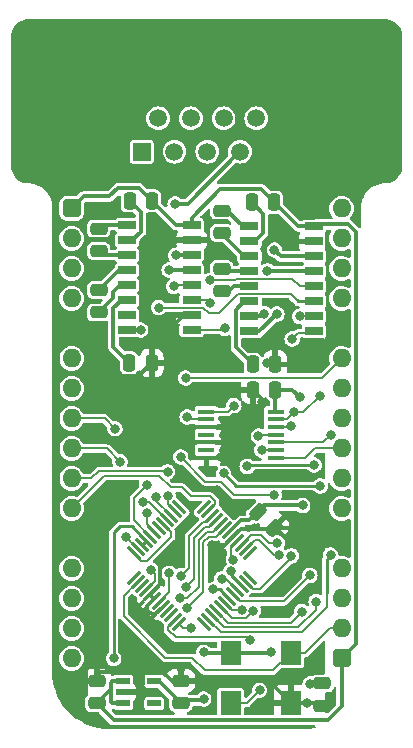
<source format=gtl>
%TF.GenerationSoftware,KiCad,Pcbnew,8.0.4*%
%TF.CreationDate,2024-08-08T08:49:38+02:00*%
%TF.ProjectId,RS232,52533233-322e-46b6-9963-61645f706362,V0*%
%TF.SameCoordinates,PX6d01460PY32de760*%
%TF.FileFunction,Copper,L1,Top*%
%TF.FilePolarity,Positive*%
%FSLAX46Y46*%
G04 Gerber Fmt 4.6, Leading zero omitted, Abs format (unit mm)*
G04 Created by KiCad (PCBNEW 8.0.4) date 2024-08-08 08:49:38*
%MOMM*%
%LPD*%
G01*
G04 APERTURE LIST*
G04 Aperture macros list*
%AMRoundRect*
0 Rectangle with rounded corners*
0 $1 Rounding radius*
0 $2 $3 $4 $5 $6 $7 $8 $9 X,Y pos of 4 corners*
0 Add a 4 corners polygon primitive as box body*
4,1,4,$2,$3,$4,$5,$6,$7,$8,$9,$2,$3,0*
0 Add four circle primitives for the rounded corners*
1,1,$1+$1,$2,$3*
1,1,$1+$1,$4,$5*
1,1,$1+$1,$6,$7*
1,1,$1+$1,$8,$9*
0 Add four rect primitives between the rounded corners*
20,1,$1+$1,$2,$3,$4,$5,0*
20,1,$1+$1,$4,$5,$6,$7,0*
20,1,$1+$1,$6,$7,$8,$9,0*
20,1,$1+$1,$8,$9,$2,$3,0*%
%AMRotRect*
0 Rectangle, with rotation*
0 The origin of the aperture is its center*
0 $1 length*
0 $2 width*
0 $3 Rotation angle, in degrees counterclockwise*
0 Add horizontal line*
21,1,$1,$2,0,0,$3*%
G04 Aperture macros list end*
%TA.AperFunction,ComponentPad*%
%ADD10R,1.500000X1.500000*%
%TD*%
%TA.AperFunction,ComponentPad*%
%ADD11C,1.500000*%
%TD*%
%TA.AperFunction,ComponentPad*%
%ADD12C,4.800000*%
%TD*%
%TA.AperFunction,SMDPad,CuDef*%
%ADD13RoundRect,0.250000X0.250000X0.475000X-0.250000X0.475000X-0.250000X-0.475000X0.250000X-0.475000X0*%
%TD*%
%TA.AperFunction,SMDPad,CuDef*%
%ADD14RoundRect,0.250000X0.475000X-0.250000X0.475000X0.250000X-0.475000X0.250000X-0.475000X-0.250000X0*%
%TD*%
%TA.AperFunction,SMDPad,CuDef*%
%ADD15R,1.550000X0.650000*%
%TD*%
%TA.AperFunction,ComponentPad*%
%ADD16RoundRect,0.400000X-0.400000X-0.400000X0.400000X-0.400000X0.400000X0.400000X-0.400000X0.400000X0*%
%TD*%
%TA.AperFunction,ComponentPad*%
%ADD17O,1.600000X1.600000*%
%TD*%
%TA.AperFunction,ComponentPad*%
%ADD18R,1.600000X1.600000*%
%TD*%
%TA.AperFunction,SMDPad,CuDef*%
%ADD19RoundRect,0.250000X-0.475000X0.250000X-0.475000X-0.250000X0.475000X-0.250000X0.475000X0.250000X0*%
%TD*%
%TA.AperFunction,SMDPad,CuDef*%
%ADD20RoundRect,0.250000X-0.250000X-0.475000X0.250000X-0.475000X0.250000X0.475000X-0.250000X0.475000X0*%
%TD*%
%TA.AperFunction,SMDPad,CuDef*%
%ADD21RoundRect,0.250000X-0.512652X-0.159099X-0.159099X-0.512652X0.512652X0.159099X0.159099X0.512652X0*%
%TD*%
%TA.AperFunction,SMDPad,CuDef*%
%ADD22R,1.475000X0.450000*%
%TD*%
%TA.AperFunction,SMDPad,CuDef*%
%ADD23RotRect,0.279400X1.473200X45.000000*%
%TD*%
%TA.AperFunction,SMDPad,CuDef*%
%ADD24RotRect,0.279400X1.473200X315.000000*%
%TD*%
%TA.AperFunction,SMDPad,CuDef*%
%ADD25R,1.800000X2.000000*%
%TD*%
%TA.AperFunction,SMDPad,CuDef*%
%ADD26R,1.150000X0.600000*%
%TD*%
%TA.AperFunction,ViaPad*%
%ADD27C,0.800000*%
%TD*%
%TA.AperFunction,Conductor*%
%ADD28C,0.380000*%
%TD*%
%TA.AperFunction,Conductor*%
%ADD29C,0.300000*%
%TD*%
%TA.AperFunction,Conductor*%
%ADD30C,0.200000*%
%TD*%
%TA.AperFunction,Conductor*%
%ADD31C,0.250000*%
%TD*%
%TA.AperFunction,Conductor*%
%ADD32C,0.270000*%
%TD*%
G04 APERTURE END LIST*
D10*
%TO.P,C3,1,1*%
%TO.N,/CD_{232}*%
X5934000Y4803000D03*
D11*
%TO.P,C3,2,2*%
%TO.N,/RX_{232}*%
X8706000Y4803000D03*
%TO.P,C3,3,3*%
%TO.N,/TX_{232}*%
X11479000Y4803000D03*
%TO.P,C3,4,4*%
%TO.N,/DTR_{232}*%
X14251000Y4803000D03*
%TO.P,C3,5,5*%
%TO.N,/GND*%
X17024000Y4803000D03*
%TO.P,C3,6,6*%
%TO.N,/DSR_{232}*%
X7320000Y7643000D03*
%TO.P,C3,7,7*%
%TO.N,/RTS_{232}*%
X10093000Y7643000D03*
%TO.P,C3,8,8*%
%TO.N,/CTS_{232}*%
X12865000Y7643000D03*
%TO.P,C3,9,9*%
%TO.N,unconnected-(C3-Pad9)*%
X15638000Y7643000D03*
D12*
%TO.P,C3,MH1,MH1*%
%TO.N,/GND*%
X-1016000Y6223000D03*
%TO.P,C3,MH2,MH2*%
X23974000Y6223000D03*
%TD*%
D13*
%TO.P,C10,1*%
%TO.N,/GND*%
X17238000Y-13208000D03*
%TO.P,C10,2*%
%TO.N,Net-(IC1-VS-)*%
X15338000Y-13208000D03*
%TD*%
D14*
%TO.P,C18,1*%
%TO.N,/3.3V*%
X9241000Y-41894000D03*
%TO.P,C18,2*%
%TO.N,/GND*%
X9241000Y-39994000D03*
%TD*%
D15*
%TO.P,IC1,1,C1+*%
%TO.N,Net-(IC1-C1+)*%
X15055000Y-1524000D03*
%TO.P,IC1,2,VS+*%
%TO.N,Net-(IC1-VS+)*%
X15055000Y-2794000D03*
%TO.P,IC1,3,C1-*%
%TO.N,Net-(IC1-C1-)*%
X15055000Y-4064000D03*
%TO.P,IC1,4,C2+*%
%TO.N,Net-(IC1-C2+)*%
X15055000Y-5334000D03*
%TO.P,IC1,5,C2-*%
%TO.N,Net-(IC1-C2-)*%
X15055000Y-6604000D03*
%TO.P,IC1,6,VS-*%
%TO.N,Net-(IC1-VS-)*%
X15055000Y-7874000D03*
%TO.P,IC1,7,TOUT2*%
%TO.N,/RTS_{232}*%
X15055000Y-9144000D03*
%TO.P,IC1,8,RIN2*%
%TO.N,/CTS_{232}*%
X15055000Y-10414000D03*
%TO.P,IC1,9,ROUT2*%
%TO.N,/~{CTS}*%
X20505000Y-10414000D03*
%TO.P,IC1,10,TIN2*%
%TO.N,/~{RTS}*%
X20505000Y-9144000D03*
%TO.P,IC1,11,TIN1*%
%TO.N,/SOUT*%
X20505000Y-7874000D03*
%TO.P,IC1,12,ROUT1*%
%TO.N,/SIN*%
X20505000Y-6604000D03*
%TO.P,IC1,13,RIN1*%
%TO.N,/RX_{232}*%
X20505000Y-5334000D03*
%TO.P,IC1,14,TOUT1*%
%TO.N,/TX_{232}*%
X20505000Y-4064000D03*
%TO.P,IC1,15,GND*%
%TO.N,/GND*%
X20505000Y-2794000D03*
%TO.P,IC1,16,5V*%
%TO.N,/5V*%
X20505000Y-1524000D03*
%TD*%
D14*
%TO.P,C14,1*%
%TO.N,Net-(IC3-C2-)*%
X2286000Y-8808000D03*
%TO.P,C14,2*%
%TO.N,Net-(IC3-C2+)*%
X2286000Y-6908000D03*
%TD*%
D16*
%TO.P,J1,1,Pin_1*%
%TO.N,/5V*%
X0Y0D03*
D17*
%TO.P,J1,2,Pin_2*%
%TO.N,unconnected-(J1-Pin_2-Pad2)*%
X0Y-2540000D03*
%TO.P,J1,3,Pin_3*%
%TO.N,/~{ADS}*%
X0Y-5080000D03*
%TO.P,J1,4,Pin_4*%
%TO.N,/~{CS}*%
X0Y-7620000D03*
D18*
%TO.P,J1,5,Pin_5*%
%TO.N,/GND*%
X0Y-10160000D03*
D17*
%TO.P,J1,6,Pin_6*%
%TO.N,/~{RD}*%
X0Y-12700000D03*
%TO.P,J1,7,Pin_7*%
%TO.N,/~{WD}*%
X0Y-15240000D03*
%TO.P,J1,8,Pin_8*%
%TO.N,/D7*%
X0Y-17780000D03*
%TO.P,J1,9,Pin_9*%
%TO.N,/D6*%
X0Y-20320000D03*
%TO.P,J1,10,Pin_10*%
%TO.N,/D5*%
X0Y-22860000D03*
%TO.P,J1,11,Pin_11*%
%TO.N,/D4*%
X0Y-25400000D03*
D18*
%TO.P,J1,12,Pin_12*%
%TO.N,/GND*%
X0Y-27940000D03*
D17*
%TO.P,J1,13,Pin_13*%
%TO.N,/D3*%
X0Y-30480000D03*
%TO.P,J1,14,Pin_14*%
%TO.N,/D2*%
X0Y-33020000D03*
%TO.P,J1,15,Pin_15*%
%TO.N,/D1*%
X0Y-35560000D03*
%TO.P,J1,16,Pin_16*%
%TO.N,/D0*%
X0Y-38100000D03*
D16*
%TO.P,J1,17,Pin_17*%
%TO.N,/5V*%
X22860000Y-38100000D03*
D17*
%TO.P,J1,18,Pin_18*%
%TO.N,/1.8432MHz*%
X22860000Y-35560000D03*
%TO.P,J1,19,Pin_19*%
%TO.N,/A0*%
X22860000Y-33020000D03*
%TO.P,J1,20,Pin_20*%
%TO.N,/A1*%
X22860000Y-30480000D03*
D18*
%TO.P,J1,21,Pin_21*%
%TO.N,/GND*%
X22860000Y-27940000D03*
D17*
%TO.P,J1,22,Pin_22*%
%TO.N,/A2*%
X22860000Y-25400000D03*
%TO.P,J1,23,Pin_23*%
%TO.N,/RX Ready*%
X22860000Y-22860000D03*
%TO.P,J1,24,Pin_24*%
%TO.N,/TX Ready*%
X22860000Y-20320000D03*
%TO.P,J1,25,Pin_25*%
%TO.N,/~{OUT2}*%
X22860000Y-17780000D03*
%TO.P,J1,26,Pin_26*%
%TO.N,/~{OUT1}*%
X22860000Y-15240000D03*
%TO.P,J1,27,Pin_27*%
%TO.N,/~{INT}*%
X22860000Y-12700000D03*
D18*
%TO.P,J1,28,Pin_28*%
%TO.N,/GND*%
X22860000Y-10160000D03*
D17*
%TO.P,J1,29,Pin_29*%
%TO.N,/~{Reset}*%
X22860000Y-7620000D03*
%TO.P,J1,30,Pin_30*%
%TO.N,unconnected-(J1-Pin_30-Pad30)*%
X22860000Y-5080000D03*
%TO.P,J1,31,Pin_31*%
%TO.N,unconnected-(J1-Pin_31-Pad31)*%
X22860000Y-2540000D03*
%TO.P,J1,32,Pin_32*%
%TO.N,unconnected-(J1-Pin_32-Pad32)*%
X22860000Y0D03*
%TD*%
D14*
%TO.P,C13,1*%
%TO.N,Net-(IC3-C1-)*%
X2286000Y-3601000D03*
%TO.P,C13,2*%
%TO.N,Net-(IC3-C1+)*%
X2286000Y-1701000D03*
%TD*%
D13*
%TO.P,C1,1*%
%TO.N,/3.3V*%
X17253000Y-15348000D03*
%TO.P,C1,2*%
%TO.N,/GND*%
X15353000Y-15348000D03*
%TD*%
D19*
%TO.P,C16,1*%
%TO.N,/3.3V*%
X21209000Y-40214000D03*
%TO.P,C16,2*%
%TO.N,/GND*%
X21209000Y-42114000D03*
%TD*%
D20*
%TO.P,C8,1*%
%TO.N,Net-(IC1-VS+)*%
X15243000Y526000D03*
%TO.P,C8,2*%
%TO.N,/5V*%
X17143000Y526000D03*
%TD*%
D14*
%TO.P,C4,1*%
%TO.N,Net-(IC1-C2-)*%
X12700000Y-7030000D03*
%TO.P,C4,2*%
%TO.N,Net-(IC1-C2+)*%
X12700000Y-5130000D03*
%TD*%
D21*
%TO.P,C15,1*%
%TO.N,/3.3V*%
X15793164Y-25674727D03*
%TO.P,C15,2*%
%TO.N,/GND*%
X17136667Y-27018230D03*
%TD*%
D13*
%TO.P,C11,1*%
%TO.N,/GND*%
X6776000Y-13081000D03*
%TO.P,C11,2*%
%TO.N,Net-(IC3-VS-)*%
X4876000Y-13081000D03*
%TD*%
D15*
%TO.P,IC3,1,C1+*%
%TO.N,Net-(IC3-C1+)*%
X4699000Y-1397000D03*
%TO.P,IC3,2,VS+*%
%TO.N,Net-(IC3-VS+)*%
X4699000Y-2667000D03*
%TO.P,IC3,3,C1-*%
%TO.N,Net-(IC3-C1-)*%
X4699000Y-3937000D03*
%TO.P,IC3,4,C2+*%
%TO.N,Net-(IC3-C2+)*%
X4699000Y-5207000D03*
%TO.P,IC3,5,C2-*%
%TO.N,Net-(IC3-C2-)*%
X4699000Y-6477000D03*
%TO.P,IC3,6,VS-*%
%TO.N,Net-(IC3-VS-)*%
X4699000Y-7747000D03*
%TO.P,IC3,7,TOUT2*%
%TO.N,unconnected-(IC3-TOUT2-Pad7)*%
X4699000Y-9017000D03*
%TO.P,IC3,8,RIN2*%
%TO.N,/CD_{232}*%
X4699000Y-10287000D03*
%TO.P,IC3,9,ROUT2*%
%TO.N,/DCD*%
X10149000Y-10287000D03*
%TO.P,IC3,10,TIN2*%
%TO.N,/GND*%
X10149000Y-9017000D03*
%TO.P,IC3,11,TIN1*%
%TO.N,/~{DTR}*%
X10149000Y-7747000D03*
%TO.P,IC3,12,ROUT1*%
%TO.N,/~{DSR}*%
X10149000Y-6477000D03*
%TO.P,IC3,13,RIN1*%
%TO.N,/DSR_{232}*%
X10149000Y-5207000D03*
%TO.P,IC3,14,TOUT1*%
%TO.N,/DTR_{232}*%
X10149000Y-3937000D03*
%TO.P,IC3,15,GND*%
%TO.N,/GND*%
X10149000Y-2667000D03*
%TO.P,IC3,16,5V*%
%TO.N,/5V*%
X10149000Y-1397000D03*
%TD*%
D22*
%TO.P,IC5,1,1A*%
%TO.N,/INT*%
X11394000Y-17208000D03*
%TO.P,IC5,2,1Y*%
%TO.N,/~{INT}*%
X11394000Y-17858000D03*
%TO.P,IC5,3,2A*%
%TO.N,/GND*%
X11394000Y-18508000D03*
%TO.P,IC5,4,2Y*%
%TO.N,unconnected-(IC5-2Y-Pad4)*%
X11394000Y-19158000D03*
%TO.P,IC5,5,3A*%
%TO.N,/GND*%
X11394000Y-19808000D03*
%TO.P,IC5,6,3Y*%
%TO.N,unconnected-(IC5-3Y-Pad6)*%
X11394000Y-20458000D03*
%TO.P,IC5,7,GND*%
%TO.N,/GND*%
X11394000Y-21108000D03*
%TO.P,IC5,8,4Y*%
%TO.N,/TX Ready*%
X17270000Y-21108000D03*
%TO.P,IC5,9,4A*%
%TO.N,/~{TXRDY}*%
X17270000Y-20458000D03*
%TO.P,IC5,10,5Y*%
%TO.N,/RX Ready*%
X17270000Y-19808000D03*
%TO.P,IC5,11,5A*%
%TO.N,/~{RXRDY}*%
X17270000Y-19158000D03*
%TO.P,IC5,12,6Y*%
%TO.N,/Reset*%
X17270000Y-18508000D03*
%TO.P,IC5,13,6A*%
%TO.N,/~{Reset}*%
X17270000Y-17858000D03*
%TO.P,IC5,14,3V*%
%TO.N,/3.3V*%
X17270000Y-17208000D03*
%TD*%
D23*
%TO.P,IC2,1,N.C.*%
%TO.N,unconnected-(IC2-N.C.-Pad1)*%
X9118290Y-25304820D03*
%TO.P,IC2,2,D5*%
%TO.N,/D5*%
X8777041Y-25646069D03*
%TO.P,IC2,3,D6*%
%TO.N,/D6*%
X8417830Y-26005280D03*
%TO.P,IC2,4,D7*%
%TO.N,/D7*%
X8058620Y-26364490D03*
%TO.P,IC2,5,RCLK*%
%TO.N,Net-(IC2-RCLK)*%
X7717370Y-26705740D03*
%TO.P,IC2,6,N.C.*%
%TO.N,unconnected-(IC2-N.C.-Pad6)*%
X7358160Y-27064950D03*
%TO.P,IC2,7,SIN*%
%TO.N,/SIN*%
X6998950Y-27424160D03*
%TO.P,IC2,8,SOUT*%
%TO.N,/SOUT*%
X6639740Y-27783370D03*
%TO.P,IC2,9,CS0*%
%TO.N,/3.3V*%
X6298490Y-28124620D03*
%TO.P,IC2,10,CS1*%
X5939280Y-28483830D03*
%TO.P,IC2,11,~{CS2}*%
%TO.N,/~{CS}*%
X5580069Y-28843041D03*
%TO.P,IC2,12,~{BAUDOUT}*%
%TO.N,Net-(IC2-RCLK)*%
X5238820Y-29184290D03*
D24*
%TO.P,IC2,13,N.C.*%
%TO.N,unconnected-(IC2-N.C.-Pad13)*%
X5238820Y-31267710D03*
%TO.P,IC2,14,XIN*%
%TO.N,/1.8432MHz*%
X5580069Y-31608959D03*
%TO.P,IC2,15,XOUT*%
%TO.N,unconnected-(IC2-XOUT-Pad15)*%
X5939280Y-31968170D03*
%TO.P,IC2,16,~{WR1}*%
%TO.N,/~{WD}*%
X6298490Y-32327380D03*
%TO.P,IC2,17,WR2*%
%TO.N,/GND*%
X6639740Y-32668630D03*
%TO.P,IC2,18,GND*%
X6998950Y-33027840D03*
%TO.P,IC2,19,~{RD1}*%
%TO.N,/~{RD}*%
X7358160Y-33387050D03*
%TO.P,IC2,20,RD2*%
%TO.N,/GND*%
X7717370Y-33746260D03*
%TO.P,IC2,21,N.C.*%
%TO.N,unconnected-(IC2-N.C.-Pad21)*%
X8058620Y-34087510D03*
%TO.P,IC2,22,DDIS*%
%TO.N,unconnected-(IC2-DDIS-Pad22)*%
X8417830Y-34446720D03*
%TO.P,IC2,23,~{TXRDY}*%
%TO.N,/~{TXRDY}*%
X8777041Y-34805931D03*
%TO.P,IC2,24,~{ADS}*%
%TO.N,/~{ADS}*%
X9118290Y-35147180D03*
D23*
%TO.P,IC2,25,N.C.*%
%TO.N,unconnected-(IC2-N.C.-Pad25)*%
X11201710Y-35147180D03*
%TO.P,IC2,26,A2*%
%TO.N,/A2*%
X11542959Y-34805931D03*
%TO.P,IC2,27,A1*%
%TO.N,/A1*%
X11902170Y-34446720D03*
%TO.P,IC2,28,A0*%
%TO.N,/A0*%
X12261380Y-34087510D03*
%TO.P,IC2,29,~{RXRDY}*%
%TO.N,/~{RXRDY}*%
X12602630Y-33746260D03*
%TO.P,IC2,30,INTRPT*%
%TO.N,/INT*%
X12961840Y-33387050D03*
%TO.P,IC2,31,~{OUT2}*%
%TO.N,/~{OUT2}*%
X13321050Y-33027840D03*
%TO.P,IC2,32,~{RTS}*%
%TO.N,/~{RTS}*%
X13680260Y-32668630D03*
%TO.P,IC2,33,~{DTR}*%
%TO.N,/~{DTR}*%
X14021510Y-32327380D03*
%TO.P,IC2,34,~{OUT1}*%
%TO.N,/~{OUT1}*%
X14380720Y-31968170D03*
%TO.P,IC2,35,MR*%
%TO.N,/Reset*%
X14739931Y-31608959D03*
%TO.P,IC2,36,N.C.*%
%TO.N,unconnected-(IC2-N.C.-Pad36)*%
X15081180Y-31267710D03*
D24*
%TO.P,IC2,37,N.C.*%
%TO.N,unconnected-(IC2-N.C.-Pad37)*%
X15081180Y-29184290D03*
%TO.P,IC2,38,~{CTS}*%
%TO.N,/~{CTS}*%
X14739931Y-28843041D03*
%TO.P,IC2,39,~{DSR}*%
%TO.N,/~{DSR}*%
X14380720Y-28483830D03*
%TO.P,IC2,40,~{DCD}*%
%TO.N,/DCD*%
X14021510Y-28124620D03*
%TO.P,IC2,41,~{RI}*%
%TO.N,/GND*%
X13680260Y-27783370D03*
%TO.P,IC2,42,5V*%
%TO.N,/3.3V*%
X13321050Y-27424160D03*
%TO.P,IC2,43,D0*%
%TO.N,/D0*%
X12961840Y-27064950D03*
%TO.P,IC2,44,D1*%
%TO.N,/D1*%
X12602630Y-26705740D03*
%TO.P,IC2,45,D2*%
%TO.N,/D2*%
X12261380Y-26364490D03*
%TO.P,IC2,46,D3*%
%TO.N,/D3*%
X11902170Y-26005280D03*
%TO.P,IC2,47,D4*%
%TO.N,/D4*%
X11542959Y-25646069D03*
%TO.P,IC2,48,N.C.*%
%TO.N,unconnected-(IC2-N.C.-Pad48)*%
X11201710Y-25304820D03*
%TD*%
D25*
%TO.P,Y1,1,EN*%
%TO.N,/~{Reset}*%
X13462000Y-41851000D03*
%TO.P,Y1,2,GND*%
%TO.N,/GND*%
X18542000Y-41851000D03*
%TO.P,Y1,3,OUTPUT*%
%TO.N,/1.8432MHz*%
X18542000Y-37651000D03*
%TO.P,Y1,4,3V*%
%TO.N,/3.3V*%
X13462000Y-37651000D03*
%TD*%
D26*
%TO.P,IC4,1,6VIn*%
%TO.N,/5V*%
X4385000Y-40010000D03*
%TO.P,IC4,2,GND*%
%TO.N,/GND*%
X4385000Y-40960000D03*
%TO.P,IC4,3,EN*%
%TO.N,/5V*%
X4385000Y-41910000D03*
%TO.P,IC4,4,ADJ*%
%TO.N,unconnected-(IC4-ADJ-Pad4)*%
X6985000Y-41910000D03*
%TO.P,IC4,5,3.3VOut*%
%TO.N,/3.3V*%
X6985000Y-40010000D03*
%TD*%
D14*
%TO.P,C17,1*%
%TO.N,/5V*%
X2129000Y-41894000D03*
%TO.P,C17,2*%
%TO.N,/GND*%
X2129000Y-39994000D03*
%TD*%
%TO.P,C5,1*%
%TO.N,Net-(IC1-C1-)*%
X12700000Y-2077000D03*
%TO.P,C5,2*%
%TO.N,Net-(IC1-C1+)*%
X12700000Y-177000D03*
%TD*%
D20*
%TO.P,C12,1*%
%TO.N,Net-(IC3-VS+)*%
X4908000Y635000D03*
%TO.P,C12,2*%
%TO.N,/5V*%
X6808000Y635000D03*
%TD*%
D27*
%TO.N,/GND*%
X12294569Y-23871043D03*
X7239000Y-6985000D03*
X13213009Y-12953999D03*
X13081000Y-15367000D03*
X11896592Y-28490592D03*
X4764468Y-14478002D03*
X18851382Y-2693551D03*
X17272000Y-10287004D03*
X16129000Y-16383000D03*
X9245600Y-38912800D03*
X3937000Y-25399998D03*
X19939000Y-41910000D03*
X12649200Y-21082000D03*
X5461000Y-34417000D03*
X7747000Y-10795000D03*
X2000976Y-34417000D03*
X16510000Y-13081000D03*
X9652002Y-22733000D03*
X9124950Y-28687850D03*
%TO.N,/CD_{232}*%
X5842002Y-10287000D03*
%TO.N,/RX_{232}*%
X16560224Y-5279000D03*
%TO.N,/D0*%
X9791000Y-33832800D03*
%TO.N,/D1*%
X9154954Y-32997365D03*
%TO.N,/D2*%
X9702800Y-32054798D03*
%TO.N,/D3*%
X9296400Y-31089600D03*
%TO.N,/D5*%
X8163800Y-24333248D03*
X8114707Y-22291320D03*
%TO.N,/D6*%
X7169675Y-24441503D03*
X4091700Y-21435300D03*
%TO.N,/D7*%
X3666676Y-18652676D03*
X6036014Y-24850880D03*
%TO.N,/TX_{232}*%
X17172000Y-3514002D03*
%TO.N,/DTR_{232}*%
X8763000Y381000D03*
X8802118Y-3976112D03*
%TO.N,/DSR_{232}*%
X8255000Y-5207000D03*
%TO.N,/RTS_{232}*%
X16284773Y-8912768D03*
%TO.N,/CTS_{232}*%
X17367563Y-8947207D03*
%TO.N,/~{ADS}*%
X10109200Y-35509200D03*
%TO.N,/~{CTS}*%
X18668990Y-11049000D03*
X17538624Y-29322594D03*
%TO.N,/~{RTS}*%
X20160659Y-31066668D03*
X19304004Y-9144000D03*
%TO.N,/SOUT*%
X6350006Y-23396405D03*
X7366000Y-8392000D03*
%TO.N,/SIN*%
X11684000Y-6096000D03*
X6336950Y-25823162D03*
%TO.N,/~{CS}*%
X4572000Y-27813000D03*
%TO.N,/~{WD}*%
X6731000Y-30607000D03*
%TO.N,/~{RD}*%
X8253983Y-30904798D03*
%TO.N,/A2*%
X21922000Y-29337000D03*
%TO.N,/A1*%
X20701000Y-33286000D03*
%TO.N,/A0*%
X19474604Y-34128604D03*
%TO.N,/~{DTR}*%
X12695163Y-31353863D03*
X11730369Y-8018588D03*
%TO.N,/Reset*%
X18604001Y-18434878D03*
X18602000Y-29413522D03*
%TO.N,/~{DSR}*%
X17427204Y-28328818D03*
X8636000Y-6604000D03*
X17152483Y-24270000D03*
X9233126Y-21033859D03*
%TO.N,/DCD*%
X12954000Y-10160000D03*
X13692827Y-29728868D03*
%TO.N,/RX Ready*%
X21944213Y-19167036D03*
%TO.N,/3.3V*%
X19304000Y-16002006D03*
X11176000Y-37592000D03*
X3556002Y-38100000D03*
X11175996Y-41528996D03*
X16891000Y-37592000D03*
X20192998Y-40259000D03*
X19558000Y-25146000D03*
%TO.N,/~{TXRDY}*%
X16086000Y-20447000D03*
X15117845Y-36566392D03*
%TO.N,/~{RXRDY}*%
X15386836Y-34055832D03*
X15802663Y-19276816D03*
%TO.N,/INT*%
X14390849Y-33966260D03*
X13727258Y-16698269D03*
%TO.N,/~{OUT2}*%
X12865046Y-22417483D03*
X21032002Y-23495003D03*
X12003837Y-32251360D03*
%TO.N,/~{OUT1}*%
X14859000Y-21844000D03*
X13457671Y-30706880D03*
X20524000Y-21717000D03*
%TO.N,/~{INT}*%
X9779000Y-17653000D03*
X9652000Y-14351000D03*
%TO.N,/~{Reset}*%
X21020000Y-15875000D03*
X18796000Y-17269504D03*
X15910197Y-40784000D03*
%TD*%
D28*
%TO.N,/5V*%
X12563000Y1641000D02*
X16028000Y1641000D01*
X19193000Y-1524000D02*
X20505000Y-1524000D01*
X20679000Y-1350000D02*
X23387281Y-1350000D01*
X4385000Y-40010000D02*
X3430000Y-40010000D01*
X3542000Y-43307000D02*
X21717000Y-43307000D01*
X10149000Y-1397000D02*
X10149000Y-773000D01*
X3302000Y-41782000D02*
X3430000Y-41910000D01*
X3937000Y1750000D02*
X5693000Y1750000D01*
X21717000Y-43307000D02*
X22860000Y-42164000D01*
X16028000Y1641000D02*
X17143000Y526000D01*
X6808000Y635000D02*
X8840000Y-1397000D01*
X17143000Y526000D02*
X19193000Y-1524000D01*
X8840000Y-1397000D02*
X10149000Y-1397000D01*
X22860000Y-42164000D02*
X22860000Y-38100000D01*
X10149000Y-773000D02*
X12563000Y1641000D01*
X5693000Y1750000D02*
X6808000Y635000D01*
X0Y0D02*
X1016000Y1016000D01*
X3430000Y-41910000D02*
X4385000Y-41910000D01*
X20505000Y-1524000D02*
X20679000Y-1350000D01*
X23387281Y-1350000D02*
X24050000Y-2012719D01*
X24050000Y-2012719D02*
X24050000Y-36910000D01*
X24050000Y-36910000D02*
X22860000Y-38100000D01*
X3430000Y-40010000D02*
X3302000Y-40138000D01*
X1016000Y1016000D02*
X3203000Y1016000D01*
X3302000Y-40894000D02*
X3302000Y-41782000D01*
X2129000Y-41894000D02*
X3542000Y-43307000D01*
X3129000Y-40894000D02*
X2129000Y-41894000D01*
X3302000Y-40894000D02*
X3129000Y-40894000D01*
X3302000Y-40138000D02*
X3302000Y-40894000D01*
X3203000Y1016000D02*
X3937000Y1750000D01*
%TO.N,/GND*%
X10301500Y-19808000D02*
X10266500Y-19773000D01*
X4318002Y-14478002D02*
X4764468Y-14478002D01*
D29*
X6572103Y-34169497D02*
X6324600Y-34417000D01*
X7069609Y-34377052D02*
X6779657Y-34377052D01*
D28*
X15353000Y-15348000D02*
X13100000Y-15348000D01*
X9241000Y-39994000D02*
X9241000Y-38917400D01*
D29*
X6324600Y-34417000D02*
X5461000Y-34417000D01*
D28*
X10266500Y-19773000D02*
X10266500Y-18518000D01*
X6097000Y-39243000D02*
X2456000Y-39243000D01*
X19880000Y-41851000D02*
X19939000Y-41910000D01*
X0Y-10160000D02*
X-1219200Y-8940800D01*
D29*
X6572103Y-34169497D02*
X6362501Y-33959896D01*
X6632951Y-32692388D02*
X7493000Y-31832339D01*
X12956069Y-28490592D02*
X11896592Y-28490592D01*
D28*
X3720002Y-25399998D02*
X3937000Y-25399998D01*
X18951831Y-2794000D02*
X18851382Y-2693551D01*
X8994000Y-2667000D02*
X10149000Y-2667000D01*
X0Y-27940000D02*
X-1190000Y-26750000D01*
X10276500Y-18508000D02*
X11394000Y-18508000D01*
X17238000Y-13208000D02*
X16637000Y-13208000D01*
X16637000Y-13208000D02*
X16510000Y-13081000D01*
X12294569Y-23871043D02*
X10790045Y-23871043D01*
X2456000Y-39243000D02*
X2129000Y-39570000D01*
X20505000Y-2794000D02*
X18951831Y-2794000D01*
X12675200Y-21108000D02*
X12649200Y-21082000D01*
X4385000Y-40960000D02*
X5340000Y-40960000D01*
D29*
X7493000Y-31832339D02*
X7493000Y-30417421D01*
X13687049Y-27759612D02*
X14311051Y-27135608D01*
D28*
X17238000Y-13208000D02*
X17238000Y-10321004D01*
X0Y-10160000D02*
X4318002Y-14478002D01*
X10790045Y-23871043D02*
X9652002Y-22733000D01*
X-1219200Y-8940800D02*
X-1219200Y5531020D01*
X13086008Y-13081000D02*
X13213009Y-12953999D01*
X16129000Y-16124000D02*
X15353000Y-15348000D01*
X8498000Y-39994000D02*
X9241000Y-39994000D01*
X17238000Y-10321004D02*
X17272000Y-10287004D01*
X16129000Y-16383000D02*
X16129000Y-16124000D01*
X11394000Y-21108000D02*
X10276500Y-21108000D01*
X10266500Y-21098000D02*
X10266500Y-19843000D01*
X21938230Y-27018230D02*
X17136667Y-27018230D01*
X10301500Y-19808000D02*
X11394000Y-19808000D01*
X7754000Y-10802000D02*
X6776000Y-11780000D01*
X19998000Y-41851000D02*
X20946000Y-41851000D01*
D29*
X7693612Y-33753049D02*
X7069609Y-34377052D01*
X6362501Y-33669944D02*
X6986505Y-33045942D01*
D28*
X10149000Y-9017000D02*
X9539000Y-9017000D01*
X10266500Y-19843000D02*
X10301500Y-19808000D01*
D29*
X6779657Y-34377052D02*
X6572103Y-34169497D01*
D28*
X22860000Y-27940000D02*
X21938230Y-27018230D01*
X15231138Y-18731417D02*
X12854555Y-21108000D01*
X2000976Y-28760976D02*
X2000976Y-34417000D01*
X1180000Y-27940000D02*
X2000976Y-28760976D01*
X6020000Y-39320000D02*
X6097000Y-39243000D01*
X6776000Y-11780000D02*
X6776000Y-13081000D01*
X1180000Y-27940000D02*
X3720002Y-25399998D01*
X9539000Y-9017000D02*
X7754000Y-10802000D01*
X9241000Y-39994000D02*
X16685000Y-39994000D01*
X-1190000Y-26750000D02*
X-1190000Y-11350000D01*
X12854555Y-21108000D02*
X12675200Y-21108000D01*
X10276500Y-21108000D02*
X10266500Y-21098000D01*
X19812000Y-13208000D02*
X17238000Y-13208000D01*
D29*
X6362501Y-33959896D02*
X6362501Y-33669944D01*
D28*
X7239000Y-6985000D02*
X7239000Y-4422000D01*
X12623200Y-21108000D02*
X11394000Y-21108000D01*
X6020000Y-40280000D02*
X6020000Y-39320000D01*
X19939000Y-41910000D02*
X19998000Y-41851000D01*
X6097000Y-39243000D02*
X7747000Y-39243000D01*
X2129000Y-39570000D02*
X2129000Y-39994000D01*
D29*
X6986505Y-33045942D02*
X6632951Y-32692388D01*
D28*
X6776000Y-13081000D02*
X13086008Y-13081000D01*
D29*
X13687049Y-27759612D02*
X12956069Y-28490592D01*
D28*
X7754000Y-10802000D02*
X7747000Y-10795000D01*
X9241000Y-38917400D02*
X9245600Y-38912800D01*
D29*
X9124950Y-28785471D02*
X9124950Y-28687850D01*
D28*
X13100000Y-15348000D02*
X13081000Y-15367000D01*
D29*
X7493000Y-30417421D02*
X9124950Y-28785471D01*
D28*
X5340000Y-40960000D02*
X6020000Y-40280000D01*
X18542000Y-41851000D02*
X19880000Y-41851000D01*
X0Y-27940000D02*
X1180000Y-27940000D01*
X16685000Y-39994000D02*
X18542000Y-41851000D01*
X15231138Y-15469862D02*
X15231138Y-18731417D01*
X22860000Y-10160000D02*
X19812000Y-13208000D01*
X7747000Y-39243000D02*
X8498000Y-39994000D01*
X-1190000Y-11350000D02*
X0Y-10160000D01*
D29*
X14311051Y-27135608D02*
X17019289Y-27135608D01*
D28*
X12649200Y-21082000D02*
X12623200Y-21108000D01*
X10266500Y-18518000D02*
X10276500Y-18508000D01*
X7239000Y-4422000D02*
X8994000Y-2667000D01*
X6776000Y-13081000D02*
X5378998Y-14478002D01*
X5378998Y-14478002D02*
X4764468Y-14478002D01*
%TO.N,/CD_{232}*%
X5149000Y-10287000D02*
X5842002Y-10287000D01*
%TO.N,/RX_{232}*%
X20505000Y-5334000D02*
X16615224Y-5334000D01*
X16615224Y-5334000D02*
X16560224Y-5279000D01*
D30*
%TO.N,/D0*%
X11156800Y-28207614D02*
X11156800Y-32467000D01*
X11156800Y-32467000D02*
X9791000Y-33832800D01*
X12258263Y-27774184D02*
X11590230Y-27774184D01*
X11590230Y-27774184D02*
X11156800Y-28207614D01*
X12979942Y-27052505D02*
X12258263Y-27774184D01*
%TO.N,/D1*%
X12626388Y-26698951D02*
X11951156Y-27374183D01*
X9776235Y-32997365D02*
X9154954Y-32997365D01*
X10756800Y-28041928D02*
X10756800Y-32016800D01*
X11424544Y-27374184D02*
X10756800Y-28041928D01*
X11951156Y-27374183D02*
X11424544Y-27374184D01*
X10756800Y-32016800D02*
X9776235Y-32997365D01*
%TO.N,/D2*%
X10356800Y-27876242D02*
X10356800Y-31400798D01*
X11258858Y-26974184D02*
X10356800Y-27876242D01*
X12272835Y-26345398D02*
X11644050Y-26974183D01*
X11644050Y-26974183D02*
X11258858Y-26974184D01*
X10356800Y-31400798D02*
X9702800Y-32054798D01*
%TO.N,/D3*%
X11919282Y-25991845D02*
X11336944Y-26574183D01*
X11336944Y-26574183D02*
X11093172Y-26574184D01*
X9956800Y-27710556D02*
X9956800Y-30429200D01*
X11093172Y-26574184D02*
X9956800Y-27710556D01*
X9956800Y-30429200D02*
X9296400Y-31089600D01*
%TO.N,/D4*%
X2753595Y-22646405D02*
X7409743Y-22646405D01*
X8386838Y-23623500D02*
X9341535Y-23623500D01*
X7409743Y-22646405D02*
X8386838Y-23623500D01*
X0Y-25400000D02*
X2753595Y-22646405D01*
X11748046Y-24385182D02*
X12139732Y-24776868D01*
X12139732Y-24776868D02*
X12139732Y-25064287D01*
X9341535Y-23623500D02*
X10103217Y-24385182D01*
X12139732Y-25064287D02*
X11565728Y-25638291D01*
X10103217Y-24385182D02*
X11748046Y-24385182D01*
%TO.N,/D5*%
X8069792Y-22246405D02*
X8114707Y-22291320D01*
X8163800Y-25047819D02*
X8163800Y-24333248D01*
X0Y-22860000D02*
X1672405Y-22860000D01*
X2286000Y-22246405D02*
X8069792Y-22246405D01*
X8754272Y-25638291D02*
X8163800Y-25047819D01*
X1672405Y-22860000D02*
X2286000Y-22246405D01*
%TO.N,/D6*%
X0Y-20320000D02*
X2976400Y-20320000D01*
X7169675Y-24760802D02*
X7169675Y-24441503D01*
X2976400Y-20320000D02*
X4091700Y-21435300D01*
X8400718Y-25991845D02*
X7169675Y-24760802D01*
%TO.N,/D7*%
X6552647Y-24850880D02*
X6036014Y-24850880D01*
X2794000Y-17780000D02*
X3666676Y-18652676D01*
X0Y-17780000D02*
X2794000Y-17780000D01*
X8047165Y-26345398D02*
X6552647Y-24850880D01*
D28*
%TO.N,/TX_{232}*%
X20505000Y-4064000D02*
X17721998Y-4064000D01*
X17721998Y-4064000D02*
X17172000Y-3514002D01*
%TO.N,/DTR_{232}*%
X9808000Y381000D02*
X8763000Y381000D01*
X8841230Y-3937000D02*
X8802118Y-3976112D01*
X14202000Y4775000D02*
X9808000Y381000D01*
X10149000Y-3937000D02*
X8841230Y-3937000D01*
%TO.N,/DSR_{232}*%
X8255000Y-5207000D02*
X10149000Y-5207000D01*
%TO.N,/RTS_{232}*%
X15055000Y-9144000D02*
X16053541Y-9144000D01*
X16053541Y-9144000D02*
X16284773Y-8912768D01*
%TO.N,/CTS_{232}*%
X15055000Y-10414000D02*
X15900770Y-10414000D01*
X15900770Y-10414000D02*
X17367563Y-8947207D01*
D30*
%TO.N,/~{ADS}*%
X9449763Y-35509200D02*
X10109200Y-35509200D01*
X9107825Y-35167262D02*
X9449763Y-35509200D01*
D28*
%TO.N,Net-(IC1-C2-)*%
X13163000Y-7157000D02*
X13716000Y-6604000D01*
X13716000Y-6604000D02*
X15055000Y-6604000D01*
%TO.N,Net-(IC1-C2+)*%
X12571000Y-5334000D02*
X15055000Y-5334000D01*
%TO.N,Net-(IC1-C1-)*%
X12700000Y-2159000D02*
X14605000Y-4064000D01*
%TO.N,Net-(IC1-C1+)*%
X13131000Y-177000D02*
X14478000Y-1524000D01*
%TO.N,Net-(IC1-VS+)*%
X16220000Y-2079000D02*
X15505000Y-2794000D01*
X16220000Y-451000D02*
X16220000Y-2079000D01*
X15243000Y526000D02*
X16220000Y-451000D01*
%TO.N,Net-(IC1-VS-)*%
X14605000Y-7874000D02*
X13890000Y-8589000D01*
X13890000Y-8589000D02*
X13890000Y-11760000D01*
X13890000Y-11760000D02*
X15338000Y-13208000D01*
%TO.N,Net-(IC3-VS-)*%
X3534000Y-8462000D02*
X3534000Y-11739000D01*
X4249000Y-7747000D02*
X3534000Y-8462000D01*
X3534000Y-11739000D02*
X4876000Y-13081000D01*
%TO.N,Net-(IC3-VS+)*%
X5864000Y-1952000D02*
X5149000Y-2667000D01*
X4908000Y635000D02*
X5864000Y-321000D01*
X5864000Y-321000D02*
X5864000Y-1952000D01*
%TO.N,Net-(IC3-C1-)*%
X2667000Y-3937000D02*
X4699000Y-3937000D01*
X2331000Y-3601000D02*
X2667000Y-3937000D01*
%TO.N,Net-(IC3-C1+)*%
X4699000Y-1397000D02*
X2590000Y-1397000D01*
%TO.N,Net-(IC3-C2-)*%
X3534000Y-7032000D02*
X4089000Y-6477000D01*
X3534000Y-7560000D02*
X3534000Y-7032000D01*
X4089000Y-6477000D02*
X4699000Y-6477000D01*
X2286000Y-8808000D02*
X3534000Y-7560000D01*
%TO.N,Net-(IC3-C2+)*%
X4699000Y-5207000D02*
X3987000Y-5207000D01*
X3987000Y-5207000D02*
X2286000Y-6908000D01*
D30*
%TO.N,/~{CTS}*%
X15500981Y-28067000D02*
X14747709Y-28820272D01*
X20378000Y-10541000D02*
X19176990Y-10541000D01*
X17130594Y-29322594D02*
X15875000Y-28067000D01*
X15875000Y-28067000D02*
X15500981Y-28067000D01*
X17538624Y-29322594D02*
X17130594Y-29322594D01*
X19176990Y-10541000D02*
X18668990Y-11049000D01*
%TO.N,/~{RTS}*%
X20505000Y-9144000D02*
X19304004Y-9144000D01*
X17960935Y-33266392D02*
X20160659Y-31066668D01*
X14261053Y-33266392D02*
X17960935Y-33266392D01*
X13687049Y-32692388D02*
X14261053Y-33266392D01*
D31*
%TO.N,/SOUT*%
X20505000Y-7874000D02*
X19177000Y-7874000D01*
D30*
X5268830Y-24477581D02*
X6350006Y-23396405D01*
X14087000Y-7249000D02*
X12454000Y-8882000D01*
X6639740Y-27783370D02*
X5268830Y-26412460D01*
X18552000Y-7249000D02*
X14087000Y-7249000D01*
X12454000Y-8882000D02*
X11603890Y-8882000D01*
X19050000Y-7747000D02*
X18552000Y-7249000D01*
X11603890Y-8882000D02*
X11113890Y-8392000D01*
X5268830Y-26412460D02*
X5268830Y-24477581D01*
D31*
X19177000Y-7874000D02*
X19050000Y-7747000D01*
D30*
X11113890Y-8392000D02*
X7366000Y-8392000D01*
%TO.N,/SIN*%
X19294000Y-6604000D02*
X18669000Y-5979000D01*
X20505000Y-6604000D02*
X19294000Y-6604000D01*
X13980000Y-5979000D02*
X13863000Y-6096000D01*
X13863000Y-6096000D02*
X11684000Y-6096000D01*
X6336950Y-26756503D02*
X6336950Y-25823162D01*
X18669000Y-5979000D02*
X13980000Y-5979000D01*
X6986505Y-27406058D02*
X6336950Y-26756503D01*
%TO.N,Net-(IC2-RCLK)*%
X6350000Y-29845000D02*
X8382000Y-27813000D01*
X8382000Y-27387339D02*
X7693612Y-26698951D01*
X5218738Y-29173825D02*
X5889913Y-29845000D01*
X8382000Y-27813000D02*
X8382000Y-27387339D01*
X5889913Y-29845000D02*
X6350000Y-29845000D01*
%TO.N,/~{CS}*%
X4572000Y-27819981D02*
X4572000Y-27813000D01*
X5572291Y-28820272D02*
X4572000Y-27819981D01*
%TO.N,/~{WD}*%
X7043000Y-31575233D02*
X6279398Y-32338835D01*
X7043000Y-30919000D02*
X7043000Y-31575233D01*
X6731000Y-30607000D02*
X7043000Y-30919000D01*
%TO.N,/~{RD}*%
X7340058Y-33399495D02*
X8253983Y-32485570D01*
X8253983Y-32485570D02*
X8253983Y-30904798D01*
%TO.N,/A2*%
X19505607Y-35866393D02*
X21653500Y-33718500D01*
X11565728Y-34813709D02*
X12618412Y-35866393D01*
X12618412Y-35866393D02*
X19505607Y-35866393D01*
D31*
X21590000Y-32512000D02*
X21590000Y-29669000D01*
D30*
X21653500Y-33718500D02*
X21653500Y-32575500D01*
D31*
X21653500Y-32575500D02*
X21590000Y-32512000D01*
X21590000Y-29669000D02*
X21922000Y-29337000D01*
D30*
%TO.N,/A1*%
X20701000Y-33962869D02*
X20701000Y-33286000D01*
X11919282Y-34460155D02*
X12925520Y-35466393D01*
X12925520Y-35466393D02*
X19197476Y-35466393D01*
X19197476Y-35466393D02*
X20701000Y-33962869D01*
%TO.N,/A0*%
X13232625Y-35066392D02*
X18536816Y-35066392D01*
X18536816Y-35066392D02*
X19474604Y-34128604D01*
X12272835Y-34106602D02*
X13232625Y-35066392D01*
%TO.N,/~{DTR}*%
X11458781Y-7747000D02*
X11730369Y-8018588D01*
X13055630Y-31353863D02*
X14040602Y-32338835D01*
X12695163Y-31353863D02*
X13055630Y-31353863D01*
X10149000Y-7747000D02*
X11458781Y-7747000D01*
%TO.N,/Reset*%
X18604001Y-18434878D02*
X18530879Y-18508000D01*
X15321713Y-32205732D02*
X15974790Y-32205732D01*
X18530879Y-18508000D02*
X17270000Y-18508000D01*
X15974790Y-32205732D02*
X18602000Y-29578522D01*
X18602000Y-29578522D02*
X18602000Y-29413522D01*
X14747709Y-31631728D02*
X15321713Y-32205732D01*
%TO.N,/~{DSR}*%
X16702504Y-28328818D02*
X17427204Y-28328818D01*
X16040686Y-27667000D02*
X16702504Y-28328818D01*
X10149000Y-6477000D02*
X8763000Y-6477000D01*
X14394155Y-28466718D02*
X15193873Y-27667000D01*
X8763000Y-6477000D02*
X8636000Y-6604000D01*
X12605230Y-23121043D02*
X11320310Y-23121043D01*
X13754187Y-24270000D02*
X12605230Y-23121043D01*
X11320310Y-23121043D02*
X9233126Y-21033859D01*
X15193873Y-27667000D02*
X16040686Y-27667000D01*
X17152483Y-24270000D02*
X13754187Y-24270000D01*
%TO.N,/DCD*%
X13461082Y-29497123D02*
X13692827Y-29728868D01*
X10149000Y-10287000D02*
X12827000Y-10287000D01*
X14040602Y-28113165D02*
X13461082Y-28692685D01*
X12827000Y-10287000D02*
X12954000Y-10160000D01*
X13461082Y-28692685D02*
X13461082Y-29497123D01*
%TO.N,/RX Ready*%
X21944213Y-19167036D02*
X21303249Y-19808000D01*
X21303249Y-19808000D02*
X17270000Y-19808000D01*
D28*
%TO.N,/3.3V*%
X16832000Y-37651000D02*
X16891000Y-37592000D01*
X17272000Y-15367000D02*
X18668994Y-15367000D01*
X20192998Y-40259000D02*
X21164000Y-40259000D01*
D32*
X5925845Y-28466718D02*
X6279398Y-28113165D01*
D28*
X19558000Y-25146000D02*
X16321891Y-25146000D01*
X13462000Y-37651000D02*
X16832000Y-37651000D01*
D29*
X13333495Y-27406058D02*
X14323552Y-26416000D01*
X15793164Y-25674727D02*
X15051891Y-26416000D01*
D28*
X18668994Y-15367000D02*
X19304000Y-16002006D01*
X11235000Y-37651000D02*
X11176000Y-37592000D01*
X17253000Y-15348000D02*
X17253000Y-17191000D01*
X11048992Y-41656000D02*
X11175996Y-41528996D01*
D29*
X15051891Y-26416000D02*
X14323552Y-26416000D01*
D28*
X7357000Y-40010000D02*
X9241000Y-41894000D01*
D31*
X6298490Y-28124620D02*
X5097870Y-26924000D01*
D28*
X13462000Y-37651000D02*
X11235000Y-37651000D01*
X16321891Y-25146000D02*
X15793164Y-25674727D01*
D31*
X3556002Y-27431998D02*
X3556002Y-38100000D01*
X4064000Y-26924000D02*
X3556002Y-27431998D01*
D28*
X9479000Y-41656000D02*
X11048992Y-41656000D01*
D31*
X5097870Y-26924000D02*
X4064000Y-26924000D01*
D30*
%TO.N,/1.8432MHz*%
X21844000Y-35560000D02*
X22860000Y-35560000D01*
X10195950Y-38060400D02*
X11251550Y-39116000D01*
X11251550Y-39116000D02*
X17077000Y-39116000D01*
X19753000Y-37651000D02*
X21844000Y-35560000D01*
X5572291Y-31631728D02*
X4403409Y-32800609D01*
X7936000Y-38060400D02*
X10195950Y-38060400D01*
X18542000Y-37651000D02*
X19753000Y-37651000D01*
X4403409Y-34527809D02*
X7936000Y-38060400D01*
X4403409Y-32800609D02*
X4403409Y-34527809D01*
X17077000Y-39116000D02*
X18542000Y-37651000D01*
%TO.N,/~{TXRDY}*%
X17270000Y-20458000D02*
X16097000Y-20458000D01*
X8180268Y-35387713D02*
X8180268Y-35706951D01*
X8754272Y-34813709D02*
X8180268Y-35387713D01*
X8180268Y-35706951D02*
X8795317Y-36322000D01*
X8795317Y-36322000D02*
X14873453Y-36322000D01*
X14873453Y-36322000D02*
X15117845Y-36566392D01*
X16097000Y-20458000D02*
X16086000Y-20447000D01*
%TO.N,/~{RXRDY}*%
X15921479Y-19158000D02*
X15802663Y-19276816D01*
X17270000Y-19158000D02*
X15921479Y-19158000D01*
X13539731Y-34666392D02*
X14776276Y-34666392D01*
X12626388Y-33753049D02*
X13539731Y-34666392D01*
X14776276Y-34666392D02*
X15386836Y-34055832D01*
%TO.N,/INT*%
X12979942Y-33399495D02*
X13553946Y-33973499D01*
X14383610Y-33973499D02*
X14390849Y-33966260D01*
X13217527Y-17208000D02*
X13727258Y-16698269D01*
X11394000Y-17208000D02*
X13217527Y-17208000D01*
X13553946Y-33973499D02*
X14383610Y-33973499D01*
D31*
%TO.N,/~{OUT2}*%
X12865046Y-22417483D02*
X13942563Y-23495000D01*
X12544570Y-32251360D02*
X12003837Y-32251360D01*
X21031999Y-23495000D02*
X21032002Y-23495003D01*
X13321050Y-33027840D02*
X12544570Y-32251360D01*
X13942563Y-23495000D02*
X21031999Y-23495000D01*
%TO.N,/~{OUT1}*%
X14986000Y-21717000D02*
X14859000Y-21844000D01*
X13457671Y-31045121D02*
X13457671Y-30706880D01*
X14380720Y-31968170D02*
X13457671Y-31045121D01*
X20524000Y-21717000D02*
X14986000Y-21717000D01*
D30*
%TO.N,/~{INT}*%
X22860000Y-12700000D02*
X21237000Y-14323000D01*
X9680000Y-14323000D02*
X9652000Y-14351000D01*
X9779000Y-17653000D02*
X9984000Y-17858000D01*
X9984000Y-17858000D02*
X11394000Y-17858000D01*
X21237000Y-14323000D02*
X9680000Y-14323000D01*
%TO.N,/TX Ready*%
X20574000Y-20320000D02*
X22860000Y-20320000D01*
X19786000Y-21108000D02*
X20574000Y-20320000D01*
X17270000Y-21108000D02*
X19786000Y-21108000D01*
%TO.N,/~{Reset}*%
X13462000Y-41851000D02*
X14843197Y-41851000D01*
X19625496Y-17269504D02*
X18796000Y-17269504D01*
X18207504Y-17858000D02*
X18796000Y-17269504D01*
X21020000Y-15875000D02*
X19625496Y-17269504D01*
X17270000Y-17858000D02*
X18207504Y-17858000D01*
X14843197Y-41851000D02*
X15910197Y-40784000D01*
%TD*%
%TA.AperFunction,Conductor*%
%TO.N,/GND*%
G36*
X-660394Y1001747D02*
G01*
X-660397Y1001745D01*
X-801863Y918083D01*
X-801871Y918077D01*
X-918077Y801871D01*
X-918083Y801863D01*
X-1001745Y660397D01*
X-1001746Y660394D01*
X-1047598Y502574D01*
X-1047599Y502568D01*
X-1050500Y465702D01*
X-1050500Y-465701D01*
X-1047599Y-502567D01*
X-1047598Y-502573D01*
X-1001746Y-660393D01*
X-1001745Y-660396D01*
X-918083Y-801862D01*
X-918077Y-801870D01*
X-801871Y-918076D01*
X-801867Y-918079D01*
X-801865Y-918081D01*
X-660398Y-1001744D01*
X-618776Y-1013836D01*
X-502574Y-1047597D01*
X-502571Y-1047597D01*
X-502569Y-1047598D01*
X-465694Y-1050500D01*
X-465686Y-1050500D01*
X465686Y-1050500D01*
X465694Y-1050500D01*
X502569Y-1047598D01*
X502571Y-1047597D01*
X502573Y-1047597D01*
X544191Y-1035505D01*
X660398Y-1001744D01*
X801865Y-918081D01*
X918081Y-801865D01*
X1001744Y-660398D01*
X1047598Y-502569D01*
X1050500Y-465694D01*
X1050500Y376177D01*
X1070185Y443216D01*
X1086819Y463858D01*
X1162142Y539181D01*
X1223465Y572666D01*
X1249823Y575500D01*
X1397000Y575500D01*
X1397000Y-1168864D01*
X1367206Y-1208664D01*
X1367202Y-1208671D01*
X1316910Y-1343513D01*
X1316909Y-1343517D01*
X1310500Y-1403127D01*
X1310500Y-1403134D01*
X1310500Y-1403135D01*
X1310500Y-1998870D01*
X1310501Y-1998876D01*
X1316908Y-2058483D01*
X1367202Y-2193328D01*
X1367206Y-2193335D01*
X1397000Y-2233134D01*
X1397000Y-3068864D01*
X1367206Y-3108664D01*
X1367202Y-3108671D01*
X1316910Y-3243513D01*
X1316909Y-3243517D01*
X1310500Y-3303127D01*
X1310500Y-3303134D01*
X1310500Y-3303135D01*
X1310500Y-3898870D01*
X1310501Y-3898876D01*
X1316908Y-3958483D01*
X1367202Y-4093328D01*
X1367206Y-4093335D01*
X1397000Y-4133134D01*
X1397000Y-6375864D01*
X1367206Y-6415664D01*
X1367202Y-6415671D01*
X1316910Y-6550513D01*
X1316909Y-6550517D01*
X1310500Y-6610127D01*
X1310500Y-6610134D01*
X1310500Y-6610135D01*
X1310500Y-7205870D01*
X1310501Y-7205876D01*
X1316908Y-7265483D01*
X1367202Y-7400328D01*
X1367206Y-7400335D01*
X1397000Y-7440134D01*
X1397000Y-8275864D01*
X1367206Y-8315664D01*
X1367202Y-8315671D01*
X1316910Y-8450513D01*
X1316909Y-8450517D01*
X1310500Y-8510127D01*
X1310500Y-8510134D01*
X1310500Y-8510135D01*
X1310500Y-9105870D01*
X1310501Y-9105876D01*
X1316908Y-9165483D01*
X1367202Y-9300328D01*
X1367206Y-9300335D01*
X1397000Y-9340134D01*
X1397000Y-17429500D01*
X1078127Y-17429500D01*
X1011088Y-17409815D01*
X968769Y-17363954D01*
X949879Y-17328615D01*
X877685Y-17193550D01*
X825702Y-17130209D01*
X746410Y-17033589D01*
X586452Y-16902317D01*
X586453Y-16902317D01*
X586450Y-16902315D01*
X403954Y-16804768D01*
X205934Y-16744700D01*
X205932Y-16744699D01*
X205934Y-16744699D01*
X0Y-16724417D01*
X-205933Y-16744699D01*
X-403957Y-16804769D01*
X-514102Y-16863643D01*
X-586450Y-16902315D01*
X-586452Y-16902316D01*
X-586453Y-16902317D01*
X-746411Y-17033589D01*
X-877683Y-17193547D01*
X-975231Y-17376043D01*
X-1035301Y-17574067D01*
X-1055583Y-17780000D01*
X-1035301Y-17985932D01*
X-1035300Y-17985934D01*
X-975232Y-18183954D01*
X-877685Y-18366450D01*
X-877683Y-18366452D01*
X-746411Y-18526410D01*
X-649791Y-18605702D01*
X-586450Y-18657685D01*
X-403954Y-18755232D01*
X-205934Y-18815300D01*
X-205935Y-18815300D01*
X-187471Y-18817118D01*
X0Y-18835583D01*
X205934Y-18815300D01*
X403954Y-18755232D01*
X586450Y-18657685D01*
X746410Y-18526410D01*
X877685Y-18366450D01*
X968769Y-18196046D01*
X1017732Y-18146202D01*
X1078127Y-18130500D01*
X1397000Y-18130500D01*
X1397000Y-19969500D01*
X1078127Y-19969500D01*
X1011088Y-19949815D01*
X968769Y-19903954D01*
X949879Y-19868615D01*
X877685Y-19733550D01*
X825702Y-19670209D01*
X746410Y-19573589D01*
X586452Y-19442317D01*
X586453Y-19442317D01*
X586450Y-19442315D01*
X403954Y-19344768D01*
X205934Y-19284700D01*
X205932Y-19284699D01*
X205934Y-19284699D01*
X0Y-19264417D01*
X-205933Y-19284699D01*
X-403957Y-19344769D01*
X-514102Y-19403643D01*
X-586450Y-19442315D01*
X-586452Y-19442316D01*
X-586453Y-19442317D01*
X-746411Y-19573589D01*
X-877683Y-19733547D01*
X-975231Y-19916043D01*
X-1035301Y-20114067D01*
X-1055583Y-20320000D01*
X-1035301Y-20525932D01*
X-1035300Y-20525934D01*
X-975232Y-20723954D01*
X-877685Y-20906450D01*
X-877683Y-20906452D01*
X-746411Y-21066410D01*
X-649791Y-21145702D01*
X-586450Y-21197685D01*
X-403954Y-21295232D01*
X-205934Y-21355300D01*
X-205935Y-21355300D01*
X-187471Y-21357118D01*
X0Y-21375583D01*
X205934Y-21355300D01*
X403954Y-21295232D01*
X586450Y-21197685D01*
X746410Y-21066410D01*
X877685Y-20906450D01*
X968769Y-20736046D01*
X1017732Y-20686202D01*
X1078127Y-20670500D01*
X1397000Y-20670500D01*
X1397000Y-22509500D01*
X1078127Y-22509500D01*
X1011088Y-22489815D01*
X968769Y-22443954D01*
X949879Y-22408615D01*
X877685Y-22273550D01*
X825702Y-22210209D01*
X746410Y-22113589D01*
X586452Y-21982317D01*
X586453Y-21982317D01*
X586450Y-21982315D01*
X403954Y-21884768D01*
X205934Y-21824700D01*
X205932Y-21824699D01*
X205934Y-21824699D01*
X0Y-21804417D01*
X-205933Y-21824699D01*
X-403957Y-21884769D01*
X-424792Y-21895906D01*
X-586450Y-21982315D01*
X-586452Y-21982316D01*
X-586453Y-21982317D01*
X-746411Y-22113589D01*
X-877683Y-22273547D01*
X-877685Y-22273550D01*
X-916357Y-22345898D01*
X-975231Y-22456043D01*
X-1035301Y-22654067D01*
X-1055583Y-22860000D01*
X-1035301Y-23065932D01*
X-1035300Y-23065934D01*
X-975232Y-23263954D01*
X-877685Y-23446450D01*
X-877683Y-23446452D01*
X-746411Y-23606410D01*
X-649791Y-23685702D01*
X-586450Y-23737685D01*
X-403954Y-23835232D01*
X-205934Y-23895300D01*
X-205935Y-23895300D01*
X-187471Y-23897118D01*
X0Y-23915583D01*
X205934Y-23895300D01*
X403954Y-23835232D01*
X586450Y-23737685D01*
X746410Y-23606410D01*
X877685Y-23446450D01*
X968769Y-23276046D01*
X1017732Y-23226202D01*
X1078127Y-23210500D01*
X1394456Y-23210500D01*
X1397000Y-23211247D01*
X1397000Y-23507317D01*
X514508Y-24389808D01*
X453185Y-24423293D01*
X390833Y-24420788D01*
X205934Y-24364700D01*
X205932Y-24364699D01*
X205934Y-24364699D01*
X0Y-24344417D01*
X-205933Y-24364699D01*
X-381308Y-24417898D01*
X-399091Y-24423293D01*
X-403957Y-24424769D01*
X-514102Y-24483643D01*
X-586450Y-24522315D01*
X-586452Y-24522316D01*
X-586453Y-24522317D01*
X-746411Y-24653589D01*
X-877683Y-24813547D01*
X-975231Y-24996043D01*
X-1035301Y-25194067D01*
X-1055583Y-25400000D01*
X-1035301Y-25605932D01*
X-1035300Y-25605934D01*
X-975232Y-25803954D01*
X-877685Y-25986450D01*
X-877683Y-25986452D01*
X-746411Y-26146410D01*
X-649791Y-26225702D01*
X-586450Y-26277685D01*
X-403954Y-26375232D01*
X-205934Y-26435300D01*
X-205935Y-26435300D01*
X-187471Y-26437118D01*
X0Y-26455583D01*
X205934Y-26435300D01*
X403954Y-26375232D01*
X586450Y-26277685D01*
X746410Y-26146410D01*
X877685Y-25986450D01*
X975232Y-25803954D01*
X1035300Y-25605934D01*
X1055583Y-25400000D01*
X1035300Y-25194066D01*
X979210Y-25009163D01*
X978588Y-24939298D01*
X1010189Y-24885491D01*
X1397000Y-24498681D01*
X1397000Y-41211183D01*
X1296455Y-41286452D01*
X1296452Y-41286455D01*
X1210206Y-41401664D01*
X1210202Y-41401671D01*
X1159910Y-41536513D01*
X1159909Y-41536517D01*
X1153500Y-41596127D01*
X1153500Y-41596134D01*
X1153500Y-41596135D01*
X1153500Y-42191870D01*
X1153501Y-42191876D01*
X1159908Y-42251483D01*
X1210202Y-42386328D01*
X1210206Y-42386335D01*
X1296452Y-42501544D01*
X1296455Y-42501547D01*
X1397000Y-42576815D01*
X1397000Y-43728964D01*
X1138964Y-43622083D01*
X1129160Y-43617511D01*
X765058Y-43427971D01*
X755690Y-43422563D01*
X409475Y-43202000D01*
X400614Y-43195795D01*
X305649Y-43122926D01*
X74941Y-42945897D01*
X66672Y-42938959D01*
X-235980Y-42661628D01*
X-243629Y-42653979D01*
X-383309Y-42501546D01*
X-520962Y-42351325D01*
X-527896Y-42343061D01*
X-777796Y-42017385D01*
X-784001Y-42008524D01*
X-1004564Y-41662309D01*
X-1009972Y-41652941D01*
X-1039547Y-41596128D01*
X-1199515Y-41288832D01*
X-1204084Y-41279035D01*
X-1232189Y-41211183D01*
X-1361179Y-40899774D01*
X-1364868Y-40889639D01*
X-1488317Y-40498110D01*
X-1491106Y-40487698D01*
X-1579961Y-40086897D01*
X-1581833Y-40076278D01*
X-1635417Y-39669267D01*
X-1636357Y-39658532D01*
X-1654382Y-39245699D01*
X-1654499Y-39240289D01*
X-1654446Y-38100000D01*
X-1055583Y-38100000D01*
X-1035301Y-38305932D01*
X-1035300Y-38305934D01*
X-975232Y-38503954D01*
X-877685Y-38686450D01*
X-877683Y-38686452D01*
X-746411Y-38846410D01*
X-649791Y-38925702D01*
X-586450Y-38977685D01*
X-403954Y-39075232D01*
X-205934Y-39135300D01*
X-205935Y-39135300D01*
X-187471Y-39137118D01*
X0Y-39155583D01*
X205934Y-39135300D01*
X403954Y-39075232D01*
X586450Y-38977685D01*
X746410Y-38846410D01*
X877685Y-38686450D01*
X975232Y-38503954D01*
X1035300Y-38305934D01*
X1055583Y-38100000D01*
X1035300Y-37894066D01*
X975232Y-37696046D01*
X877685Y-37513550D01*
X825702Y-37450209D01*
X746410Y-37353589D01*
X586452Y-37222317D01*
X586453Y-37222317D01*
X586450Y-37222315D01*
X403954Y-37124768D01*
X205934Y-37064700D01*
X205932Y-37064699D01*
X205934Y-37064699D01*
X0Y-37044417D01*
X-205933Y-37064699D01*
X-403957Y-37124769D01*
X-514102Y-37183643D01*
X-586450Y-37222315D01*
X-586452Y-37222316D01*
X-586453Y-37222317D01*
X-746411Y-37353589D01*
X-877683Y-37513547D01*
X-975231Y-37696043D01*
X-1035301Y-37894067D01*
X-1055583Y-38100000D01*
X-1654446Y-38100000D01*
X-1654329Y-35560000D01*
X-1055583Y-35560000D01*
X-1035301Y-35765932D01*
X-1035300Y-35765934D01*
X-975232Y-35963954D01*
X-877685Y-36146450D01*
X-877683Y-36146452D01*
X-746411Y-36306410D01*
X-649791Y-36385702D01*
X-586450Y-36437685D01*
X-403954Y-36535232D01*
X-205934Y-36595300D01*
X-205935Y-36595300D01*
X-187471Y-36597118D01*
X0Y-36615583D01*
X205934Y-36595300D01*
X403954Y-36535232D01*
X586450Y-36437685D01*
X746410Y-36306410D01*
X877685Y-36146450D01*
X975232Y-35963954D01*
X1035300Y-35765934D01*
X1055583Y-35560000D01*
X1035300Y-35354066D01*
X975232Y-35156046D01*
X877685Y-34973550D01*
X825702Y-34910209D01*
X746410Y-34813589D01*
X586452Y-34682317D01*
X586453Y-34682317D01*
X586450Y-34682315D01*
X403954Y-34584768D01*
X205934Y-34524700D01*
X205932Y-34524699D01*
X205934Y-34524699D01*
X0Y-34504417D01*
X-205933Y-34524699D01*
X-403957Y-34584769D01*
X-514102Y-34643643D01*
X-586450Y-34682315D01*
X-586452Y-34682316D01*
X-586453Y-34682317D01*
X-746411Y-34813589D01*
X-877683Y-34973547D01*
X-975231Y-35156043D01*
X-1035301Y-35354067D01*
X-1055583Y-35560000D01*
X-1654329Y-35560000D01*
X-1654284Y-34584768D01*
X-1654212Y-33020000D01*
X-1055583Y-33020000D01*
X-1035301Y-33225932D01*
X-1035300Y-33225934D01*
X-975232Y-33423954D01*
X-877685Y-33606450D01*
X-877683Y-33606452D01*
X-746411Y-33766410D01*
X-649791Y-33845702D01*
X-586450Y-33897685D01*
X-403954Y-33995232D01*
X-205934Y-34055300D01*
X-205935Y-34055300D01*
X-187471Y-34057118D01*
X0Y-34075583D01*
X205934Y-34055300D01*
X403954Y-33995232D01*
X586450Y-33897685D01*
X746410Y-33766410D01*
X877685Y-33606450D01*
X975232Y-33423954D01*
X1035300Y-33225934D01*
X1055583Y-33020000D01*
X1035300Y-32814066D01*
X975232Y-32616046D01*
X877685Y-32433550D01*
X825702Y-32370209D01*
X746410Y-32273589D01*
X586452Y-32142317D01*
X586453Y-32142317D01*
X586450Y-32142315D01*
X403954Y-32044768D01*
X205934Y-31984700D01*
X205932Y-31984699D01*
X205934Y-31984699D01*
X0Y-31964417D01*
X-205933Y-31984699D01*
X-403957Y-32044769D01*
X-514102Y-32103643D01*
X-586450Y-32142315D01*
X-586452Y-32142316D01*
X-586453Y-32142317D01*
X-746411Y-32273589D01*
X-877683Y-32433547D01*
X-975231Y-32616043D01*
X-1035301Y-32814067D01*
X-1055583Y-33020000D01*
X-1654212Y-33020000D01*
X-1654095Y-30480000D01*
X-1055583Y-30480000D01*
X-1035301Y-30685932D01*
X-1035300Y-30685934D01*
X-975232Y-30883954D01*
X-877685Y-31066450D01*
X-877683Y-31066452D01*
X-746411Y-31226410D01*
X-649791Y-31305702D01*
X-586450Y-31357685D01*
X-403954Y-31455232D01*
X-205934Y-31515300D01*
X-205935Y-31515300D01*
X-187471Y-31517118D01*
X0Y-31535583D01*
X205934Y-31515300D01*
X403954Y-31455232D01*
X586450Y-31357685D01*
X746410Y-31226410D01*
X877685Y-31066450D01*
X975232Y-30883954D01*
X1035300Y-30685934D01*
X1055583Y-30480000D01*
X1035300Y-30274066D01*
X975232Y-30076046D01*
X877685Y-29893550D01*
X825702Y-29830209D01*
X746410Y-29733589D01*
X586452Y-29602317D01*
X586453Y-29602317D01*
X586450Y-29602315D01*
X403954Y-29504768D01*
X205934Y-29444700D01*
X205932Y-29444699D01*
X205934Y-29444699D01*
X0Y-29424417D01*
X-205933Y-29444699D01*
X-403957Y-29504769D01*
X-514102Y-29563643D01*
X-586450Y-29602315D01*
X-586452Y-29602316D01*
X-586453Y-29602317D01*
X-746411Y-29733589D01*
X-877683Y-29893547D01*
X-975231Y-30076043D01*
X-1035301Y-30274067D01*
X-1055583Y-30480000D01*
X-1654095Y-30480000D01*
X-1653392Y-15240000D01*
X-1055583Y-15240000D01*
X-1035301Y-15445932D01*
X-1035300Y-15445934D01*
X-975232Y-15643954D01*
X-877685Y-15826450D01*
X-877683Y-15826452D01*
X-746411Y-15986410D01*
X-649791Y-16065702D01*
X-586450Y-16117685D01*
X-403954Y-16215232D01*
X-205934Y-16275300D01*
X-205935Y-16275300D01*
X-187471Y-16277118D01*
X0Y-16295583D01*
X205934Y-16275300D01*
X403954Y-16215232D01*
X586450Y-16117685D01*
X746410Y-15986410D01*
X877685Y-15826450D01*
X975232Y-15643954D01*
X1035300Y-15445934D01*
X1055583Y-15240000D01*
X1035300Y-15034066D01*
X975232Y-14836046D01*
X877685Y-14653550D01*
X825702Y-14590209D01*
X746410Y-14493589D01*
X586452Y-14362317D01*
X586453Y-14362317D01*
X586450Y-14362315D01*
X403954Y-14264768D01*
X205934Y-14204700D01*
X205932Y-14204699D01*
X205934Y-14204699D01*
X0Y-14184417D01*
X-205933Y-14204699D01*
X-403957Y-14264769D01*
X-514102Y-14323643D01*
X-586450Y-14362315D01*
X-586452Y-14362316D01*
X-586453Y-14362317D01*
X-746411Y-14493589D01*
X-877683Y-14653547D01*
X-975231Y-14836043D01*
X-1035301Y-15034067D01*
X-1055583Y-15240000D01*
X-1653392Y-15240000D01*
X-1653275Y-12700000D01*
X-1055583Y-12700000D01*
X-1035301Y-12905932D01*
X-1035300Y-12905934D01*
X-975232Y-13103954D01*
X-877685Y-13286450D01*
X-877683Y-13286452D01*
X-746411Y-13446410D01*
X-649791Y-13525702D01*
X-586450Y-13577685D01*
X-403954Y-13675232D01*
X-205934Y-13735300D01*
X-205935Y-13735300D01*
X-187471Y-13737118D01*
X0Y-13755583D01*
X205934Y-13735300D01*
X403954Y-13675232D01*
X586450Y-13577685D01*
X746410Y-13446410D01*
X877685Y-13286450D01*
X975232Y-13103954D01*
X1035300Y-12905934D01*
X1055583Y-12700000D01*
X1035300Y-12494066D01*
X975232Y-12296046D01*
X877685Y-12113550D01*
X825702Y-12050209D01*
X746410Y-11953589D01*
X586452Y-11822317D01*
X586453Y-11822317D01*
X586450Y-11822315D01*
X403954Y-11724768D01*
X205934Y-11664700D01*
X205932Y-11664699D01*
X205934Y-11664699D01*
X0Y-11644417D01*
X-205933Y-11664699D01*
X-403957Y-11724769D01*
X-514102Y-11783643D01*
X-586450Y-11822315D01*
X-586452Y-11822316D01*
X-586453Y-11822317D01*
X-746411Y-11953589D01*
X-877683Y-12113547D01*
X-975231Y-12296043D01*
X-1035301Y-12494067D01*
X-1055583Y-12700000D01*
X-1653275Y-12700000D01*
X-1653041Y-7620000D01*
X-1055583Y-7620000D01*
X-1035301Y-7825932D01*
X-1035300Y-7825934D01*
X-975232Y-8023954D01*
X-877685Y-8206450D01*
X-877683Y-8206452D01*
X-746411Y-8366410D01*
X-649791Y-8445702D01*
X-586450Y-8497685D01*
X-403954Y-8595232D01*
X-205934Y-8655300D01*
X-205935Y-8655300D01*
X-187471Y-8657118D01*
X0Y-8675583D01*
X205934Y-8655300D01*
X403954Y-8595232D01*
X586450Y-8497685D01*
X746410Y-8366410D01*
X877685Y-8206450D01*
X975232Y-8023954D01*
X1035300Y-7825934D01*
X1055583Y-7620000D01*
X1035300Y-7414066D01*
X975232Y-7216046D01*
X877685Y-7033550D01*
X825702Y-6970209D01*
X746410Y-6873589D01*
X586452Y-6742317D01*
X586453Y-6742317D01*
X586450Y-6742315D01*
X403954Y-6644768D01*
X205934Y-6584700D01*
X205932Y-6584699D01*
X205934Y-6584699D01*
X0Y-6564417D01*
X-205933Y-6584699D01*
X-403957Y-6644769D01*
X-514102Y-6703643D01*
X-586450Y-6742315D01*
X-586452Y-6742316D01*
X-586453Y-6742317D01*
X-746411Y-6873589D01*
X-877683Y-7033547D01*
X-975231Y-7216043D01*
X-1035301Y-7414067D01*
X-1055583Y-7620000D01*
X-1653041Y-7620000D01*
X-1652924Y-5080000D01*
X-1055583Y-5080000D01*
X-1035301Y-5285932D01*
X-1035300Y-5285934D01*
X-975232Y-5483954D01*
X-877685Y-5666450D01*
X-877683Y-5666452D01*
X-746411Y-5826410D01*
X-649791Y-5905702D01*
X-586450Y-5957685D01*
X-403954Y-6055232D01*
X-205934Y-6115300D01*
X-205935Y-6115300D01*
X-187471Y-6117118D01*
X0Y-6135583D01*
X205934Y-6115300D01*
X403954Y-6055232D01*
X586450Y-5957685D01*
X746410Y-5826410D01*
X877685Y-5666450D01*
X975232Y-5483954D01*
X1035300Y-5285934D01*
X1055583Y-5080000D01*
X1035300Y-4874066D01*
X975232Y-4676046D01*
X877685Y-4493550D01*
X825702Y-4430209D01*
X746410Y-4333589D01*
X628677Y-4236969D01*
X586450Y-4202315D01*
X403954Y-4104768D01*
X205934Y-4044700D01*
X205932Y-4044699D01*
X205934Y-4044699D01*
X0Y-4024417D01*
X-205933Y-4044699D01*
X-403957Y-4104769D01*
X-457023Y-4133134D01*
X-586450Y-4202315D01*
X-586452Y-4202316D01*
X-586453Y-4202317D01*
X-746411Y-4333589D01*
X-877683Y-4493547D01*
X-975231Y-4676043D01*
X-1035301Y-4874067D01*
X-1055583Y-5080000D01*
X-1652924Y-5080000D01*
X-1652807Y-2540000D01*
X-1055583Y-2540000D01*
X-1035301Y-2745932D01*
X-1035300Y-2745934D01*
X-975232Y-2943954D01*
X-877685Y-3126450D01*
X-877683Y-3126452D01*
X-746411Y-3286410D01*
X-649791Y-3365702D01*
X-586450Y-3417685D01*
X-403954Y-3515232D01*
X-205934Y-3575300D01*
X-205935Y-3575300D01*
X-187471Y-3577118D01*
X0Y-3595583D01*
X205934Y-3575300D01*
X403954Y-3515232D01*
X586450Y-3417685D01*
X746410Y-3286410D01*
X877685Y-3126450D01*
X975232Y-2943954D01*
X1035300Y-2745934D01*
X1055583Y-2540000D01*
X1035300Y-2334066D01*
X975232Y-2136046D01*
X877685Y-1953550D01*
X825702Y-1890209D01*
X746410Y-1793589D01*
X586452Y-1662317D01*
X586453Y-1662317D01*
X586450Y-1662315D01*
X403954Y-1564768D01*
X205934Y-1504700D01*
X205932Y-1504699D01*
X205934Y-1504699D01*
X0Y-1484417D01*
X-205933Y-1504699D01*
X-403957Y-1564769D01*
X-514102Y-1623643D01*
X-586450Y-1662315D01*
X-586452Y-1662316D01*
X-586453Y-1662317D01*
X-746411Y-1793589D01*
X-877683Y-1953547D01*
X-975231Y-2136043D01*
X-1035301Y-2334067D01*
X-1055583Y-2540000D01*
X-1652807Y-2540000D01*
X-1652687Y68387D01*
X-1652683Y68415D01*
X-1652683Y75636D01*
X-1652680Y75647D01*
X-1652680Y257500D01*
X-1652681Y257514D01*
X-1663418Y339067D01*
X-1686749Y516283D01*
X-1754304Y768399D01*
X-1768169Y801871D01*
X-1786436Y845973D01*
X-1854188Y1009541D01*
X-1854190Y1009544D01*
X-1854192Y1009549D01*
X-1857916Y1016000D01*
X-611333Y1016000D01*
X-660394Y1001747D01*
G37*
%TD.AperFunction*%
%TD*%
%TA.AperFunction,Conductor*%
%TO.N,/GND*%
G36*
X22354926Y-40502693D02*
G01*
X22404332Y-40552098D01*
X22419500Y-40611526D01*
X22419500Y-41930177D01*
X22399815Y-41997216D01*
X22383181Y-42017858D01*
X21674681Y-42726358D01*
X21613358Y-42759843D01*
X21543666Y-42754859D01*
X21487733Y-42712987D01*
X21463316Y-42647523D01*
X21463000Y-42638677D01*
X21463000Y-41088499D01*
X21482685Y-41021460D01*
X21535489Y-40975705D01*
X21586999Y-40964499D01*
X21731872Y-40964499D01*
X21791483Y-40958091D01*
X21926331Y-40907796D01*
X22041546Y-40821546D01*
X22127796Y-40706331D01*
X22178091Y-40571483D01*
X22178091Y-40571482D01*
X22179318Y-40568193D01*
X22221189Y-40512259D01*
X22286653Y-40487842D01*
X22354926Y-40502693D01*
G37*
%TD.AperFunction*%
%TA.AperFunction,Conductor*%
G36*
X21865200Y-23257896D02*
G01*
X21905243Y-23302260D01*
X21982315Y-23446450D01*
X21982317Y-23446452D01*
X22113589Y-23606410D01*
X22210209Y-23685702D01*
X22273550Y-23737685D01*
X22456046Y-23835232D01*
X22654066Y-23895300D01*
X22654065Y-23895300D01*
X22672529Y-23897118D01*
X22860000Y-23915583D01*
X23065934Y-23895300D01*
X23263954Y-23835232D01*
X23427048Y-23748055D01*
X23495449Y-23733814D01*
X23560693Y-23758814D01*
X23602064Y-23815118D01*
X23609500Y-23857414D01*
X23609500Y-24402585D01*
X23589815Y-24469624D01*
X23537011Y-24515379D01*
X23467853Y-24525323D01*
X23427047Y-24511943D01*
X23263958Y-24424769D01*
X23164944Y-24394734D01*
X23065934Y-24364700D01*
X23065932Y-24364699D01*
X23065934Y-24364699D01*
X22860000Y-24344417D01*
X22654067Y-24364699D01*
X22456043Y-24424769D01*
X22372127Y-24469624D01*
X22273550Y-24522315D01*
X22273548Y-24522316D01*
X22273547Y-24522317D01*
X22113589Y-24653589D01*
X21982317Y-24813547D01*
X21884769Y-24996043D01*
X21824699Y-25194067D01*
X21804417Y-25400000D01*
X21824699Y-25605932D01*
X21824700Y-25605934D01*
X21884768Y-25803954D01*
X21982315Y-25986450D01*
X21982317Y-25986452D01*
X22113589Y-26146410D01*
X22210209Y-26225702D01*
X22273550Y-26277685D01*
X22456046Y-26375232D01*
X22654066Y-26435300D01*
X22654065Y-26435300D01*
X22672529Y-26437118D01*
X22860000Y-26455583D01*
X23065934Y-26435300D01*
X23263954Y-26375232D01*
X23427048Y-26288055D01*
X23495449Y-26273814D01*
X23560693Y-26298814D01*
X23602064Y-26355118D01*
X23609500Y-26397414D01*
X23609500Y-29482585D01*
X23589815Y-29549624D01*
X23537011Y-29595379D01*
X23467853Y-29605323D01*
X23427047Y-29591943D01*
X23263958Y-29504769D01*
X23094759Y-29453444D01*
X23065934Y-29444700D01*
X23065932Y-29444699D01*
X23065934Y-29444699D01*
X22876062Y-29425999D01*
X22860000Y-29424417D01*
X22859999Y-29424417D01*
X22711745Y-29439018D01*
X22643099Y-29425999D01*
X22592389Y-29377934D01*
X22576496Y-29330561D01*
X22558237Y-29180182D01*
X22502220Y-29032477D01*
X22412483Y-28902470D01*
X22294240Y-28797717D01*
X22294238Y-28797716D01*
X22294237Y-28797715D01*
X22154365Y-28724303D01*
X22000986Y-28686500D01*
X22000985Y-28686500D01*
X21843015Y-28686500D01*
X21843014Y-28686500D01*
X21689637Y-28724303D01*
X21689635Y-28724303D01*
X21689635Y-28724304D01*
X21667048Y-28736159D01*
X21644626Y-28747927D01*
X21576117Y-28761652D01*
X21511064Y-28736159D01*
X21470120Y-28679543D01*
X21463000Y-28638130D01*
X21463000Y-24038039D01*
X21482685Y-23971000D01*
X21504773Y-23945224D01*
X21522485Y-23929533D01*
X21612222Y-23799526D01*
X21668239Y-23651821D01*
X21687280Y-23495003D01*
X21672789Y-23375659D01*
X21684249Y-23306737D01*
X21731153Y-23254951D01*
X21798609Y-23236744D01*
X21865200Y-23257896D01*
G37*
%TD.AperFunction*%
%TA.AperFunction,Conductor*%
G36*
X21929625Y-1810185D02*
G01*
X21975380Y-1862989D01*
X21985324Y-1932147D01*
X21971945Y-1972950D01*
X21960302Y-1994734D01*
X21884769Y-2136043D01*
X21824699Y-2334067D01*
X21804417Y-2540000D01*
X21824699Y-2745932D01*
X21824700Y-2745934D01*
X21884768Y-2943954D01*
X21982315Y-3126450D01*
X21982317Y-3126452D01*
X22113589Y-3286410D01*
X22210209Y-3365702D01*
X22273550Y-3417685D01*
X22456046Y-3515232D01*
X22654066Y-3575300D01*
X22654065Y-3575300D01*
X22672529Y-3577118D01*
X22860000Y-3595583D01*
X23065934Y-3575300D01*
X23263954Y-3515232D01*
X23427048Y-3428055D01*
X23495449Y-3413814D01*
X23560693Y-3438814D01*
X23602064Y-3495118D01*
X23609500Y-3537414D01*
X23609500Y-4082585D01*
X23589815Y-4149624D01*
X23537011Y-4195379D01*
X23467853Y-4205323D01*
X23427047Y-4191943D01*
X23263958Y-4104769D01*
X23164944Y-4074734D01*
X23065934Y-4044700D01*
X23065932Y-4044699D01*
X23065934Y-4044699D01*
X22860000Y-4024417D01*
X22654067Y-4044699D01*
X22456043Y-4104769D01*
X22372127Y-4149624D01*
X22273550Y-4202315D01*
X22273548Y-4202316D01*
X22273547Y-4202317D01*
X22113589Y-4333589D01*
X21982317Y-4493547D01*
X21884769Y-4676043D01*
X21824699Y-4874067D01*
X21804417Y-5080000D01*
X21824699Y-5285932D01*
X21824700Y-5285934D01*
X21884768Y-5483954D01*
X21982315Y-5666450D01*
X21982317Y-5666452D01*
X22113589Y-5826410D01*
X22129663Y-5839601D01*
X22273550Y-5957685D01*
X22456046Y-6055232D01*
X22654066Y-6115300D01*
X22654065Y-6115300D01*
X22672529Y-6117118D01*
X22860000Y-6135583D01*
X23065934Y-6115300D01*
X23263954Y-6055232D01*
X23427048Y-5968055D01*
X23495449Y-5953814D01*
X23560693Y-5978814D01*
X23602064Y-6035118D01*
X23609500Y-6077414D01*
X23609500Y-6622585D01*
X23589815Y-6689624D01*
X23537011Y-6735379D01*
X23467853Y-6745323D01*
X23427047Y-6731943D01*
X23263958Y-6644769D01*
X23164944Y-6614734D01*
X23065934Y-6584700D01*
X23065932Y-6584699D01*
X23065934Y-6584699D01*
X22860000Y-6564417D01*
X22654067Y-6584699D01*
X22456043Y-6644769D01*
X22372127Y-6689624D01*
X22273550Y-6742315D01*
X22273548Y-6742316D01*
X22273547Y-6742317D01*
X22113589Y-6873589D01*
X21982317Y-7033547D01*
X21884769Y-7216043D01*
X21824699Y-7414067D01*
X21804417Y-7620000D01*
X21824699Y-7825932D01*
X21824700Y-7825934D01*
X21884768Y-8023954D01*
X21982315Y-8206450D01*
X21982317Y-8206452D01*
X22113589Y-8366410D01*
X22129663Y-8379601D01*
X22273550Y-8497685D01*
X22456046Y-8595232D01*
X22654066Y-8655300D01*
X22654065Y-8655300D01*
X22672529Y-8657118D01*
X22860000Y-8675583D01*
X23065934Y-8655300D01*
X23263954Y-8595232D01*
X23427048Y-8508055D01*
X23495449Y-8493814D01*
X23560693Y-8518814D01*
X23602064Y-8575118D01*
X23609500Y-8617414D01*
X23609500Y-11702585D01*
X23589815Y-11769624D01*
X23537011Y-11815379D01*
X23467853Y-11825323D01*
X23427047Y-11811943D01*
X23263958Y-11724769D01*
X23164944Y-11694734D01*
X23065934Y-11664700D01*
X23065932Y-11664699D01*
X23065934Y-11664699D01*
X22860000Y-11644417D01*
X22654067Y-11664699D01*
X22456043Y-11724769D01*
X22372127Y-11769624D01*
X22273550Y-11822315D01*
X22273548Y-11822316D01*
X22273547Y-11822317D01*
X22113589Y-11953589D01*
X21982317Y-12113547D01*
X21884769Y-12296043D01*
X21824699Y-12494067D01*
X21804417Y-12700000D01*
X21824699Y-12905932D01*
X21880788Y-13090832D01*
X21881411Y-13160699D01*
X21849808Y-13214508D01*
X21480442Y-13583874D01*
X21480436Y-13583878D01*
X21463000Y-13601314D01*
X21463000Y-10916010D01*
X21515966Y-10836740D01*
X21530500Y-10763674D01*
X21530500Y-10064326D01*
X21530500Y-10064323D01*
X21515966Y-9991259D01*
X21483897Y-9943263D01*
X21463020Y-9876585D01*
X21463000Y-9874374D01*
X21463000Y-9683625D01*
X21482685Y-9616586D01*
X21483898Y-9614734D01*
X21484612Y-9613664D01*
X21515966Y-9566740D01*
X21530500Y-9493674D01*
X21530500Y-8794326D01*
X21530500Y-8794323D01*
X21515966Y-8721259D01*
X21483897Y-8673263D01*
X21463020Y-8606585D01*
X21463000Y-8604374D01*
X21463000Y-8413625D01*
X21482685Y-8346586D01*
X21483898Y-8344734D01*
X21484612Y-8343664D01*
X21515966Y-8296740D01*
X21530500Y-8223674D01*
X21530500Y-7524326D01*
X21530500Y-7524323D01*
X21515966Y-7451259D01*
X21483897Y-7403263D01*
X21463020Y-7336585D01*
X21463000Y-7334374D01*
X21463000Y-7143625D01*
X21482685Y-7076586D01*
X21483898Y-7074734D01*
X21484612Y-7073664D01*
X21515966Y-7026740D01*
X21530500Y-6953674D01*
X21530500Y-6254326D01*
X21530500Y-6254323D01*
X21515966Y-6181259D01*
X21483897Y-6133263D01*
X21463020Y-6066585D01*
X21463000Y-6064374D01*
X21463000Y-5873625D01*
X21482685Y-5806586D01*
X21483898Y-5804734D01*
X21484612Y-5803664D01*
X21515966Y-5756740D01*
X21530500Y-5683674D01*
X21530500Y-4984326D01*
X21530500Y-4984323D01*
X21515966Y-4911259D01*
X21483897Y-4863263D01*
X21463020Y-4796585D01*
X21463000Y-4794374D01*
X21463000Y-4603625D01*
X21482685Y-4536586D01*
X21483898Y-4534734D01*
X21484612Y-4533664D01*
X21515966Y-4486740D01*
X21530500Y-4413674D01*
X21530500Y-3714326D01*
X21530500Y-3714323D01*
X21515966Y-3641259D01*
X21483897Y-3593263D01*
X21463020Y-3526585D01*
X21463000Y-3524374D01*
X21463000Y-2063625D01*
X21482685Y-1996586D01*
X21483898Y-1994734D01*
X21484612Y-1993664D01*
X21515966Y-1946740D01*
X21518869Y-1932147D01*
X21527192Y-1890308D01*
X21559577Y-1828397D01*
X21620293Y-1793823D01*
X21648809Y-1790500D01*
X21862586Y-1790500D01*
X21929625Y-1810185D01*
G37*
%TD.AperFunction*%
%TA.AperFunction,Conductor*%
G36*
X24714194Y1009546D02*
G01*
X24714189Y1009535D01*
X24614307Y768400D01*
X24546753Y516281D01*
X24512684Y257513D01*
X24512684Y188659D01*
X24512681Y188627D01*
X24512684Y133444D01*
X24512684Y72856D01*
X24512686Y72825D01*
X24512761Y-1553151D01*
X24493080Y-1620192D01*
X24440278Y-1665949D01*
X24371120Y-1675896D01*
X24307563Y-1646874D01*
X24301080Y-1640838D01*
X23657756Y-997514D01*
X23657754Y-997512D01*
X23603159Y-965991D01*
X23554945Y-915424D01*
X23541723Y-846817D01*
X23567691Y-781952D01*
X23586496Y-762752D01*
X23606410Y-746410D01*
X23737685Y-586450D01*
X23835232Y-403954D01*
X23895300Y-205934D01*
X23915583Y0D01*
X23895300Y205934D01*
X23835232Y403954D01*
X23737685Y586450D01*
X23606733Y746017D01*
X23606410Y746411D01*
X23446452Y877683D01*
X23446453Y877683D01*
X23446450Y877685D01*
X23263954Y975232D01*
X23129558Y1016000D01*
X24717920Y1016000D01*
X24714194Y1009546D01*
G37*
%TD.AperFunction*%
%TA.AperFunction,Conductor*%
G36*
X22569139Y1009538D02*
G01*
X22456043Y975231D01*
X22345898Y916357D01*
X22273550Y877685D01*
X22273548Y877684D01*
X22273547Y877683D01*
X22113589Y746411D01*
X21982317Y586453D01*
X21982315Y586450D01*
X21944809Y516281D01*
X21884769Y403957D01*
X21824699Y205933D01*
X21804417Y0D01*
X21824699Y-205932D01*
X21824700Y-205934D01*
X21884768Y-403954D01*
X21982315Y-586450D01*
X21982317Y-586452D01*
X22081112Y-706836D01*
X22108424Y-771146D01*
X22096633Y-840013D01*
X22049480Y-891573D01*
X21985258Y-909500D01*
X21463000Y-909500D01*
X21463000Y1016000D01*
X22590442Y1016000D01*
X22569139Y1009538D01*
G37*
%TD.AperFunction*%
%TD*%
%TA.AperFunction,Conductor*%
%TO.N,/GND*%
G36*
X1411665Y-42587793D02*
G01*
X1411668Y-42587795D01*
X1411671Y-42587797D01*
X1456618Y-42604561D01*
X1546517Y-42638091D01*
X1606127Y-42644500D01*
X2205176Y-42644499D01*
X2272215Y-42664183D01*
X2292857Y-42680818D01*
X3189512Y-43577473D01*
X3271527Y-43659488D01*
X3371973Y-43717481D01*
X3484007Y-43747500D01*
X3599994Y-43747500D01*
X20526423Y-43747500D01*
X20593462Y-43767185D01*
X20639217Y-43819989D01*
X20649161Y-43889147D01*
X20620136Y-43952703D01*
X20561358Y-43990477D01*
X20553260Y-43992561D01*
X20528914Y-43997958D01*
X20518262Y-43999836D01*
X20111289Y-44053415D01*
X20100513Y-44054358D01*
X19687727Y-44072381D01*
X19682318Y-44072499D01*
X3177707Y-44072499D01*
X3172298Y-44072381D01*
X2759488Y-44054357D01*
X2748712Y-44053414D01*
X2341738Y-43999835D01*
X2331085Y-43997957D01*
X2293574Y-43989641D01*
X1930317Y-43909109D01*
X1919874Y-43906311D01*
X1528373Y-43782871D01*
X1518210Y-43779172D01*
X1396999Y-43728964D01*
X1396999Y-42576814D01*
X1411665Y-42587793D01*
G37*
%TD.AperFunction*%
%TA.AperFunction,Conductor*%
G36*
X5693200Y-23016590D02*
G01*
X5738955Y-23069394D01*
X5748899Y-23138552D01*
X5742103Y-23164876D01*
X5713769Y-23239586D01*
X5694728Y-23396405D01*
X5704730Y-23478786D01*
X5693269Y-23547709D01*
X5669315Y-23581412D01*
X4988362Y-24262366D01*
X4988360Y-24262368D01*
X4988360Y-24262369D01*
X4957313Y-24316144D01*
X4957312Y-24316144D01*
X4942217Y-24342290D01*
X4942216Y-24342293D01*
X4918330Y-24431437D01*
X4918330Y-26424500D01*
X4898645Y-26491539D01*
X4845841Y-26537294D01*
X4794330Y-26548500D01*
X4014564Y-26548500D01*
X3919063Y-26574089D01*
X3919060Y-26574090D01*
X3833440Y-26623522D01*
X3833435Y-26623526D01*
X3325440Y-27131523D01*
X3255528Y-27201434D01*
X3206091Y-27287060D01*
X3202759Y-27299499D01*
X3181601Y-27378462D01*
X3181600Y-27378466D01*
X3180502Y-27382563D01*
X3180502Y-37507796D01*
X3160817Y-37574835D01*
X3138729Y-37600611D01*
X3065520Y-37665468D01*
X2975783Y-37795475D01*
X2975782Y-37795476D01*
X2919764Y-37943181D01*
X2900724Y-38099999D01*
X2900724Y-38100000D01*
X2919764Y-38256818D01*
X2951642Y-38340872D01*
X2975782Y-38404523D01*
X3065519Y-38534530D01*
X3183762Y-38639283D01*
X3183764Y-38639284D01*
X3323636Y-38712696D01*
X3477016Y-38750500D01*
X3477017Y-38750500D01*
X3634987Y-38750500D01*
X3788367Y-38712696D01*
X3825873Y-38693011D01*
X3928242Y-38639283D01*
X4046485Y-38534530D01*
X4136222Y-38404523D01*
X4192239Y-38256818D01*
X4211280Y-38100000D01*
X4199576Y-38003603D01*
X4192239Y-37943181D01*
X4170994Y-37887164D01*
X4136222Y-37795477D01*
X4046485Y-37665470D01*
X4046483Y-37665468D01*
X3973275Y-37600611D01*
X3936148Y-37541422D01*
X3931502Y-37507796D01*
X3931502Y-34850946D01*
X3951187Y-34783907D01*
X4003991Y-34738152D01*
X4073149Y-34728208D01*
X4136705Y-34757233D01*
X4143183Y-34763265D01*
X7720788Y-38340870D01*
X7800712Y-38387014D01*
X7889856Y-38410900D01*
X9999406Y-38410900D01*
X10066445Y-38430585D01*
X10087087Y-38447219D01*
X11036338Y-39396470D01*
X11116262Y-39442614D01*
X11205406Y-39466500D01*
X11205408Y-39466500D01*
X17123142Y-39466500D01*
X17123144Y-39466500D01*
X17212288Y-39442614D01*
X17292212Y-39396470D01*
X17750863Y-38937819D01*
X17812186Y-38904334D01*
X17838544Y-38901500D01*
X19466676Y-38901500D01*
X19466677Y-38901499D01*
X19539740Y-38886966D01*
X19622601Y-38831601D01*
X19677966Y-38748740D01*
X19692500Y-38675674D01*
X19692500Y-38124284D01*
X19712185Y-38057245D01*
X19764989Y-38011490D01*
X19791377Y-38003912D01*
X19791294Y-38003603D01*
X19799142Y-38001500D01*
X19799144Y-38001500D01*
X19888288Y-37977614D01*
X19898403Y-37971774D01*
X19968212Y-37931470D01*
X21251318Y-36648364D01*
X21312641Y-36614879D01*
X21382333Y-36619863D01*
X21438266Y-36661735D01*
X21462683Y-36727199D01*
X21462999Y-36736045D01*
X21462999Y-39339500D01*
X21443314Y-39406539D01*
X21390510Y-39452294D01*
X21338999Y-39463500D01*
X20686129Y-39463500D01*
X20686123Y-39463501D01*
X20626516Y-39469908D01*
X20491671Y-39520202D01*
X20491664Y-39520206D01*
X20395511Y-39592186D01*
X20330047Y-39616603D01*
X20291530Y-39613317D01*
X20271984Y-39608500D01*
X20271983Y-39608500D01*
X20114013Y-39608500D01*
X20114012Y-39608500D01*
X19960632Y-39646303D01*
X19820760Y-39719715D01*
X19702514Y-39824471D01*
X19612779Y-39954475D01*
X19612778Y-39954476D01*
X19556761Y-40102181D01*
X19552958Y-40133500D01*
X19541932Y-40224315D01*
X19539791Y-40241946D01*
X19512169Y-40306124D01*
X19454235Y-40345181D01*
X19416695Y-40351000D01*
X18792000Y-40351000D01*
X18792000Y-41977000D01*
X18772315Y-42044039D01*
X18719511Y-42089794D01*
X18668000Y-42101000D01*
X17142000Y-42101000D01*
X17142000Y-42742500D01*
X17122315Y-42809539D01*
X17069511Y-42855294D01*
X17018000Y-42866500D01*
X14736500Y-42866500D01*
X14669461Y-42846815D01*
X14623706Y-42794011D01*
X14612500Y-42742500D01*
X14612500Y-42325500D01*
X14632185Y-42258461D01*
X14684989Y-42212706D01*
X14736500Y-42201500D01*
X14889339Y-42201500D01*
X14889341Y-42201500D01*
X14978485Y-42177614D01*
X15058409Y-42131470D01*
X15720922Y-41468955D01*
X15782243Y-41435472D01*
X15823468Y-41436039D01*
X15823765Y-41433596D01*
X15831211Y-41434500D01*
X15831212Y-41434500D01*
X15989182Y-41434500D01*
X16142562Y-41396696D01*
X16282437Y-41323283D01*
X16400680Y-41218530D01*
X16490417Y-41088523D01*
X16546434Y-40940818D01*
X16563149Y-40803155D01*
X17142000Y-40803155D01*
X17142000Y-41601000D01*
X18292000Y-41601000D01*
X18292000Y-40351000D01*
X17594155Y-40351000D01*
X17534627Y-40357401D01*
X17534620Y-40357403D01*
X17399913Y-40407645D01*
X17399906Y-40407649D01*
X17284812Y-40493809D01*
X17284809Y-40493812D01*
X17198649Y-40608906D01*
X17198645Y-40608913D01*
X17148403Y-40743620D01*
X17148401Y-40743627D01*
X17142000Y-40803155D01*
X16563149Y-40803155D01*
X16565475Y-40784000D01*
X16563203Y-40765284D01*
X16546434Y-40627181D01*
X16521145Y-40560500D01*
X16490417Y-40479477D01*
X16400680Y-40349470D01*
X16282437Y-40244717D01*
X16282435Y-40244716D01*
X16282434Y-40244715D01*
X16142562Y-40171303D01*
X15989183Y-40133500D01*
X15989182Y-40133500D01*
X15831212Y-40133500D01*
X15831211Y-40133500D01*
X15677831Y-40171303D01*
X15537959Y-40244715D01*
X15419713Y-40349471D01*
X15329978Y-40479475D01*
X15329977Y-40479476D01*
X15273960Y-40627181D01*
X15254919Y-40784000D01*
X15264921Y-40866381D01*
X15253460Y-40935304D01*
X15229506Y-40969007D01*
X14824181Y-41374333D01*
X14762858Y-41407818D01*
X14693167Y-41402834D01*
X14637233Y-41360963D01*
X14612816Y-41295498D01*
X14612500Y-41286652D01*
X14612500Y-40826323D01*
X14612499Y-40826321D01*
X14597967Y-40753264D01*
X14597966Y-40753260D01*
X14542601Y-40670399D01*
X14459740Y-40615034D01*
X14459739Y-40615033D01*
X14459735Y-40615032D01*
X14386677Y-40600500D01*
X14386674Y-40600500D01*
X12537326Y-40600500D01*
X12537323Y-40600500D01*
X12464264Y-40615032D01*
X12464260Y-40615033D01*
X12381399Y-40670399D01*
X12326033Y-40753260D01*
X12326032Y-40753264D01*
X12311500Y-40826321D01*
X12311500Y-42742500D01*
X12291815Y-42809539D01*
X12239011Y-42855294D01*
X12187500Y-42866500D01*
X9898382Y-42866500D01*
X9831343Y-42846815D01*
X9785588Y-42794011D01*
X9775644Y-42724853D01*
X9804669Y-42661297D01*
X9855049Y-42626318D01*
X9958328Y-42587797D01*
X9958327Y-42587797D01*
X9958331Y-42587796D01*
X10073546Y-42501546D01*
X10159796Y-42386331D01*
X10210091Y-42251483D01*
X10214847Y-42207242D01*
X10241584Y-42142694D01*
X10298976Y-42102846D01*
X10338136Y-42096500D01*
X10826963Y-42096500D01*
X10884588Y-42110703D01*
X10943631Y-42141692D01*
X11020321Y-42160594D01*
X11097010Y-42179496D01*
X11097011Y-42179496D01*
X11254981Y-42179496D01*
X11408361Y-42141692D01*
X11427841Y-42131468D01*
X11548236Y-42068279D01*
X11666479Y-41963526D01*
X11756216Y-41833519D01*
X11812233Y-41685814D01*
X11831274Y-41528996D01*
X11829243Y-41512264D01*
X11812233Y-41372177D01*
X11778804Y-41284034D01*
X11756216Y-41224473D01*
X11666479Y-41094466D01*
X11548236Y-40989713D01*
X11548234Y-40989712D01*
X11548233Y-40989711D01*
X11408361Y-40916299D01*
X11254982Y-40878496D01*
X11254981Y-40878496D01*
X11097011Y-40878496D01*
X11097010Y-40878496D01*
X10943630Y-40916299D01*
X10803758Y-40989711D01*
X10803756Y-40989713D01*
X10685513Y-41094466D01*
X10638939Y-41161940D01*
X10584658Y-41205930D01*
X10536890Y-41215500D01*
X10017993Y-41215500D01*
X9966950Y-41202471D01*
X9966640Y-41203303D01*
X9958907Y-41200419D01*
X9958563Y-41200331D01*
X9958328Y-41200202D01*
X9938529Y-41192818D01*
X9882596Y-41150946D01*
X9858179Y-41085482D01*
X9873031Y-41017209D01*
X9922437Y-40967804D01*
X9942860Y-40958930D01*
X10035117Y-40928359D01*
X10035124Y-40928356D01*
X10184345Y-40836315D01*
X10308315Y-40712345D01*
X10400356Y-40563124D01*
X10400358Y-40563119D01*
X10455505Y-40396697D01*
X10455506Y-40396690D01*
X10465999Y-40293986D01*
X10466000Y-40293973D01*
X10466000Y-40244000D01*
X9115000Y-40244000D01*
X9047961Y-40224315D01*
X9002206Y-40171511D01*
X8991000Y-40120000D01*
X8991000Y-39744000D01*
X9491000Y-39744000D01*
X10465999Y-39744000D01*
X10465999Y-39694028D01*
X10465998Y-39694013D01*
X10455505Y-39591302D01*
X10400358Y-39424880D01*
X10400356Y-39424875D01*
X10308315Y-39275654D01*
X10184345Y-39151684D01*
X10035124Y-39059643D01*
X10035119Y-39059641D01*
X9868697Y-39004494D01*
X9868690Y-39004493D01*
X9765986Y-38994000D01*
X9491000Y-38994000D01*
X9491000Y-39744000D01*
X8991000Y-39744000D01*
X8991000Y-38994000D01*
X8716029Y-38994000D01*
X8716012Y-38994001D01*
X8613302Y-39004494D01*
X8446880Y-39059641D01*
X8446875Y-39059643D01*
X8297654Y-39151684D01*
X8173684Y-39275654D01*
X8081643Y-39424875D01*
X8081641Y-39424880D01*
X8024964Y-39595920D01*
X7985191Y-39653365D01*
X7920675Y-39680188D01*
X7851899Y-39667873D01*
X7802864Y-39622339D01*
X7802751Y-39622415D01*
X7802433Y-39621939D01*
X7800700Y-39620330D01*
X7798723Y-39616388D01*
X7795966Y-39612262D01*
X7795966Y-39612260D01*
X7740601Y-39529399D01*
X7657740Y-39474034D01*
X7657739Y-39474033D01*
X7657735Y-39474032D01*
X7584677Y-39459500D01*
X7584674Y-39459500D01*
X6385326Y-39459500D01*
X6385323Y-39459500D01*
X6312264Y-39474032D01*
X6312260Y-39474033D01*
X6229399Y-39529399D01*
X6174033Y-39612260D01*
X6174032Y-39612264D01*
X6159500Y-39685321D01*
X6159500Y-40334678D01*
X6174032Y-40407735D01*
X6174033Y-40407739D01*
X6180831Y-40417913D01*
X6229399Y-40490601D01*
X6303024Y-40539795D01*
X6312260Y-40545966D01*
X6312264Y-40545967D01*
X6385321Y-40560499D01*
X6385324Y-40560500D01*
X6385326Y-40560500D01*
X7233177Y-40560500D01*
X7300216Y-40580185D01*
X7320857Y-40596818D01*
X8229182Y-41505144D01*
X8262666Y-41566465D01*
X8265500Y-41592823D01*
X8265500Y-42191870D01*
X8265501Y-42191876D01*
X8271908Y-42251483D01*
X8322202Y-42386328D01*
X8322206Y-42386335D01*
X8408452Y-42501544D01*
X8408455Y-42501547D01*
X8523664Y-42587793D01*
X8523671Y-42587797D01*
X8626951Y-42626318D01*
X8682885Y-42668189D01*
X8707302Y-42733653D01*
X8692451Y-42801926D01*
X8643045Y-42851332D01*
X8583618Y-42866500D01*
X3775823Y-42866500D01*
X3708784Y-42846815D01*
X3688142Y-42830181D01*
X3420142Y-42562181D01*
X3386657Y-42500858D01*
X3391641Y-42431166D01*
X3433513Y-42375233D01*
X3498977Y-42350816D01*
X3507823Y-42350500D01*
X3537935Y-42350500D01*
X3604974Y-42370185D01*
X3625613Y-42386815D01*
X3629397Y-42390599D01*
X3629398Y-42390599D01*
X3629399Y-42390601D01*
X3690110Y-42431166D01*
X3712260Y-42445966D01*
X3712264Y-42445967D01*
X3785321Y-42460499D01*
X3785324Y-42460500D01*
X3785326Y-42460500D01*
X4984676Y-42460500D01*
X4984677Y-42460499D01*
X5057740Y-42445966D01*
X5140601Y-42390601D01*
X5195966Y-42307740D01*
X5210500Y-42234674D01*
X5210500Y-41759125D01*
X5230185Y-41692086D01*
X5260189Y-41659858D01*
X5317189Y-41617187D01*
X5317190Y-41617186D01*
X5341044Y-41585321D01*
X6159500Y-41585321D01*
X6159500Y-42234678D01*
X6174032Y-42307735D01*
X6174033Y-42307739D01*
X6174034Y-42307740D01*
X6229399Y-42390601D01*
X6312260Y-42445966D01*
X6312264Y-42445967D01*
X6385321Y-42460499D01*
X6385324Y-42460500D01*
X6385326Y-42460500D01*
X7584676Y-42460500D01*
X7584677Y-42460499D01*
X7657740Y-42445966D01*
X7740601Y-42390601D01*
X7795966Y-42307740D01*
X7810500Y-42234674D01*
X7810500Y-41585326D01*
X7810500Y-41585323D01*
X7810499Y-41585321D01*
X7795967Y-41512264D01*
X7795966Y-41512260D01*
X7767032Y-41468957D01*
X7740601Y-41429399D01*
X7672144Y-41383658D01*
X7657739Y-41374033D01*
X7657735Y-41374032D01*
X7584677Y-41359500D01*
X7584674Y-41359500D01*
X6385326Y-41359500D01*
X6385323Y-41359500D01*
X6312264Y-41374032D01*
X6312260Y-41374033D01*
X6229399Y-41429399D01*
X6174033Y-41512260D01*
X6174032Y-41512264D01*
X6159500Y-41585321D01*
X5341044Y-41585321D01*
X5403352Y-41502088D01*
X5403354Y-41502086D01*
X5453596Y-41367379D01*
X5453598Y-41367372D01*
X5459999Y-41307844D01*
X5460000Y-41307827D01*
X5460000Y-41210000D01*
X4259000Y-41210000D01*
X4191961Y-41190315D01*
X4146206Y-41137511D01*
X4135000Y-41086000D01*
X4135000Y-40834000D01*
X4154685Y-40766961D01*
X4207489Y-40721206D01*
X4259000Y-40710000D01*
X5460000Y-40710000D01*
X5460000Y-40612172D01*
X5459999Y-40612155D01*
X5453598Y-40552627D01*
X5453596Y-40552620D01*
X5403354Y-40417913D01*
X5403350Y-40417906D01*
X5317191Y-40302814D01*
X5317185Y-40302807D01*
X5260188Y-40260139D01*
X5218318Y-40204205D01*
X5210500Y-40160873D01*
X5210500Y-39685323D01*
X5210499Y-39685321D01*
X5195967Y-39612264D01*
X5195966Y-39612260D01*
X5182553Y-39592186D01*
X5140601Y-39529399D01*
X5057740Y-39474034D01*
X5057739Y-39474033D01*
X5057735Y-39474032D01*
X4984677Y-39459500D01*
X4984674Y-39459500D01*
X3785326Y-39459500D01*
X3785323Y-39459500D01*
X3712264Y-39474032D01*
X3712260Y-39474033D01*
X3629397Y-39529400D01*
X3625613Y-39533185D01*
X3564288Y-39566667D01*
X3537935Y-39569500D01*
X3425822Y-39569500D01*
X3358783Y-39549815D01*
X3313028Y-39497011D01*
X3308116Y-39484505D01*
X3288357Y-39424878D01*
X3288356Y-39424875D01*
X3196315Y-39275654D01*
X3072345Y-39151684D01*
X2923124Y-39059643D01*
X2923119Y-39059641D01*
X2756697Y-39004494D01*
X2756690Y-39004493D01*
X2653986Y-38994000D01*
X2379000Y-38994000D01*
X2379000Y-40120000D01*
X2359315Y-40187039D01*
X2306511Y-40232794D01*
X2255000Y-40244000D01*
X2003000Y-40244000D01*
X1935961Y-40224315D01*
X1890206Y-40171511D01*
X1879000Y-40120000D01*
X1879000Y-38994000D01*
X1604029Y-38994000D01*
X1604012Y-38994001D01*
X1501302Y-39004494D01*
X1396999Y-39039056D01*
X1396999Y-24498682D01*
X2862457Y-23033223D01*
X2923780Y-22999739D01*
X2950138Y-22996905D01*
X5626161Y-22996905D01*
X5693200Y-23016590D01*
G37*
%TD.AperFunction*%
%TA.AperFunction,Conductor*%
G36*
X6756640Y-32523571D02*
G01*
X6812573Y-32565443D01*
X6836990Y-32630907D01*
X6837306Y-32639753D01*
X6837306Y-32668631D01*
X7093348Y-32924673D01*
X7126833Y-32985996D01*
X7121849Y-33055688D01*
X7093348Y-33100035D01*
X6543947Y-33649435D01*
X6543946Y-33649436D01*
X6495774Y-33721533D01*
X6494895Y-33720946D01*
X6477750Y-33746604D01*
X6223324Y-34001030D01*
X6257142Y-34034849D01*
X6303781Y-34072431D01*
X6434560Y-34132157D01*
X6434564Y-34132158D01*
X6498733Y-34141384D01*
X6562289Y-34170409D01*
X6600064Y-34229186D01*
X6603825Y-34246474D01*
X6613051Y-34310646D01*
X6613052Y-34310649D01*
X6672778Y-34441428D01*
X6710360Y-34488067D01*
X6744178Y-34521884D01*
X6998600Y-34267462D01*
X7024243Y-34250329D01*
X7023656Y-34249451D01*
X7025357Y-34248314D01*
X7028942Y-34247190D01*
X7038843Y-34240576D01*
X7045127Y-34237974D01*
X7046646Y-34241643D01*
X7092031Y-34227424D01*
X7159414Y-34245897D01*
X7206114Y-34297868D01*
X7217302Y-34366836D01*
X7205127Y-34399497D01*
X7207691Y-34400559D01*
X7203015Y-34411845D01*
X7198847Y-34432798D01*
X7166459Y-34494707D01*
X7164912Y-34496282D01*
X6941744Y-34719450D01*
X6975562Y-34753269D01*
X7022201Y-34790851D01*
X7152980Y-34850577D01*
X7152984Y-34850578D01*
X7295297Y-34871038D01*
X7365774Y-34860906D01*
X7434933Y-34870850D01*
X7471102Y-34895963D01*
X7476861Y-34901722D01*
X7476869Y-34901728D01*
X7532337Y-34938791D01*
X7566549Y-34973003D01*
X7603611Y-35028470D01*
X7603617Y-35028478D01*
X7797517Y-35222377D01*
X7831002Y-35283700D01*
X7829822Y-35333375D01*
X7830829Y-35333508D01*
X7829768Y-35341569D01*
X7829768Y-35753095D01*
X7851933Y-35835814D01*
X7853654Y-35842238D01*
X7853655Y-35842241D01*
X7899795Y-35922159D01*
X7899797Y-35922162D01*
X7899798Y-35922163D01*
X8580105Y-36602470D01*
X8660029Y-36648614D01*
X8749173Y-36672500D01*
X8749174Y-36672500D01*
X8841461Y-36672500D01*
X12187500Y-36672500D01*
X12254539Y-36692185D01*
X12300294Y-36744989D01*
X12311500Y-36796500D01*
X12311500Y-37086500D01*
X12291815Y-37153539D01*
X12239011Y-37199294D01*
X12187500Y-37210500D01*
X11768167Y-37210500D01*
X11701128Y-37190815D01*
X11671984Y-37162616D01*
X11671457Y-37163084D01*
X11666487Y-37157474D01*
X11666483Y-37157471D01*
X11666483Y-37157470D01*
X11548240Y-37052717D01*
X11548238Y-37052716D01*
X11548237Y-37052715D01*
X11408365Y-36979303D01*
X11254986Y-36941500D01*
X11254985Y-36941500D01*
X11097015Y-36941500D01*
X11097014Y-36941500D01*
X10943634Y-36979303D01*
X10803762Y-37052715D01*
X10685516Y-37157471D01*
X10595781Y-37287475D01*
X10595780Y-37287476D01*
X10539762Y-37435181D01*
X10520722Y-37591999D01*
X10520722Y-37592003D01*
X10523592Y-37615645D01*
X10512130Y-37684569D01*
X10465225Y-37736354D01*
X10397769Y-37754559D01*
X10338498Y-37737977D01*
X10331242Y-37733788D01*
X10331240Y-37733787D01*
X10331238Y-37733786D01*
X10242094Y-37709900D01*
X10242093Y-37709900D01*
X8132544Y-37709900D01*
X8065505Y-37690215D01*
X8044863Y-37673581D01*
X4790228Y-34418946D01*
X4756743Y-34357623D01*
X4753909Y-34331265D01*
X4753909Y-32997153D01*
X4773594Y-32930114D01*
X4790228Y-32909472D01*
X4917318Y-32782382D01*
X5049740Y-32649959D01*
X5111061Y-32616476D01*
X5180752Y-32621460D01*
X5225100Y-32649961D01*
X5357521Y-32782382D01*
X5357529Y-32782388D01*
X5412997Y-32819451D01*
X5447209Y-32853663D01*
X5484271Y-32909130D01*
X5484277Y-32909138D01*
X5490036Y-32914897D01*
X5523521Y-32976220D01*
X5525093Y-33020223D01*
X5514961Y-33090700D01*
X5514961Y-33090702D01*
X5535421Y-33233015D01*
X5535422Y-33233019D01*
X5595148Y-33363798D01*
X5632730Y-33410437D01*
X5666548Y-33444254D01*
X5889715Y-33221087D01*
X5951038Y-33187602D01*
X5953117Y-33187168D01*
X5974159Y-33182983D01*
X5978486Y-33180091D01*
X6045158Y-33159211D01*
X6112540Y-33177691D01*
X6159233Y-33229667D01*
X6170414Y-33298636D01*
X6142533Y-33362702D01*
X6135061Y-33370872D01*
X5864114Y-33641819D01*
X5864114Y-33641820D01*
X5897937Y-33675644D01*
X5939610Y-33709225D01*
X5958360Y-33727975D01*
X5991936Y-33769643D01*
X6025758Y-33803464D01*
X6801384Y-33027840D01*
X6639740Y-32866196D01*
X6610863Y-32866196D01*
X6543824Y-32846511D01*
X6498069Y-32793707D01*
X6488125Y-32724549D01*
X6517150Y-32660993D01*
X6523182Y-32654515D01*
X6625625Y-32552072D01*
X6686948Y-32518587D01*
X6756640Y-32523571D01*
G37*
%TD.AperFunction*%
%TA.AperFunction,Conductor*%
G36*
X20502731Y-23890185D02*
G01*
X20537742Y-23924061D01*
X20541519Y-23929533D01*
X20659762Y-24034286D01*
X20659764Y-24034287D01*
X20799636Y-24107699D01*
X20953016Y-24145503D01*
X20953017Y-24145503D01*
X21110987Y-24145503D01*
X21264367Y-24107699D01*
X21281373Y-24098774D01*
X21349881Y-24085048D01*
X21414935Y-24110540D01*
X21455879Y-24167156D01*
X21462999Y-24208570D01*
X21462999Y-28819907D01*
X21443314Y-28886946D01*
X21431816Y-28902132D01*
X21431518Y-28902467D01*
X21341781Y-29032475D01*
X21341780Y-29032476D01*
X21285762Y-29180181D01*
X21266722Y-29336999D01*
X21266722Y-29337001D01*
X21275870Y-29412351D01*
X21264409Y-29481274D01*
X21260163Y-29489293D01*
X21240090Y-29524062D01*
X21214500Y-29619565D01*
X21214500Y-29619567D01*
X21214500Y-32561436D01*
X21222092Y-32589770D01*
X21222361Y-32590793D01*
X21222383Y-32590878D01*
X21220125Y-32660711D01*
X21180470Y-32718237D01*
X21116009Y-32745192D01*
X21047208Y-32733018D01*
X21044713Y-32731744D01*
X20933365Y-32673303D01*
X20779986Y-32635500D01*
X20779985Y-32635500D01*
X20622015Y-32635500D01*
X20622014Y-32635500D01*
X20468634Y-32673303D01*
X20328762Y-32746715D01*
X20328760Y-32746717D01*
X20237396Y-32827658D01*
X20210516Y-32851471D01*
X20120781Y-32981475D01*
X20120780Y-32981476D01*
X20064762Y-33129181D01*
X20045722Y-33285999D01*
X20045722Y-33286000D01*
X20064763Y-33442818D01*
X20080305Y-33483800D01*
X20085672Y-33553463D01*
X20052524Y-33614970D01*
X19991386Y-33648791D01*
X19921668Y-33644189D01*
X19882136Y-33620587D01*
X19881329Y-33619872D01*
X19846844Y-33589321D01*
X19846842Y-33589320D01*
X19846841Y-33589319D01*
X19706969Y-33515907D01*
X19553590Y-33478104D01*
X19553589Y-33478104D01*
X19395619Y-33478104D01*
X19395618Y-33478104D01*
X19242238Y-33515907D01*
X19102366Y-33589319D01*
X18984120Y-33694075D01*
X18894385Y-33824079D01*
X18894384Y-33824080D01*
X18838367Y-33971785D01*
X18819326Y-34128604D01*
X18829328Y-34210985D01*
X18817867Y-34279908D01*
X18793913Y-34313611D01*
X18427953Y-34679573D01*
X18366630Y-34713058D01*
X18340272Y-34715892D01*
X15949709Y-34715892D01*
X15882670Y-34696207D01*
X15836915Y-34643403D01*
X15826971Y-34574245D01*
X15855996Y-34510689D01*
X15867476Y-34499081D01*
X15877319Y-34490362D01*
X15967056Y-34360355D01*
X16023073Y-34212650D01*
X16042114Y-34055832D01*
X16025675Y-33920439D01*
X16023073Y-33899013D01*
X15994654Y-33824079D01*
X15979780Y-33784861D01*
X15974414Y-33715200D01*
X16007561Y-33653694D01*
X16068699Y-33619872D01*
X16095723Y-33616892D01*
X18007077Y-33616892D01*
X18007079Y-33616892D01*
X18096223Y-33593006D01*
X18100524Y-33590523D01*
X18176147Y-33546862D01*
X19971384Y-31751623D01*
X20032705Y-31718140D01*
X20073930Y-31718707D01*
X20074227Y-31716264D01*
X20081673Y-31717168D01*
X20081674Y-31717168D01*
X20239644Y-31717168D01*
X20393024Y-31679364D01*
X20489206Y-31628883D01*
X20532899Y-31605951D01*
X20651142Y-31501198D01*
X20740879Y-31371191D01*
X20796896Y-31223486D01*
X20815937Y-31066668D01*
X20798048Y-30919333D01*
X20796896Y-30909849D01*
X20775651Y-30853832D01*
X20740879Y-30762145D01*
X20651142Y-30632138D01*
X20532899Y-30527385D01*
X20532897Y-30527384D01*
X20532896Y-30527383D01*
X20393024Y-30453971D01*
X20239645Y-30416168D01*
X20239644Y-30416168D01*
X20081674Y-30416168D01*
X20081673Y-30416168D01*
X19928293Y-30453971D01*
X19788421Y-30527383D01*
X19670175Y-30632139D01*
X19580440Y-30762143D01*
X19580439Y-30762144D01*
X19524422Y-30909849D01*
X19505381Y-31066668D01*
X19515383Y-31149049D01*
X19503922Y-31217972D01*
X19479968Y-31251675D01*
X17852072Y-32879573D01*
X17790749Y-32913058D01*
X17764391Y-32915892D01*
X15128331Y-32915892D01*
X15061292Y-32896207D01*
X15015537Y-32843403D01*
X15005593Y-32774245D01*
X15034618Y-32710689D01*
X15040649Y-32704212D01*
X15124002Y-32620858D01*
X15156379Y-32588480D01*
X15217700Y-32554996D01*
X15267379Y-32556181D01*
X15267513Y-32555171D01*
X15275567Y-32556231D01*
X15275569Y-32556232D01*
X15275571Y-32556232D01*
X16020932Y-32556232D01*
X16020934Y-32556232D01*
X16110078Y-32532346D01*
X16131219Y-32520140D01*
X16190002Y-32486202D01*
X18575863Y-30100341D01*
X18637186Y-30066856D01*
X18663544Y-30064022D01*
X18680985Y-30064022D01*
X18834365Y-30026218D01*
X18887167Y-29998505D01*
X18974240Y-29952805D01*
X19092483Y-29848052D01*
X19182220Y-29718045D01*
X19238237Y-29570340D01*
X19257278Y-29413522D01*
X19238237Y-29256704D01*
X19182220Y-29108999D01*
X19092483Y-28978992D01*
X18974240Y-28874239D01*
X18974238Y-28874238D01*
X18974237Y-28874237D01*
X18834365Y-28800825D01*
X18680986Y-28763022D01*
X18680985Y-28763022D01*
X18523015Y-28763022D01*
X18523014Y-28763022D01*
X18369634Y-28800825D01*
X18229761Y-28874237D01*
X18229759Y-28874239D01*
X18203291Y-28897687D01*
X18140057Y-28927407D01*
X18070794Y-28918222D01*
X18035368Y-28892305D01*
X18034720Y-28893037D01*
X17988774Y-28852332D01*
X17951648Y-28793142D01*
X17952416Y-28723277D01*
X17968952Y-28689077D01*
X17998313Y-28646541D01*
X18007424Y-28633341D01*
X18063441Y-28485636D01*
X18082482Y-28328818D01*
X18078887Y-28299206D01*
X18063441Y-28171999D01*
X18029595Y-28082755D01*
X18007424Y-28024295D01*
X17917687Y-27894288D01*
X17799444Y-27789535D01*
X17799442Y-27789534D01*
X17799441Y-27789533D01*
X17659569Y-27716121D01*
X17506190Y-27678318D01*
X17506189Y-27678318D01*
X17494564Y-27678318D01*
X17427525Y-27658633D01*
X17406883Y-27641999D01*
X16870795Y-27105911D01*
X16837310Y-27044588D01*
X16839195Y-27018229D01*
X17490220Y-27018229D01*
X17490220Y-27018230D01*
X18020549Y-27548560D01*
X18214986Y-27354123D01*
X18214992Y-27354116D01*
X18280201Y-27274067D01*
X18358886Y-27117392D01*
X18399320Y-26946791D01*
X18399320Y-26771470D01*
X18358886Y-26600869D01*
X18280198Y-26444188D01*
X18214999Y-26364152D01*
X18214983Y-26364134D01*
X18179649Y-26328800D01*
X18179648Y-26328800D01*
X17490220Y-27018229D01*
X16839195Y-27018229D01*
X16842294Y-26974896D01*
X16870795Y-26930549D01*
X17136667Y-26664677D01*
X17826096Y-25975247D01*
X17826096Y-25975246D01*
X17790763Y-25939915D01*
X17790744Y-25939898D01*
X17710705Y-25874696D01*
X17604405Y-25821311D01*
X17553331Y-25773633D01*
X17536141Y-25705911D01*
X17558293Y-25639646D01*
X17612755Y-25595876D01*
X17660056Y-25586500D01*
X19027229Y-25586500D01*
X19094268Y-25606185D01*
X19109454Y-25617682D01*
X19185760Y-25685283D01*
X19185762Y-25685284D01*
X19325634Y-25758696D01*
X19479014Y-25796500D01*
X19479015Y-25796500D01*
X19636985Y-25796500D01*
X19790365Y-25758696D01*
X19805983Y-25750499D01*
X19930240Y-25685283D01*
X20048483Y-25580530D01*
X20138220Y-25450523D01*
X20194237Y-25302818D01*
X20213278Y-25146000D01*
X20194237Y-24989182D01*
X20138220Y-24841477D01*
X20048483Y-24711470D01*
X19930240Y-24606717D01*
X19930238Y-24606716D01*
X19930237Y-24606715D01*
X19790365Y-24533303D01*
X19636986Y-24495500D01*
X19636985Y-24495500D01*
X19479015Y-24495500D01*
X19479014Y-24495500D01*
X19325634Y-24533303D01*
X19185762Y-24606715D01*
X19109456Y-24674316D01*
X19046222Y-24704037D01*
X19027229Y-24705500D01*
X17862675Y-24705500D01*
X17795636Y-24685815D01*
X17749881Y-24633011D01*
X17739937Y-24563853D01*
X17746733Y-24537529D01*
X17762672Y-24495500D01*
X17788720Y-24426818D01*
X17807761Y-24270000D01*
X17806834Y-24262369D01*
X17800302Y-24208570D01*
X17788720Y-24113182D01*
X17760386Y-24038471D01*
X17755019Y-23968808D01*
X17788166Y-23907302D01*
X17849305Y-23873480D01*
X17876328Y-23870500D01*
X20435692Y-23870500D01*
X20502731Y-23890185D01*
G37*
%TD.AperFunction*%
%TA.AperFunction,Conductor*%
G36*
X7598703Y-31053261D02*
G01*
X7633441Y-31103002D01*
X7673763Y-31209321D01*
X7699369Y-31246418D01*
X7763500Y-31339329D01*
X7799466Y-31371191D01*
X7861709Y-31426333D01*
X7898836Y-31485521D01*
X7903483Y-31519148D01*
X7903483Y-31892786D01*
X7883798Y-31959825D01*
X7830994Y-32005580D01*
X7761836Y-32015524D01*
X7701704Y-31989359D01*
X7699109Y-31987269D01*
X7680335Y-31968500D01*
X7646754Y-31926827D01*
X7612931Y-31893004D01*
X7612930Y-31893004D01*
X7341980Y-32163954D01*
X7280657Y-32197439D01*
X7210965Y-32192455D01*
X7155032Y-32150583D01*
X7130615Y-32085119D01*
X7145467Y-32016846D01*
X7151186Y-32007398D01*
X7154093Y-32003049D01*
X7157487Y-31985982D01*
X7189869Y-31924071D01*
X7191359Y-31922553D01*
X7323469Y-31790445D01*
X7323471Y-31790442D01*
X7328415Y-31783999D01*
X7329243Y-31784634D01*
X7339263Y-31771538D01*
X7415365Y-31695436D01*
X7415365Y-31683421D01*
X7396334Y-31648569D01*
X7393500Y-31622211D01*
X7393500Y-31146974D01*
X7413185Y-31079935D01*
X7465989Y-31034180D01*
X7535147Y-31024236D01*
X7598703Y-31053261D01*
G37*
%TD.AperFunction*%
%TA.AperFunction,Conductor*%
G36*
X12469887Y-28100722D02*
G01*
X12527750Y-28139884D01*
X12554869Y-28201187D01*
X12575941Y-28347756D01*
X12575942Y-28347759D01*
X12635668Y-28478538D01*
X12673250Y-28525177D01*
X12707068Y-28558994D01*
X12961490Y-28304572D01*
X12987106Y-28287458D01*
X12986518Y-28286579D01*
X12988218Y-28285442D01*
X12991809Y-28284315D01*
X13001733Y-28277686D01*
X13008017Y-28275084D01*
X13009537Y-28278756D01*
X13054886Y-28264535D01*
X13122275Y-28282990D01*
X13168988Y-28334948D01*
X13180195Y-28403913D01*
X13168016Y-28436605D01*
X13170581Y-28437668D01*
X13165905Y-28448955D01*
X13161737Y-28469907D01*
X13129350Y-28531817D01*
X13127802Y-28533392D01*
X12904634Y-28756560D01*
X12938453Y-28790380D01*
X12985087Y-28827959D01*
X13038092Y-28852165D01*
X13090897Y-28897919D01*
X13110582Y-28964958D01*
X13110582Y-29406960D01*
X13102524Y-29450931D01*
X13056590Y-29572049D01*
X13037549Y-29728867D01*
X13037549Y-29728868D01*
X13056589Y-29885686D01*
X13100893Y-30002504D01*
X13112606Y-30033389D01*
X13113519Y-30035795D01*
X13118886Y-30105458D01*
X13085739Y-30166964D01*
X13079804Y-30172582D01*
X12967187Y-30272350D01*
X12877452Y-30402355D01*
X12877451Y-30402356D01*
X12821434Y-30550060D01*
X12816061Y-30594310D01*
X12788439Y-30658488D01*
X12730504Y-30697544D01*
X12692965Y-30703363D01*
X12616177Y-30703363D01*
X12462797Y-30741166D01*
X12322925Y-30814578D01*
X12204679Y-30919334D01*
X12114944Y-31049338D01*
X12114943Y-31049339D01*
X12058925Y-31197044D01*
X12041650Y-31339328D01*
X12039885Y-31353863D01*
X12050839Y-31444081D01*
X12053005Y-31461913D01*
X12041545Y-31530837D01*
X11994641Y-31582623D01*
X11929909Y-31600860D01*
X11924851Y-31600860D01*
X11771474Y-31638663D01*
X11688926Y-31681988D01*
X11620417Y-31695713D01*
X11555364Y-31670220D01*
X11514420Y-31613605D01*
X11507300Y-31572191D01*
X11507300Y-28404158D01*
X11526985Y-28337119D01*
X11543619Y-28316477D01*
X11699093Y-28161003D01*
X11760416Y-28127518D01*
X11786774Y-28124684D01*
X12304404Y-28124684D01*
X12304407Y-28124684D01*
X12393551Y-28100798D01*
X12393554Y-28100796D01*
X12400037Y-28099059D01*
X12469887Y-28100722D01*
G37*
%TD.AperFunction*%
%TA.AperFunction,Conductor*%
G36*
X9212030Y-23993685D02*
G01*
X9232672Y-24010319D01*
X9888005Y-24665652D01*
X9942856Y-24697320D01*
X9942858Y-24697321D01*
X9967926Y-24711795D01*
X9967928Y-24711795D01*
X9967929Y-24711796D01*
X10057073Y-24735682D01*
X10919660Y-24735682D01*
X10986699Y-24755367D01*
X11032454Y-24808171D01*
X11042398Y-24877329D01*
X11013373Y-24940885D01*
X11007341Y-24947363D01*
X10387497Y-25567205D01*
X10387496Y-25567206D01*
X10346107Y-25629151D01*
X10330838Y-25705911D01*
X10326664Y-25726892D01*
X10346107Y-25824633D01*
X10373637Y-25865835D01*
X10387496Y-25886577D01*
X10619951Y-26119032D01*
X10619959Y-26119038D01*
X10664659Y-26148906D01*
X10698871Y-26183117D01*
X10728743Y-26227823D01*
X10728746Y-26227827D01*
X10748615Y-26247696D01*
X10782100Y-26309019D01*
X10777116Y-26378711D01*
X10748615Y-26423058D01*
X9676331Y-27495342D01*
X9676325Y-27495350D01*
X9638628Y-27560645D01*
X9638628Y-27560646D01*
X9630187Y-27575265D01*
X9630186Y-27575268D01*
X9606300Y-27664412D01*
X9606300Y-30232655D01*
X9586615Y-30299694D01*
X9569981Y-30320337D01*
X9485674Y-30404643D01*
X9424350Y-30438127D01*
X9383121Y-30437604D01*
X9382830Y-30440004D01*
X9375385Y-30439100D01*
X9217415Y-30439100D01*
X9217414Y-30439100D01*
X9064037Y-30476903D01*
X8930083Y-30547208D01*
X8861574Y-30560933D01*
X8796521Y-30535440D01*
X8770409Y-30507853D01*
X8744466Y-30470268D01*
X8626223Y-30365515D01*
X8626221Y-30365514D01*
X8626220Y-30365513D01*
X8486348Y-30292101D01*
X8332969Y-30254298D01*
X8332968Y-30254298D01*
X8174998Y-30254298D01*
X8174997Y-30254298D01*
X8021617Y-30292101D01*
X7881745Y-30365513D01*
X7763499Y-30470269D01*
X7673764Y-30600273D01*
X7673763Y-30600274D01*
X7615086Y-30754993D01*
X7613205Y-30754279D01*
X7583226Y-30805763D01*
X7521005Y-30837548D01*
X7451477Y-30830649D01*
X7396716Y-30787255D01*
X7374109Y-30721144D01*
X7374894Y-30700757D01*
X7386278Y-30607000D01*
X7386278Y-30606999D01*
X7367237Y-30450181D01*
X7335126Y-30365513D01*
X7311220Y-30302477D01*
X7221483Y-30172470D01*
X7103240Y-30067717D01*
X7103238Y-30067716D01*
X7103237Y-30067715D01*
X6963364Y-29994303D01*
X6962637Y-29994124D01*
X6962161Y-29993847D01*
X6956350Y-29991643D01*
X6956716Y-29990676D01*
X6902257Y-29958966D01*
X6870470Y-29896746D01*
X6877368Y-29827218D01*
X6904632Y-29786049D01*
X8662470Y-28028212D01*
X8708614Y-27948288D01*
X8710836Y-27939996D01*
X8712249Y-27934725D01*
X8723083Y-27894288D01*
X8732500Y-27859144D01*
X8732500Y-27341195D01*
X8708614Y-27252051D01*
X8704367Y-27244695D01*
X8687891Y-27176796D01*
X8710740Y-27110768D01*
X8724062Y-27095016D01*
X8872835Y-26946245D01*
X8909903Y-26890767D01*
X8944107Y-26856563D01*
X8999585Y-26819495D01*
X9232045Y-26587035D01*
X9269111Y-26531560D01*
X9303321Y-26497350D01*
X9358796Y-26460284D01*
X9591256Y-26227824D01*
X9621128Y-26183116D01*
X9655337Y-26148907D01*
X9700045Y-26119035D01*
X9932505Y-25886575D01*
X9973893Y-25824633D01*
X9993336Y-25726892D01*
X9973893Y-25629151D01*
X9932505Y-25567209D01*
X9932503Y-25567206D01*
X8851594Y-24486297D01*
X8852877Y-24485013D01*
X8818346Y-24434323D01*
X8813247Y-24381265D01*
X8819078Y-24333248D01*
X8800037Y-24176430D01*
X8800036Y-24176427D01*
X8800036Y-24176426D01*
X8786969Y-24141970D01*
X8781602Y-24072307D01*
X8814750Y-24010801D01*
X8875888Y-23976980D01*
X8902911Y-23974000D01*
X9144991Y-23974000D01*
X9212030Y-23993685D01*
G37*
%TD.AperFunction*%
%TA.AperFunction,Conductor*%
G36*
X15928459Y-26682844D02*
G01*
X15966234Y-26741621D01*
X15966236Y-26811491D01*
X15958069Y-26832209D01*
X15914447Y-26919067D01*
X15874014Y-27089668D01*
X15874014Y-27192500D01*
X15854329Y-27259539D01*
X15801525Y-27305294D01*
X15750014Y-27316500D01*
X15147729Y-27316500D01*
X15058585Y-27340386D01*
X15058578Y-27340389D01*
X14980360Y-27385548D01*
X14912460Y-27402021D01*
X14846433Y-27379168D01*
X14803243Y-27324247D01*
X14795623Y-27295807D01*
X14784578Y-27218984D01*
X14784577Y-27218980D01*
X14724851Y-27088201D01*
X14687264Y-27041556D01*
X14673889Y-27028181D01*
X14640404Y-26966858D01*
X14645388Y-26897166D01*
X14687260Y-26841233D01*
X14752724Y-26816816D01*
X14761570Y-26816500D01*
X15104616Y-26816500D01*
X15104618Y-26816500D01*
X15206479Y-26789207D01*
X15297804Y-26736480D01*
X15341576Y-26692708D01*
X15402899Y-26659222D01*
X15472590Y-26664206D01*
X15480753Y-26667586D01*
X15491608Y-26672544D01*
X15634065Y-26693026D01*
X15776522Y-26672544D01*
X15795745Y-26663764D01*
X15864903Y-26653820D01*
X15928459Y-26682844D01*
G37*
%TD.AperFunction*%
%TA.AperFunction,Conductor*%
G36*
X11643833Y-3639D02*
G01*
X11699767Y-45510D01*
X11724184Y-110975D01*
X11724500Y-119821D01*
X11724500Y-474869D01*
X11724501Y-474876D01*
X11730908Y-534483D01*
X11781202Y-669328D01*
X11781206Y-669335D01*
X11867452Y-784544D01*
X11867455Y-784547D01*
X11982664Y-870793D01*
X11982671Y-870797D01*
X12117517Y-921091D01*
X12117516Y-921091D01*
X12124444Y-921835D01*
X12177127Y-927500D01*
X13207176Y-927499D01*
X13274215Y-947183D01*
X13294857Y-963818D01*
X13487796Y-1156757D01*
X13521281Y-1218080D01*
X13516297Y-1287772D01*
X13474425Y-1343705D01*
X13408961Y-1368122D01*
X13356783Y-1360620D01*
X13282485Y-1332909D01*
X13282483Y-1332908D01*
X13222883Y-1326501D01*
X13222881Y-1326500D01*
X13222873Y-1326500D01*
X13222864Y-1326500D01*
X12177129Y-1326500D01*
X12177123Y-1326501D01*
X12117516Y-1332908D01*
X11982671Y-1383202D01*
X11982664Y-1383206D01*
X11867455Y-1469452D01*
X11867452Y-1469455D01*
X11781206Y-1584664D01*
X11781202Y-1584671D01*
X11738762Y-1698461D01*
X11730909Y-1719517D01*
X11724500Y-1779127D01*
X11724500Y-1779134D01*
X11724500Y-1779135D01*
X11724500Y-2374870D01*
X11724501Y-2374876D01*
X11730908Y-2434483D01*
X11781202Y-2569328D01*
X11781206Y-2569335D01*
X11867452Y-2684544D01*
X11867455Y-2684547D01*
X11982664Y-2770793D01*
X11982671Y-2770797D01*
X12027618Y-2787561D01*
X12117517Y-2821091D01*
X12177127Y-2827500D01*
X12694176Y-2827499D01*
X12761215Y-2847183D01*
X12781857Y-2863818D01*
X13993181Y-4075142D01*
X14026666Y-4136465D01*
X14029500Y-4162823D01*
X14029500Y-4413678D01*
X14044032Y-4486735D01*
X14044033Y-4486739D01*
X14071716Y-4528170D01*
X14092723Y-4559610D01*
X14099400Y-4569602D01*
X14138755Y-4595898D01*
X14183561Y-4649510D01*
X14192268Y-4718835D01*
X14162114Y-4781862D01*
X14138755Y-4802102D01*
X14099401Y-4828397D01*
X14099397Y-4828401D01*
X14092723Y-4838390D01*
X14039110Y-4883196D01*
X13989620Y-4893500D01*
X13793481Y-4893500D01*
X13726442Y-4873815D01*
X13680687Y-4821011D01*
X13670191Y-4782750D01*
X13669091Y-4772517D01*
X13618797Y-4637671D01*
X13618793Y-4637664D01*
X13532547Y-4522455D01*
X13532544Y-4522452D01*
X13417335Y-4436206D01*
X13417328Y-4436202D01*
X13282482Y-4385908D01*
X13282483Y-4385908D01*
X13222883Y-4379501D01*
X13222881Y-4379500D01*
X13222873Y-4379500D01*
X13222864Y-4379500D01*
X12177129Y-4379500D01*
X12177123Y-4379501D01*
X12117516Y-4385908D01*
X11982671Y-4436202D01*
X11982664Y-4436206D01*
X11867455Y-4522452D01*
X11867452Y-4522455D01*
X11781206Y-4637664D01*
X11781202Y-4637671D01*
X11730926Y-4772471D01*
X11730909Y-4772517D01*
X11724500Y-4832127D01*
X11724500Y-4832134D01*
X11724500Y-4832135D01*
X11724500Y-4832136D01*
X11724501Y-5321500D01*
X11704817Y-5388539D01*
X11652013Y-5434294D01*
X11612259Y-5442942D01*
X11612460Y-5444596D01*
X11605014Y-5445499D01*
X11451634Y-5483303D01*
X11356126Y-5533431D01*
X11287618Y-5547157D01*
X11222565Y-5521665D01*
X11181620Y-5465049D01*
X11174500Y-5423635D01*
X11174500Y-4857323D01*
X11174499Y-4857321D01*
X11159967Y-4784264D01*
X11159966Y-4784260D01*
X11148099Y-4766500D01*
X11104601Y-4701399D01*
X11065244Y-4675102D01*
X11020439Y-4621491D01*
X11011730Y-4552166D01*
X11041884Y-4489139D01*
X11065243Y-4468898D01*
X11104601Y-4442601D01*
X11159966Y-4359740D01*
X11174500Y-4286674D01*
X11174500Y-3587326D01*
X11174500Y-3587323D01*
X11162342Y-3526203D01*
X11168569Y-3456611D01*
X11209648Y-3402744D01*
X11281190Y-3349186D01*
X11367350Y-3234093D01*
X11367354Y-3234086D01*
X11417596Y-3099379D01*
X11417598Y-3099372D01*
X11423999Y-3039844D01*
X11424000Y-3039827D01*
X11424000Y-2917000D01*
X8874000Y-2917000D01*
X8874000Y-3039844D01*
X8880401Y-3099372D01*
X8880403Y-3099380D01*
X8902371Y-3158279D01*
X8907355Y-3227971D01*
X8873870Y-3289294D01*
X8812546Y-3322778D01*
X8786189Y-3325612D01*
X8723132Y-3325612D01*
X8569752Y-3363415D01*
X8429880Y-3436827D01*
X8371553Y-3488500D01*
X8328995Y-3526203D01*
X8311634Y-3541583D01*
X8221899Y-3671587D01*
X8221898Y-3671588D01*
X8165880Y-3819293D01*
X8146840Y-3976111D01*
X8146840Y-3976112D01*
X8165880Y-4132930D01*
X8221898Y-4280635D01*
X8226068Y-4286676D01*
X8278101Y-4362060D01*
X8299984Y-4428415D01*
X8282518Y-4496067D01*
X8231250Y-4543536D01*
X8183361Y-4554783D01*
X8183460Y-4555596D01*
X8176090Y-4556490D01*
X8176051Y-4556500D01*
X8176014Y-4556500D01*
X8022634Y-4594303D01*
X7882762Y-4667715D01*
X7764516Y-4772471D01*
X7674781Y-4902475D01*
X7674780Y-4902476D01*
X7618762Y-5050181D01*
X7599722Y-5206999D01*
X7599722Y-5207000D01*
X7618762Y-5363818D01*
X7664078Y-5483304D01*
X7674780Y-5511523D01*
X7764517Y-5641530D01*
X7882760Y-5746283D01*
X7882762Y-5746284D01*
X8022634Y-5819696D01*
X8176014Y-5857500D01*
X8183460Y-5858404D01*
X8183126Y-5861149D01*
X8237737Y-5877185D01*
X8283492Y-5929989D01*
X8293436Y-5999147D01*
X8264411Y-6062703D01*
X8252925Y-6074316D01*
X8145516Y-6169470D01*
X8055781Y-6299475D01*
X8055780Y-6299476D01*
X7999762Y-6447181D01*
X7980722Y-6603999D01*
X7980722Y-6604000D01*
X7999762Y-6760818D01*
X8046658Y-6884470D01*
X8055780Y-6908523D01*
X8145517Y-7038530D01*
X8263760Y-7143283D01*
X8263762Y-7143284D01*
X8403634Y-7216696D01*
X8557014Y-7254500D01*
X8557015Y-7254500D01*
X8714985Y-7254500D01*
X8868365Y-7216696D01*
X8966628Y-7165122D01*
X9035136Y-7151397D01*
X9100189Y-7176889D01*
X9141134Y-7233505D01*
X9144970Y-7303269D01*
X9138817Y-7322367D01*
X9138033Y-7324258D01*
X9123500Y-7397321D01*
X9123500Y-7917500D01*
X9103815Y-7984539D01*
X9051011Y-8030294D01*
X8999500Y-8041500D01*
X7979564Y-8041500D01*
X7912525Y-8021815D01*
X7877513Y-7987938D01*
X7856484Y-7957471D01*
X7813561Y-7919445D01*
X7738240Y-7852717D01*
X7738238Y-7852716D01*
X7738237Y-7852715D01*
X7598365Y-7779303D01*
X7444986Y-7741500D01*
X7444985Y-7741500D01*
X7287015Y-7741500D01*
X7287014Y-7741500D01*
X7133634Y-7779303D01*
X6993762Y-7852715D01*
X6875516Y-7957471D01*
X6785781Y-8087475D01*
X6785780Y-8087476D01*
X6729762Y-8235181D01*
X6710722Y-8391999D01*
X6710722Y-8392000D01*
X6729762Y-8548818D01*
X6774705Y-8667321D01*
X6785780Y-8696523D01*
X6875517Y-8826530D01*
X6993760Y-8931283D01*
X6993762Y-8931284D01*
X7133634Y-9004696D01*
X7287014Y-9042500D01*
X7287015Y-9042500D01*
X7444985Y-9042500D01*
X7598365Y-9004696D01*
X7738240Y-8931283D01*
X7856483Y-8826530D01*
X7877513Y-8796061D01*
X7931795Y-8752070D01*
X7979564Y-8742500D01*
X8798138Y-8742500D01*
X8865177Y-8762185D01*
X8871152Y-8767000D01*
X10275000Y-8767000D01*
X10342039Y-8786685D01*
X10387794Y-8839489D01*
X10399000Y-8891000D01*
X10399000Y-9143000D01*
X10379315Y-9210039D01*
X10326511Y-9255794D01*
X10275000Y-9267000D01*
X8874000Y-9267000D01*
X8874000Y-9389844D01*
X8880401Y-9449372D01*
X8880403Y-9449379D01*
X8930645Y-9584086D01*
X8930649Y-9584093D01*
X9016809Y-9699187D01*
X9088352Y-9752745D01*
X9130222Y-9808679D01*
X9135658Y-9876201D01*
X9123500Y-9937326D01*
X9123500Y-10636678D01*
X9138032Y-10709735D01*
X9138033Y-10709739D01*
X9145910Y-10721528D01*
X9193399Y-10792601D01*
X9259459Y-10836740D01*
X9276260Y-10847966D01*
X9276264Y-10847967D01*
X9349321Y-10862499D01*
X9349324Y-10862500D01*
X9349326Y-10862500D01*
X10948676Y-10862500D01*
X10948677Y-10862499D01*
X11021740Y-10847966D01*
X11104601Y-10792601D01*
X11136757Y-10744475D01*
X11166752Y-10699585D01*
X11168756Y-10700924D01*
X11202030Y-10659640D01*
X11268325Y-10637579D01*
X11272744Y-10637500D01*
X12464994Y-10637500D01*
X12532033Y-10657185D01*
X12547218Y-10668682D01*
X12581760Y-10699283D01*
X12581762Y-10699284D01*
X12721634Y-10772696D01*
X12875014Y-10810500D01*
X12875015Y-10810500D01*
X13032985Y-10810500D01*
X13186365Y-10772696D01*
X13267875Y-10729915D01*
X13336381Y-10716190D01*
X13401435Y-10741682D01*
X13442379Y-10798297D01*
X13449500Y-10839712D01*
X13449500Y-11817992D01*
X13479519Y-11930028D01*
X13508515Y-11980250D01*
X13537512Y-12030473D01*
X13537514Y-12030475D01*
X14551181Y-13044142D01*
X14584666Y-13105465D01*
X14587500Y-13131823D01*
X14587500Y-13730870D01*
X14587501Y-13730876D01*
X14593908Y-13790483D01*
X14599385Y-13805165D01*
X14604371Y-13874857D01*
X14570886Y-13936180D01*
X14509564Y-13969666D01*
X14483204Y-13972500D01*
X10246238Y-13972500D01*
X10179199Y-13952815D01*
X10144189Y-13918941D01*
X10142484Y-13916472D01*
X10142483Y-13916470D01*
X10024240Y-13811717D01*
X10024238Y-13811716D01*
X10024237Y-13811715D01*
X9884365Y-13738303D01*
X9730986Y-13700500D01*
X9730985Y-13700500D01*
X9573015Y-13700500D01*
X9573014Y-13700500D01*
X9419634Y-13738303D01*
X9279762Y-13811715D01*
X9200931Y-13881552D01*
X9164817Y-13913547D01*
X9161516Y-13916471D01*
X9071781Y-14046475D01*
X9071780Y-14046476D01*
X9015762Y-14194181D01*
X8996722Y-14350999D01*
X8996722Y-14351000D01*
X9015762Y-14507818D01*
X9052039Y-14603470D01*
X9071780Y-14655523D01*
X9161517Y-14785530D01*
X9279760Y-14890283D01*
X9279762Y-14890284D01*
X9419634Y-14963696D01*
X9573014Y-15001500D01*
X9573015Y-15001500D01*
X9730985Y-15001500D01*
X9884365Y-14963696D01*
X9955235Y-14926500D01*
X10024240Y-14890283D01*
X10142483Y-14785530D01*
X10182841Y-14727059D01*
X10237123Y-14683070D01*
X10284891Y-14673500D01*
X14230962Y-14673500D01*
X14298001Y-14693185D01*
X14343756Y-14745989D01*
X14354320Y-14810105D01*
X14353000Y-14823019D01*
X14353000Y-15098000D01*
X15479000Y-15098000D01*
X15546039Y-15117685D01*
X15591794Y-15170489D01*
X15603000Y-15222000D01*
X15603000Y-16572999D01*
X15652972Y-16572999D01*
X15652986Y-16572998D01*
X15755697Y-16562505D01*
X15922119Y-16507358D01*
X15922124Y-16507356D01*
X16071345Y-16415315D01*
X16195315Y-16291345D01*
X16287356Y-16142124D01*
X16287359Y-16142117D01*
X16317930Y-16049860D01*
X16357702Y-15992415D01*
X16422218Y-15965591D01*
X16490994Y-15977906D01*
X16542194Y-16025448D01*
X16551818Y-16045529D01*
X16559203Y-16065329D01*
X16559206Y-16065335D01*
X16606787Y-16128894D01*
X16645454Y-16180546D01*
X16760669Y-16266796D01*
X16760670Y-16266796D01*
X16762811Y-16268399D01*
X16804682Y-16324333D01*
X16812500Y-16367666D01*
X16812500Y-16608500D01*
X16792815Y-16675539D01*
X16740011Y-16721294D01*
X16688500Y-16732500D01*
X16507823Y-16732500D01*
X16434764Y-16747032D01*
X16434760Y-16747033D01*
X16351899Y-16802399D01*
X16296533Y-16885260D01*
X16296532Y-16885264D01*
X16282000Y-16958321D01*
X16282000Y-17457673D01*
X16292171Y-17508810D01*
X16292171Y-17557190D01*
X16282000Y-17608326D01*
X16282000Y-18107673D01*
X16292171Y-18158810D01*
X16292171Y-18207190D01*
X16282000Y-18258326D01*
X16282000Y-18588620D01*
X16262315Y-18655659D01*
X16209511Y-18701414D01*
X16140353Y-18711358D01*
X16100374Y-18698416D01*
X16035028Y-18664119D01*
X15881649Y-18626316D01*
X15881648Y-18626316D01*
X15723678Y-18626316D01*
X15723677Y-18626316D01*
X15570297Y-18664119D01*
X15430425Y-18737531D01*
X15407688Y-18757674D01*
X15314341Y-18840372D01*
X15312179Y-18842287D01*
X15222444Y-18972291D01*
X15222443Y-18972292D01*
X15166425Y-19119997D01*
X15147385Y-19276815D01*
X15147385Y-19276816D01*
X15166425Y-19433634D01*
X15204934Y-19535172D01*
X15222443Y-19581339D01*
X15312180Y-19711346D01*
X15430423Y-19816099D01*
X15527179Y-19866881D01*
X15577390Y-19915464D01*
X15593365Y-19983483D01*
X15571602Y-20047115D01*
X15505783Y-20142470D01*
X15505780Y-20142476D01*
X15449762Y-20290181D01*
X15430722Y-20446999D01*
X15430722Y-20447000D01*
X15449762Y-20603818D01*
X15500581Y-20737815D01*
X15505780Y-20751523D01*
X15595517Y-20881530D01*
X15713760Y-20986283D01*
X15853635Y-21059696D01*
X15987526Y-21092696D01*
X16005404Y-21097103D01*
X16065784Y-21132259D01*
X16097573Y-21194478D01*
X16090677Y-21264007D01*
X16047286Y-21318770D01*
X15981176Y-21341380D01*
X15975729Y-21341500D01*
X15319787Y-21341500D01*
X15252748Y-21321815D01*
X15237562Y-21310318D01*
X15236745Y-21309594D01*
X15231240Y-21304717D01*
X15231238Y-21304716D01*
X15231237Y-21304715D01*
X15091365Y-21231303D01*
X14937986Y-21193500D01*
X14937985Y-21193500D01*
X14780015Y-21193500D01*
X14780014Y-21193500D01*
X14626634Y-21231303D01*
X14486762Y-21304715D01*
X14368516Y-21409471D01*
X14278781Y-21539475D01*
X14278780Y-21539476D01*
X14222762Y-21687181D01*
X14203722Y-21843999D01*
X14203722Y-21844000D01*
X14222762Y-22000818D01*
X14277846Y-22146060D01*
X14278780Y-22148523D01*
X14368517Y-22278530D01*
X14486760Y-22383283D01*
X14486762Y-22383284D01*
X14626634Y-22456696D01*
X14780014Y-22494500D01*
X14780015Y-22494500D01*
X14937985Y-22494500D01*
X15091365Y-22456696D01*
X15166078Y-22417483D01*
X15231240Y-22383283D01*
X15349483Y-22278530D01*
X15439220Y-22148523D01*
X15439220Y-22148522D01*
X15440920Y-22146060D01*
X15495203Y-22102070D01*
X15542970Y-22092500D01*
X19927692Y-22092500D01*
X19994731Y-22112185D01*
X20029741Y-22146060D01*
X20031442Y-22148524D01*
X20033515Y-22151528D01*
X20033517Y-22151530D01*
X20151760Y-22256283D01*
X20151762Y-22256284D01*
X20291634Y-22329696D01*
X20445014Y-22367500D01*
X20445015Y-22367500D01*
X20602985Y-22367500D01*
X20756365Y-22329696D01*
X20853852Y-22278530D01*
X20896240Y-22256283D01*
X21014483Y-22151530D01*
X21104220Y-22021523D01*
X21160237Y-21873818D01*
X21179278Y-21717000D01*
X21175658Y-21687182D01*
X21160237Y-21560181D01*
X21138992Y-21504164D01*
X21104220Y-21412477D01*
X21014483Y-21282470D01*
X20896240Y-21177717D01*
X20896238Y-21177716D01*
X20896237Y-21177715D01*
X20756365Y-21104303D01*
X20595703Y-21064705D01*
X20596228Y-21062572D01*
X20542105Y-21039273D01*
X20503053Y-20981336D01*
X20501524Y-20911483D01*
X20533553Y-20856126D01*
X20682864Y-20706816D01*
X20744185Y-20673334D01*
X20770543Y-20670500D01*
X21338999Y-20670500D01*
X21406038Y-20690185D01*
X21451793Y-20742989D01*
X21462999Y-20794500D01*
X21462999Y-22781436D01*
X21443314Y-22848475D01*
X21390510Y-22894230D01*
X21321352Y-22904174D01*
X21281373Y-22891232D01*
X21264367Y-22882306D01*
X21110988Y-22844503D01*
X21110987Y-22844503D01*
X20953017Y-22844503D01*
X20953016Y-22844503D01*
X20799636Y-22882306D01*
X20659764Y-22955718D01*
X20541518Y-23060473D01*
X20537748Y-23065937D01*
X20483467Y-23109929D01*
X20435696Y-23119500D01*
X14149462Y-23119500D01*
X14082423Y-23099815D01*
X14061781Y-23083181D01*
X13549563Y-22570963D01*
X13516078Y-22509640D01*
X13514148Y-22468340D01*
X13520324Y-22417483D01*
X13501283Y-22260665D01*
X13445266Y-22112960D01*
X13355529Y-21982953D01*
X13237286Y-21878200D01*
X13237284Y-21878199D01*
X13237283Y-21878198D01*
X13097411Y-21804786D01*
X12944032Y-21766983D01*
X12944031Y-21766983D01*
X12786061Y-21766983D01*
X12786060Y-21766983D01*
X12687763Y-21791210D01*
X12617961Y-21788140D01*
X12560899Y-21747820D01*
X12534694Y-21683051D01*
X12547667Y-21614396D01*
X12558824Y-21596499D01*
X12574854Y-21575086D01*
X12625096Y-21440379D01*
X12625098Y-21440372D01*
X12631499Y-21380844D01*
X12631500Y-21380827D01*
X12631500Y-21333000D01*
X11619000Y-21333000D01*
X11619000Y-21833000D01*
X12179328Y-21833000D01*
X12179341Y-21832999D01*
X12233024Y-21827227D01*
X12301784Y-21839631D01*
X12352922Y-21887241D01*
X12370202Y-21954940D01*
X12348331Y-22020956D01*
X12284827Y-22112958D01*
X12284826Y-22112959D01*
X12228808Y-22260664D01*
X12209768Y-22417482D01*
X12209768Y-22417483D01*
X12228809Y-22574302D01*
X12239530Y-22602570D01*
X12244898Y-22672234D01*
X12211752Y-22733740D01*
X12150614Y-22767562D01*
X12123589Y-22770543D01*
X11516854Y-22770543D01*
X11449815Y-22750858D01*
X11429173Y-22734224D01*
X10739630Y-22044681D01*
X10706145Y-21983358D01*
X10711129Y-21913666D01*
X10753001Y-21857733D01*
X10818465Y-21833316D01*
X10827311Y-21833000D01*
X11169000Y-21833000D01*
X11169000Y-21333000D01*
X10137039Y-21333000D01*
X10118577Y-21343080D01*
X10048886Y-21338093D01*
X10004543Y-21309594D01*
X9913815Y-21218866D01*
X9880330Y-21157543D01*
X9878400Y-21116243D01*
X9888404Y-21033859D01*
X9869363Y-20877041D01*
X9813346Y-20729336D01*
X9723609Y-20599329D01*
X9605366Y-20494576D01*
X9605364Y-20494575D01*
X9605363Y-20494574D01*
X9465491Y-20421162D01*
X9312112Y-20383359D01*
X9312111Y-20383359D01*
X9154141Y-20383359D01*
X9154140Y-20383359D01*
X9000760Y-20421162D01*
X8860888Y-20494574D01*
X8742642Y-20599330D01*
X8652907Y-20729334D01*
X8652906Y-20729335D01*
X8596888Y-20877040D01*
X8577848Y-21033858D01*
X8577848Y-21033859D01*
X8596888Y-21190677D01*
X8641988Y-21309594D01*
X8652906Y-21338382D01*
X8742643Y-21468389D01*
X8860886Y-21573142D01*
X8860888Y-21573143D01*
X9000760Y-21646555D01*
X9154140Y-21684359D01*
X9154141Y-21684359D01*
X9312112Y-21684359D01*
X9319557Y-21683455D01*
X9319963Y-21686800D01*
X9374585Y-21689080D01*
X9422401Y-21718816D01*
X11105098Y-23401513D01*
X11105100Y-23401514D01*
X11105104Y-23401517D01*
X11176172Y-23442548D01*
X11176176Y-23442550D01*
X11185018Y-23447655D01*
X11185019Y-23447655D01*
X11185022Y-23447657D01*
X11274166Y-23471543D01*
X12408686Y-23471543D01*
X12475725Y-23491228D01*
X12496367Y-23507862D01*
X13538975Y-24550470D01*
X13618899Y-24596614D01*
X13708043Y-24620500D01*
X13708044Y-24620500D01*
X13800331Y-24620500D01*
X15486660Y-24620500D01*
X15553699Y-24640185D01*
X15599454Y-24692989D01*
X15609398Y-24762147D01*
X15580373Y-24825703D01*
X15574341Y-24832181D01*
X14892762Y-25513762D01*
X14892756Y-25513768D01*
X14892755Y-25513770D01*
X14873945Y-25537111D01*
X14855134Y-25560454D01*
X14855133Y-25560456D01*
X14795346Y-25691369D01*
X14774865Y-25833825D01*
X14780620Y-25873853D01*
X14770676Y-25943012D01*
X14724921Y-25995816D01*
X14657882Y-26015500D01*
X14383890Y-26015500D01*
X14383873Y-26015499D01*
X14270828Y-26015499D01*
X14270825Y-26015500D01*
X14168962Y-26042793D01*
X14077640Y-26095519D01*
X13820690Y-26352468D01*
X13759367Y-26385952D01*
X13689675Y-26380968D01*
X13645328Y-26352467D01*
X13543598Y-26250737D01*
X13543590Y-26250731D01*
X13488123Y-26213669D01*
X13453911Y-26179457D01*
X13416848Y-26123989D01*
X13416842Y-26123981D01*
X13184387Y-25891526D01*
X13157937Y-25873853D01*
X13139677Y-25861652D01*
X13105466Y-25827441D01*
X13075593Y-25782732D01*
X12843138Y-25550277D01*
X12843130Y-25550271D01*
X12787663Y-25513209D01*
X12753451Y-25478997D01*
X12716388Y-25423529D01*
X12716382Y-25423521D01*
X12522481Y-25229621D01*
X12488996Y-25168298D01*
X12490182Y-25118619D01*
X12489171Y-25118486D01*
X12490232Y-25110428D01*
X12490232Y-24730726D01*
X12490232Y-24730724D01*
X12466346Y-24641580D01*
X12461399Y-24633011D01*
X12454175Y-24620499D01*
X12454173Y-24620497D01*
X12446217Y-24606717D01*
X12420202Y-24561656D01*
X11963258Y-24104712D01*
X11963257Y-24104711D01*
X11963254Y-24104709D01*
X11883336Y-24058569D01*
X11883335Y-24058568D01*
X11883334Y-24058568D01*
X11794190Y-24034682D01*
X11794189Y-24034682D01*
X10299761Y-24034682D01*
X10232722Y-24014997D01*
X10212080Y-23998363D01*
X9556748Y-23343031D01*
X9556743Y-23343027D01*
X9476825Y-23296887D01*
X9476824Y-23296886D01*
X9476823Y-23296886D01*
X9387679Y-23273000D01*
X9387678Y-23273000D01*
X8583382Y-23273000D01*
X8516343Y-23253315D01*
X8495701Y-23236681D01*
X8345541Y-23086521D01*
X8312056Y-23025198D01*
X8317040Y-22955506D01*
X8358912Y-22899573D01*
X8375580Y-22889053D01*
X8486947Y-22830603D01*
X8605190Y-22725850D01*
X8694927Y-22595843D01*
X8750944Y-22448138D01*
X8769985Y-22291320D01*
X8753012Y-22151529D01*
X8750944Y-22134501D01*
X8708097Y-22021524D01*
X8694927Y-21986797D01*
X8605190Y-21856790D01*
X8486947Y-21752037D01*
X8486945Y-21752036D01*
X8486944Y-21752035D01*
X8347072Y-21678623D01*
X8193693Y-21640820D01*
X8193692Y-21640820D01*
X8035722Y-21640820D01*
X8035721Y-21640820D01*
X7882341Y-21678623D01*
X7742469Y-21752035D01*
X7742467Y-21752037D01*
X7624224Y-21856790D01*
X7624223Y-21856791D01*
X7618610Y-21861764D01*
X7617111Y-21860072D01*
X7567381Y-21891261D01*
X7533763Y-21895905D01*
X4792371Y-21895905D01*
X4725332Y-21876220D01*
X4679577Y-21823416D01*
X4669633Y-21754258D01*
X4676429Y-21727934D01*
X4692029Y-21686800D01*
X4727937Y-21592118D01*
X4746978Y-21435300D01*
X4731123Y-21304717D01*
X4727937Y-21278481D01*
X4705328Y-21218866D01*
X4671920Y-21130777D01*
X4582183Y-21000770D01*
X4463940Y-20896017D01*
X4463938Y-20896016D01*
X4463937Y-20896015D01*
X4324065Y-20822603D01*
X4170686Y-20784800D01*
X4170685Y-20784800D01*
X4012715Y-20784800D01*
X4012714Y-20784800D01*
X4005268Y-20785704D01*
X4004877Y-20782488D01*
X3949482Y-20779819D01*
X3902423Y-20750342D01*
X3550655Y-20398574D01*
X3191612Y-20039530D01*
X3191611Y-20039529D01*
X3191608Y-20039527D01*
X3180303Y-20033000D01*
X10156500Y-20033000D01*
X10156500Y-20080844D01*
X10162901Y-20140372D01*
X10162903Y-20140379D01*
X10213145Y-20275086D01*
X10213147Y-20275088D01*
X10294445Y-20383689D01*
X10318862Y-20449153D01*
X10304011Y-20517426D01*
X10294445Y-20532311D01*
X10213147Y-20640911D01*
X10213145Y-20640913D01*
X10162903Y-20775620D01*
X10162901Y-20775627D01*
X10156500Y-20835155D01*
X10156500Y-20883000D01*
X10467317Y-20883000D01*
X10534356Y-20902685D01*
X10536206Y-20903897D01*
X10558759Y-20918966D01*
X10631823Y-20933500D01*
X10631826Y-20933500D01*
X12156176Y-20933500D01*
X12229240Y-20918966D01*
X12251794Y-20903897D01*
X12318472Y-20883020D01*
X12320683Y-20883000D01*
X12631500Y-20883000D01*
X12631500Y-20835172D01*
X12631499Y-20835155D01*
X12625098Y-20775627D01*
X12625096Y-20775620D01*
X12574854Y-20640913D01*
X12574852Y-20640910D01*
X12493555Y-20532312D01*
X12469137Y-20466847D01*
X12483988Y-20398574D01*
X12493555Y-20383688D01*
X12574852Y-20275089D01*
X12574854Y-20275086D01*
X12625096Y-20140379D01*
X12625098Y-20140372D01*
X12631499Y-20080844D01*
X12631500Y-20080827D01*
X12631500Y-20033000D01*
X12320683Y-20033000D01*
X12253644Y-20013315D01*
X12251794Y-20012103D01*
X12229240Y-19997033D01*
X12156176Y-19982500D01*
X12156174Y-19982500D01*
X10631826Y-19982500D01*
X10631824Y-19982500D01*
X10558759Y-19997033D01*
X10536206Y-20012103D01*
X10469528Y-20032980D01*
X10467317Y-20033000D01*
X10156500Y-20033000D01*
X3180303Y-20033000D01*
X3111690Y-19993387D01*
X3111689Y-19993386D01*
X3111688Y-19993386D01*
X3022544Y-19969500D01*
X1397000Y-19969500D01*
X1397000Y-18130500D01*
X2597456Y-18130500D01*
X2664495Y-18150185D01*
X2685137Y-18166819D01*
X2837284Y-18318966D01*
X2985985Y-18467666D01*
X3019470Y-18528989D01*
X3021400Y-18570292D01*
X3011398Y-18652675D01*
X3011398Y-18652676D01*
X3030438Y-18809494D01*
X3053161Y-18869408D01*
X3086456Y-18957199D01*
X3176193Y-19087206D01*
X3294436Y-19191959D01*
X3294438Y-19191960D01*
X3434310Y-19265372D01*
X3587690Y-19303176D01*
X3587691Y-19303176D01*
X3745661Y-19303176D01*
X3899041Y-19265372D01*
X3929444Y-19249415D01*
X4038916Y-19191959D01*
X4157159Y-19087206D01*
X4246896Y-18957199D01*
X4302913Y-18809494D01*
X4312201Y-18733000D01*
X10156500Y-18733000D01*
X10156500Y-18780844D01*
X10162901Y-18840372D01*
X10162903Y-18840379D01*
X10213145Y-18975086D01*
X10213147Y-18975088D01*
X10294445Y-19083689D01*
X10318862Y-19149153D01*
X10304011Y-19217426D01*
X10294445Y-19232311D01*
X10213147Y-19340911D01*
X10213145Y-19340913D01*
X10162903Y-19475620D01*
X10162901Y-19475627D01*
X10156500Y-19535155D01*
X10156500Y-19583000D01*
X10467317Y-19583000D01*
X10534356Y-19602685D01*
X10536206Y-19603897D01*
X10558759Y-19618966D01*
X10631823Y-19633500D01*
X10631826Y-19633500D01*
X12156176Y-19633500D01*
X12229240Y-19618966D01*
X12251794Y-19603897D01*
X12318472Y-19583020D01*
X12320683Y-19583000D01*
X12631500Y-19583000D01*
X12631500Y-19535172D01*
X12631499Y-19535155D01*
X12625098Y-19475627D01*
X12625096Y-19475620D01*
X12574854Y-19340913D01*
X12574852Y-19340910D01*
X12493555Y-19232312D01*
X12469137Y-19166847D01*
X12483988Y-19098574D01*
X12493555Y-19083688D01*
X12574852Y-18975089D01*
X12574854Y-18975086D01*
X12625096Y-18840379D01*
X12625098Y-18840372D01*
X12631499Y-18780844D01*
X12631500Y-18780827D01*
X12631500Y-18733000D01*
X12320683Y-18733000D01*
X12253644Y-18713315D01*
X12251794Y-18712103D01*
X12229240Y-18697033D01*
X12156176Y-18682500D01*
X12156174Y-18682500D01*
X10631826Y-18682500D01*
X10631824Y-18682500D01*
X10558759Y-18697033D01*
X10536206Y-18712103D01*
X10469528Y-18732980D01*
X10467317Y-18733000D01*
X10156500Y-18733000D01*
X4312201Y-18733000D01*
X4321954Y-18652676D01*
X4302913Y-18495858D01*
X4246896Y-18348153D01*
X4157159Y-18218146D01*
X4038916Y-18113393D01*
X4038914Y-18113392D01*
X4038913Y-18113391D01*
X3899041Y-18039979D01*
X3745662Y-18002176D01*
X3745661Y-18002176D01*
X3587691Y-18002176D01*
X3587690Y-18002176D01*
X3580244Y-18003080D01*
X3579853Y-17999864D01*
X3524458Y-17997195D01*
X3477399Y-17967718D01*
X3243537Y-17733856D01*
X3162680Y-17652999D01*
X9123722Y-17652999D01*
X9123722Y-17653000D01*
X9142762Y-17809818D01*
X9182762Y-17915288D01*
X9198780Y-17957523D01*
X9288517Y-18087530D01*
X9406760Y-18192283D01*
X9406762Y-18192284D01*
X9546634Y-18265696D01*
X9700014Y-18303500D01*
X9700015Y-18303500D01*
X9857985Y-18303500D01*
X10011365Y-18265696D01*
X10014400Y-18264102D01*
X10016874Y-18263606D01*
X10018377Y-18263037D01*
X10018471Y-18263286D01*
X10082906Y-18250373D01*
X10147961Y-18275860D01*
X10156066Y-18283000D01*
X10467317Y-18283000D01*
X10534356Y-18302685D01*
X10536206Y-18303897D01*
X10558759Y-18318966D01*
X10631823Y-18333500D01*
X10631826Y-18333500D01*
X12156176Y-18333500D01*
X12229240Y-18318966D01*
X12251794Y-18303897D01*
X12318472Y-18283020D01*
X12320683Y-18283000D01*
X12631500Y-18283000D01*
X12631500Y-18235172D01*
X12631499Y-18235155D01*
X12625098Y-18175627D01*
X12625096Y-18175620D01*
X12574854Y-18040913D01*
X12574850Y-18040906D01*
X12488691Y-17925814D01*
X12488685Y-17925807D01*
X12431688Y-17883139D01*
X12389818Y-17827205D01*
X12382000Y-17783873D01*
X12382000Y-17682500D01*
X12401685Y-17615461D01*
X12454489Y-17569706D01*
X12506000Y-17558500D01*
X13263669Y-17558500D01*
X13263671Y-17558500D01*
X13352815Y-17534614D01*
X13385805Y-17515567D01*
X13432739Y-17488470D01*
X13537983Y-17383224D01*
X13599304Y-17349741D01*
X13640526Y-17350331D01*
X13640826Y-17347865D01*
X13648272Y-17348769D01*
X13648273Y-17348769D01*
X13806243Y-17348769D01*
X13959623Y-17310965D01*
X14099498Y-17237552D01*
X14217741Y-17132799D01*
X14307478Y-17002792D01*
X14363495Y-16855087D01*
X14382536Y-16698269D01*
X14372682Y-16617117D01*
X14363495Y-16541451D01*
X14357814Y-16526472D01*
X14325602Y-16441537D01*
X14320236Y-16371876D01*
X14353383Y-16310370D01*
X14414521Y-16276549D01*
X14484239Y-16281150D01*
X14529226Y-16309887D01*
X14634654Y-16415315D01*
X14783875Y-16507356D01*
X14783880Y-16507358D01*
X14950302Y-16562505D01*
X14950309Y-16562506D01*
X15053019Y-16572999D01*
X15102999Y-16572998D01*
X15103000Y-16572998D01*
X15103000Y-15598000D01*
X14353001Y-15598000D01*
X14353001Y-15872986D01*
X14363494Y-15975697D01*
X14414259Y-16128894D01*
X14416661Y-16198722D01*
X14380929Y-16258764D01*
X14318409Y-16289957D01*
X14248949Y-16282396D01*
X14214326Y-16260714D01*
X14123834Y-16180546D01*
X14099498Y-16158986D01*
X14099496Y-16158985D01*
X14099495Y-16158984D01*
X13959623Y-16085572D01*
X13806244Y-16047769D01*
X13806243Y-16047769D01*
X13648273Y-16047769D01*
X13648272Y-16047769D01*
X13494892Y-16085572D01*
X13355020Y-16158984D01*
X13236774Y-16263740D01*
X13147039Y-16393744D01*
X13147038Y-16393745D01*
X13091021Y-16541450D01*
X13071980Y-16698269D01*
X13074443Y-16718554D01*
X13062982Y-16787477D01*
X13016078Y-16839263D01*
X12951347Y-16857500D01*
X12415197Y-16857500D01*
X12348158Y-16837815D01*
X12320813Y-16810953D01*
X12320734Y-16811033D01*
X12312103Y-16802402D01*
X12312101Y-16802399D01*
X12229240Y-16747034D01*
X12229238Y-16747033D01*
X12229235Y-16747032D01*
X12156177Y-16732500D01*
X12156174Y-16732500D01*
X10631826Y-16732500D01*
X10631823Y-16732500D01*
X10558764Y-16747032D01*
X10558760Y-16747033D01*
X10475899Y-16802399D01*
X10420533Y-16885260D01*
X10420532Y-16885264D01*
X10406000Y-16958321D01*
X10406000Y-17063897D01*
X10386315Y-17130936D01*
X10333511Y-17176691D01*
X10264353Y-17186635D01*
X10200797Y-17157610D01*
X10199774Y-17156713D01*
X10151240Y-17113717D01*
X10151238Y-17113715D01*
X10011365Y-17040303D01*
X9857986Y-17002500D01*
X9857985Y-17002500D01*
X9700015Y-17002500D01*
X9700014Y-17002500D01*
X9546634Y-17040303D01*
X9406762Y-17113715D01*
X9288516Y-17218471D01*
X9198781Y-17348475D01*
X9198780Y-17348476D01*
X9142762Y-17496181D01*
X9123722Y-17652999D01*
X3162680Y-17652999D01*
X3009212Y-17499530D01*
X3009211Y-17499529D01*
X3009208Y-17499527D01*
X2929288Y-17453386D01*
X2929286Y-17453385D01*
X2925601Y-17452397D01*
X2925601Y-17452398D01*
X2889482Y-17442720D01*
X2840144Y-17429500D01*
X1397000Y-17429500D01*
X1396999Y-9340133D01*
X1453452Y-9415544D01*
X1453455Y-9415547D01*
X1568664Y-9501793D01*
X1568671Y-9501797D01*
X1703517Y-9552091D01*
X1703516Y-9552091D01*
X1710444Y-9552835D01*
X1763127Y-9558500D01*
X2808872Y-9558499D01*
X2868483Y-9552091D01*
X2926168Y-9530575D01*
X2995858Y-9525592D01*
X3057181Y-9559077D01*
X3090666Y-9620400D01*
X3093500Y-9646758D01*
X3093500Y-11796992D01*
X3123519Y-11909028D01*
X3135643Y-11930027D01*
X3181512Y-12009473D01*
X3181514Y-12009475D01*
X4089181Y-12917142D01*
X4122666Y-12978465D01*
X4125500Y-13004823D01*
X4125500Y-13603870D01*
X4125501Y-13603876D01*
X4131908Y-13663483D01*
X4182202Y-13798328D01*
X4182206Y-13798335D01*
X4268452Y-13913544D01*
X4268455Y-13913547D01*
X4383664Y-13999793D01*
X4383671Y-13999797D01*
X4428618Y-14016561D01*
X4518517Y-14050091D01*
X4578127Y-14056500D01*
X5173872Y-14056499D01*
X5233483Y-14050091D01*
X5368331Y-13999796D01*
X5483546Y-13913546D01*
X5569796Y-13798331D01*
X5577180Y-13778532D01*
X5619050Y-13722598D01*
X5684514Y-13698179D01*
X5752787Y-13713029D01*
X5802194Y-13762433D01*
X5811069Y-13782859D01*
X5841641Y-13875119D01*
X5841643Y-13875124D01*
X5933684Y-14024345D01*
X6057654Y-14148315D01*
X6206875Y-14240356D01*
X6206880Y-14240358D01*
X6373302Y-14295505D01*
X6373309Y-14295506D01*
X6476019Y-14305999D01*
X7026000Y-14305999D01*
X7075972Y-14305999D01*
X7075986Y-14305998D01*
X7178697Y-14295505D01*
X7345119Y-14240358D01*
X7345124Y-14240356D01*
X7494345Y-14148315D01*
X7618315Y-14024345D01*
X7710356Y-13875124D01*
X7710358Y-13875119D01*
X7765505Y-13708697D01*
X7765506Y-13708690D01*
X7775999Y-13605986D01*
X7776000Y-13605973D01*
X7776000Y-13331000D01*
X7026000Y-13331000D01*
X7026000Y-14305999D01*
X6476019Y-14305999D01*
X6525999Y-14305998D01*
X6526000Y-14305998D01*
X6526000Y-12831000D01*
X7026000Y-12831000D01*
X7775999Y-12831000D01*
X7775999Y-12556028D01*
X7775998Y-12556013D01*
X7765505Y-12453302D01*
X7710358Y-12286880D01*
X7710356Y-12286875D01*
X7618315Y-12137654D01*
X7494345Y-12013684D01*
X7345124Y-11921643D01*
X7345119Y-11921641D01*
X7178697Y-11866494D01*
X7178690Y-11866493D01*
X7075986Y-11856000D01*
X7026000Y-11856000D01*
X7026000Y-12831000D01*
X6526000Y-12831000D01*
X6526000Y-11856000D01*
X6525999Y-11855999D01*
X6476029Y-11856000D01*
X6476011Y-11856001D01*
X6373302Y-11866494D01*
X6206880Y-11921641D01*
X6206875Y-11921643D01*
X6057654Y-12013684D01*
X5933684Y-12137654D01*
X5841643Y-12286875D01*
X5841642Y-12286878D01*
X5811069Y-12379141D01*
X5771296Y-12436585D01*
X5706780Y-12463408D01*
X5638004Y-12451093D01*
X5586804Y-12403549D01*
X5577181Y-12383468D01*
X5569798Y-12363673D01*
X5569793Y-12363664D01*
X5483547Y-12248455D01*
X5483544Y-12248452D01*
X5368335Y-12162206D01*
X5368328Y-12162202D01*
X5233486Y-12111910D01*
X5233485Y-12111909D01*
X5233483Y-12111909D01*
X5173873Y-12105500D01*
X5173864Y-12105500D01*
X4574823Y-12105500D01*
X4507784Y-12085815D01*
X4487142Y-12069181D01*
X4010819Y-11592858D01*
X3977334Y-11531535D01*
X3974500Y-11505177D01*
X3974500Y-10986500D01*
X3994185Y-10919461D01*
X4046989Y-10873706D01*
X4098500Y-10862500D01*
X5504767Y-10862500D01*
X5504767Y-10864577D01*
X5564112Y-10875809D01*
X5565221Y-10876384D01*
X5609637Y-10899696D01*
X5609636Y-10899696D01*
X5763016Y-10937500D01*
X5763017Y-10937500D01*
X5920987Y-10937500D01*
X6074367Y-10899696D01*
X6214242Y-10826283D01*
X6332485Y-10721530D01*
X6422222Y-10591523D01*
X6478239Y-10443818D01*
X6497280Y-10287000D01*
X6494067Y-10260534D01*
X6478239Y-10130181D01*
X6425554Y-9991264D01*
X6422222Y-9982477D01*
X6332485Y-9852470D01*
X6214242Y-9747717D01*
X6214240Y-9747716D01*
X6214239Y-9747715D01*
X6074367Y-9674303D01*
X5920988Y-9636500D01*
X5920987Y-9636500D01*
X5810483Y-9636500D01*
X5743444Y-9616815D01*
X5697689Y-9564011D01*
X5687745Y-9494853D01*
X5707380Y-9443610D01*
X5709966Y-9439740D01*
X5724500Y-9366674D01*
X5724500Y-8667326D01*
X5724500Y-8667323D01*
X5724499Y-8667321D01*
X5709967Y-8594264D01*
X5709966Y-8594260D01*
X5687327Y-8560378D01*
X5654601Y-8511399D01*
X5615244Y-8485102D01*
X5570439Y-8431491D01*
X5561730Y-8362166D01*
X5591884Y-8299139D01*
X5615243Y-8278898D01*
X5654601Y-8252601D01*
X5709966Y-8169740D01*
X5724500Y-8096674D01*
X5724500Y-7397326D01*
X5724500Y-7397323D01*
X5724499Y-7397321D01*
X5709967Y-7324264D01*
X5709966Y-7324260D01*
X5702465Y-7313034D01*
X5654601Y-7241399D01*
X5615244Y-7215102D01*
X5570439Y-7161491D01*
X5561730Y-7092166D01*
X5591884Y-7029139D01*
X5615243Y-7008898D01*
X5654601Y-6982601D01*
X5709966Y-6899740D01*
X5724500Y-6826674D01*
X5724500Y-6127326D01*
X5724500Y-6127323D01*
X5724499Y-6127321D01*
X5709967Y-6054264D01*
X5709966Y-6054260D01*
X5686872Y-6019697D01*
X5654601Y-5971399D01*
X5615244Y-5945102D01*
X5570439Y-5891491D01*
X5561730Y-5822166D01*
X5591884Y-5759139D01*
X5615243Y-5738898D01*
X5654601Y-5712601D01*
X5709966Y-5629740D01*
X5724500Y-5556674D01*
X5724500Y-4857326D01*
X5724500Y-4857323D01*
X5724499Y-4857321D01*
X5709967Y-4784264D01*
X5709966Y-4784260D01*
X5698099Y-4766500D01*
X5654601Y-4701399D01*
X5615244Y-4675102D01*
X5570439Y-4621491D01*
X5561730Y-4552166D01*
X5591884Y-4489139D01*
X5615243Y-4468898D01*
X5654601Y-4442601D01*
X5709966Y-4359740D01*
X5724500Y-4286674D01*
X5724500Y-3587326D01*
X5724500Y-3587323D01*
X5724499Y-3587321D01*
X5709967Y-3514264D01*
X5709966Y-3514260D01*
X5692754Y-3488500D01*
X5654601Y-3431399D01*
X5615244Y-3405102D01*
X5570439Y-3351491D01*
X5561730Y-3282166D01*
X5591884Y-3219139D01*
X5615243Y-3198898D01*
X5654601Y-3172601D01*
X5709966Y-3089740D01*
X5724500Y-3016674D01*
X5724500Y-2765823D01*
X5744185Y-2698784D01*
X5760819Y-2678142D01*
X5987463Y-2451498D01*
X6216488Y-2222473D01*
X6265839Y-2136995D01*
X6265840Y-2136994D01*
X6269346Y-2130920D01*
X6274481Y-2122027D01*
X6304500Y-2009993D01*
X6304500Y-456303D01*
X6324185Y-389264D01*
X6376989Y-343509D01*
X6442718Y-334057D01*
X6442804Y-333261D01*
X6445926Y-333596D01*
X6446147Y-333565D01*
X6446820Y-333692D01*
X6450511Y-334088D01*
X6450517Y-334091D01*
X6510127Y-340500D01*
X7105872Y-340499D01*
X7109176Y-340499D01*
X7176215Y-360183D01*
X7196857Y-376818D01*
X8487512Y-1667473D01*
X8569527Y-1749488D01*
X8669973Y-1807481D01*
X8782007Y-1837500D01*
X8879366Y-1837500D01*
X8946405Y-1857185D01*
X8992160Y-1909989D01*
X9002104Y-1979147D01*
X8978632Y-2035812D01*
X8930647Y-2099910D01*
X8930645Y-2099913D01*
X8880403Y-2234620D01*
X8880401Y-2234627D01*
X8874000Y-2294155D01*
X8874000Y-2417000D01*
X11424000Y-2417000D01*
X11424000Y-2294172D01*
X11423999Y-2294155D01*
X11417598Y-2234627D01*
X11417596Y-2234620D01*
X11367354Y-2099913D01*
X11367350Y-2099906D01*
X11281190Y-1984812D01*
X11209647Y-1931254D01*
X11167777Y-1875320D01*
X11162342Y-1807796D01*
X11174500Y-1746676D01*
X11174500Y-1047323D01*
X11174499Y-1047321D01*
X11159967Y-974264D01*
X11159966Y-974260D01*
X11152464Y-963032D01*
X11104601Y-891399D01*
X11021740Y-836034D01*
X11021739Y-836033D01*
X11021736Y-836032D01*
X10988354Y-829392D01*
X10926443Y-797006D01*
X10891870Y-736290D01*
X10895611Y-666520D01*
X10924864Y-620096D01*
X11512821Y-32138D01*
X11574142Y1345D01*
X11643833Y-3639D01*
G37*
%TD.AperFunction*%
%TA.AperFunction,Conductor*%
G36*
X2846895Y-20690185D02*
G01*
X2867536Y-20706818D01*
X3142054Y-20981336D01*
X3411009Y-21250290D01*
X3444494Y-21311613D01*
X3446424Y-21352916D01*
X3436422Y-21435299D01*
X3436422Y-21435300D01*
X3455463Y-21592118D01*
X3506971Y-21727934D01*
X3512338Y-21797597D01*
X3479191Y-21859103D01*
X3418052Y-21892925D01*
X3391029Y-21895905D01*
X2239856Y-21895905D01*
X2150712Y-21919791D01*
X2150711Y-21919791D01*
X2150709Y-21919792D01*
X2150706Y-21919793D01*
X2070794Y-21965931D01*
X2070785Y-21965938D01*
X1563542Y-22473181D01*
X1502219Y-22506666D01*
X1475861Y-22509500D01*
X1396999Y-22509500D01*
X1397000Y-20670500D01*
X2779856Y-20670500D01*
X2846895Y-20690185D01*
G37*
%TD.AperFunction*%
%TA.AperFunction,Conductor*%
G36*
X18422495Y-7619185D02*
G01*
X18443137Y-7635819D01*
X18689685Y-7882366D01*
X18709388Y-7908042D01*
X18749526Y-7977563D01*
X18876525Y-8104562D01*
X18946438Y-8174475D01*
X19032062Y-8223910D01*
X19032066Y-8223911D01*
X19068970Y-8233800D01*
X19068971Y-8233800D01*
X19079093Y-8236512D01*
X19127564Y-8249500D01*
X19127565Y-8249500D01*
X19193733Y-8249500D01*
X19260772Y-8269185D01*
X19306527Y-8321989D01*
X19316471Y-8391147D01*
X19287446Y-8454703D01*
X19228668Y-8492477D01*
X19223408Y-8493897D01*
X19071637Y-8531304D01*
X18931766Y-8604715D01*
X18813520Y-8709471D01*
X18723785Y-8839475D01*
X18723784Y-8839476D01*
X18667766Y-8987181D01*
X18648726Y-9143999D01*
X18648726Y-9144000D01*
X18667766Y-9300818D01*
X18701530Y-9389844D01*
X18723784Y-9448523D01*
X18813521Y-9578530D01*
X18931764Y-9683283D01*
X18931766Y-9683284D01*
X19071638Y-9756696D01*
X19225018Y-9794500D01*
X19390489Y-9794500D01*
X19390489Y-9796946D01*
X19447730Y-9806449D01*
X19499529Y-9853338D01*
X19517755Y-9920789D01*
X19496890Y-9986984D01*
X19494035Y-9991256D01*
X19494032Y-9991264D01*
X19479500Y-10064321D01*
X19479500Y-10066500D01*
X19479177Y-10067598D01*
X19478903Y-10070386D01*
X19478374Y-10070333D01*
X19459815Y-10133539D01*
X19407011Y-10179294D01*
X19355500Y-10190500D01*
X19130846Y-10190500D01*
X19041701Y-10214386D01*
X18961777Y-10260531D01*
X18961773Y-10260534D01*
X18858263Y-10364043D01*
X18796940Y-10397527D01*
X18755711Y-10397004D01*
X18755420Y-10399404D01*
X18747975Y-10398500D01*
X18590005Y-10398500D01*
X18590004Y-10398500D01*
X18436624Y-10436303D01*
X18296752Y-10509715D01*
X18178506Y-10614471D01*
X18088771Y-10744475D01*
X18088770Y-10744476D01*
X18032752Y-10892181D01*
X18013712Y-11048999D01*
X18013712Y-11049000D01*
X18032752Y-11205818D01*
X18088770Y-11353523D01*
X18178507Y-11483530D01*
X18296750Y-11588283D01*
X18296752Y-11588284D01*
X18436624Y-11661696D01*
X18590004Y-11699500D01*
X18590005Y-11699500D01*
X18747975Y-11699500D01*
X18901355Y-11661696D01*
X19041230Y-11588283D01*
X19159473Y-11483530D01*
X19249210Y-11353523D01*
X19305227Y-11205818D01*
X19324268Y-11049000D01*
X19322015Y-11030446D01*
X19333475Y-10961524D01*
X19380379Y-10909737D01*
X19445111Y-10891500D01*
X19469936Y-10891500D01*
X19536975Y-10911185D01*
X19539157Y-10912943D01*
X19539244Y-10912815D01*
X19549398Y-10919599D01*
X19549399Y-10919601D01*
X19632260Y-10974966D01*
X19632264Y-10974967D01*
X19705321Y-10989499D01*
X19705324Y-10989500D01*
X19705326Y-10989500D01*
X21304674Y-10989500D01*
X21314803Y-10987485D01*
X21384393Y-10993709D01*
X21439573Y-11036569D01*
X21462821Y-11102457D01*
X21462999Y-11109101D01*
X21462999Y-13549957D01*
X21443314Y-13616996D01*
X21426680Y-13637638D01*
X21128137Y-13936181D01*
X21066814Y-13969666D01*
X21040456Y-13972500D01*
X18350844Y-13972500D01*
X18283805Y-13952815D01*
X18238050Y-13900011D01*
X18227486Y-13835898D01*
X18237999Y-13732988D01*
X18238000Y-13732973D01*
X18238000Y-13458000D01*
X17112000Y-13458000D01*
X17044961Y-13438315D01*
X16999206Y-13385511D01*
X16988000Y-13334000D01*
X16988000Y-12958000D01*
X17488000Y-12958000D01*
X18237999Y-12958000D01*
X18237999Y-12683028D01*
X18237998Y-12683013D01*
X18227505Y-12580302D01*
X18172358Y-12413880D01*
X18172356Y-12413875D01*
X18080315Y-12264654D01*
X17956345Y-12140684D01*
X17807124Y-12048643D01*
X17807119Y-12048641D01*
X17640697Y-11993494D01*
X17640690Y-11993493D01*
X17537986Y-11983000D01*
X17488000Y-11983000D01*
X17488000Y-12958000D01*
X16988000Y-12958000D01*
X16988000Y-11983000D01*
X16987999Y-11982999D01*
X16938029Y-11983000D01*
X16938011Y-11983001D01*
X16835302Y-11993494D01*
X16668880Y-12048641D01*
X16668875Y-12048643D01*
X16519654Y-12140684D01*
X16395684Y-12264654D01*
X16303643Y-12413875D01*
X16303642Y-12413878D01*
X16273069Y-12506141D01*
X16233296Y-12563585D01*
X16168780Y-12590408D01*
X16100004Y-12578093D01*
X16048804Y-12530549D01*
X16039181Y-12510468D01*
X16031798Y-12490673D01*
X16031793Y-12490664D01*
X15945547Y-12375455D01*
X15945544Y-12375452D01*
X15830335Y-12289206D01*
X15830328Y-12289202D01*
X15695486Y-12238910D01*
X15695485Y-12238909D01*
X15695483Y-12238909D01*
X15635873Y-12232500D01*
X15635864Y-12232500D01*
X15036823Y-12232500D01*
X14969784Y-12212815D01*
X14949142Y-12196181D01*
X14366819Y-11613858D01*
X14333334Y-11552535D01*
X14330500Y-11526177D01*
X14330500Y-11113500D01*
X14350185Y-11046461D01*
X14402989Y-11000706D01*
X14454500Y-10989500D01*
X15854676Y-10989500D01*
X15854677Y-10989499D01*
X15927740Y-10974966D01*
X16010601Y-10919601D01*
X16060206Y-10845359D01*
X16101307Y-10806865D01*
X16171243Y-10766488D01*
X17303705Y-9634026D01*
X17365028Y-9600541D01*
X17391386Y-9597707D01*
X17446548Y-9597707D01*
X17599928Y-9559903D01*
X17671000Y-9522601D01*
X17739803Y-9486490D01*
X17858046Y-9381737D01*
X17947783Y-9251730D01*
X18003800Y-9104025D01*
X18022841Y-8947207D01*
X18020908Y-8931283D01*
X18003800Y-8790388D01*
X17973112Y-8709471D01*
X17947783Y-8642684D01*
X17858046Y-8512677D01*
X17739803Y-8407924D01*
X17739801Y-8407923D01*
X17739800Y-8407922D01*
X17599928Y-8334510D01*
X17446549Y-8296707D01*
X17446548Y-8296707D01*
X17288578Y-8296707D01*
X17288577Y-8296707D01*
X17135197Y-8334510D01*
X16995324Y-8407922D01*
X16995322Y-8407924D01*
X16927831Y-8467715D01*
X16864598Y-8497436D01*
X16795334Y-8488252D01*
X16763379Y-8467715D01*
X16657013Y-8373485D01*
X16657011Y-8373483D01*
X16517138Y-8300071D01*
X16363759Y-8262268D01*
X16363758Y-8262268D01*
X16205788Y-8262268D01*
X16204500Y-8262268D01*
X16137461Y-8242583D01*
X16091706Y-8189779D01*
X16080500Y-8138268D01*
X16080500Y-7723500D01*
X16100185Y-7656461D01*
X16152989Y-7610706D01*
X16204500Y-7599500D01*
X18355456Y-7599500D01*
X18422495Y-7619185D01*
G37*
%TD.AperFunction*%
%TA.AperFunction,Conductor*%
G36*
X1453452Y-7515544D02*
G01*
X1453455Y-7515547D01*
X1568664Y-7601793D01*
X1568671Y-7601797D01*
X1703517Y-7652091D01*
X1703516Y-7652091D01*
X1710444Y-7652835D01*
X1763127Y-7658500D01*
X2513176Y-7658499D01*
X2580215Y-7678183D01*
X2625970Y-7730987D01*
X2635914Y-7800146D01*
X2606889Y-7863702D01*
X2600857Y-7870180D01*
X2449856Y-8021181D01*
X2388533Y-8054666D01*
X2362175Y-8057500D01*
X1763129Y-8057500D01*
X1763123Y-8057501D01*
X1703516Y-8063908D01*
X1568671Y-8114202D01*
X1568664Y-8114206D01*
X1453455Y-8200452D01*
X1396999Y-8275866D01*
X1396999Y-7440133D01*
X1453452Y-7515544D01*
G37*
%TD.AperFunction*%
%TA.AperFunction,Conductor*%
G36*
X1453452Y-4208544D02*
G01*
X1453455Y-4208547D01*
X1568664Y-4294793D01*
X1568671Y-4294797D01*
X1613618Y-4311561D01*
X1703517Y-4345091D01*
X1763127Y-4351500D01*
X2495644Y-4351499D01*
X2527737Y-4355724D01*
X2609007Y-4377500D01*
X2724994Y-4377500D01*
X3633620Y-4377500D01*
X3700659Y-4397185D01*
X3736723Y-4432610D01*
X3743399Y-4442601D01*
X3757346Y-4451920D01*
X3782755Y-4468898D01*
X3827561Y-4522510D01*
X3836268Y-4591835D01*
X3806114Y-4654862D01*
X3782755Y-4675102D01*
X3743400Y-4701397D01*
X3688033Y-4784260D01*
X3688032Y-4784264D01*
X3673498Y-4857327D01*
X3673454Y-4857784D01*
X3673363Y-4858007D01*
X3672311Y-4863300D01*
X3671307Y-4863100D01*
X3647290Y-4922570D01*
X3637733Y-4933305D01*
X2449856Y-6121181D01*
X2388533Y-6154666D01*
X2362175Y-6157500D01*
X1763129Y-6157500D01*
X1763123Y-6157501D01*
X1703516Y-6163908D01*
X1568671Y-6214202D01*
X1568664Y-6214206D01*
X1453455Y-6300452D01*
X1396999Y-6375866D01*
X1396999Y-4133134D01*
X1453452Y-4208544D01*
G37*
%TD.AperFunction*%
%TA.AperFunction,Conductor*%
G36*
X16845127Y-449500D02*
G01*
X17440872Y-449499D01*
X17444176Y-449499D01*
X17511215Y-469183D01*
X17531857Y-485818D01*
X18922527Y-1876488D01*
X19022973Y-1934481D01*
X19135007Y-1964500D01*
X19235366Y-1964500D01*
X19302405Y-1984185D01*
X19348160Y-2036989D01*
X19358104Y-2106147D01*
X19334632Y-2162812D01*
X19286647Y-2226910D01*
X19286645Y-2226913D01*
X19236403Y-2361620D01*
X19236401Y-2361627D01*
X19230000Y-2421155D01*
X19230000Y-2544000D01*
X20631000Y-2544000D01*
X20698039Y-2563685D01*
X20743794Y-2616489D01*
X20755000Y-2668000D01*
X20755000Y-2920000D01*
X20735315Y-2987039D01*
X20682511Y-3032794D01*
X20631000Y-3044000D01*
X19230000Y-3044000D01*
X19230000Y-3166844D01*
X19236401Y-3226372D01*
X19236403Y-3226379D01*
X19286645Y-3361086D01*
X19286647Y-3361089D01*
X19334632Y-3425188D01*
X19359050Y-3490652D01*
X19344199Y-3558926D01*
X19294794Y-3608331D01*
X19235366Y-3623500D01*
X17955821Y-3623500D01*
X17888782Y-3603815D01*
X17868140Y-3587181D01*
X17862001Y-3581042D01*
X17828516Y-3519719D01*
X17826587Y-3508317D01*
X17808237Y-3357184D01*
X17752220Y-3209479D01*
X17662483Y-3079472D01*
X17544240Y-2974719D01*
X17544238Y-2974718D01*
X17544237Y-2974717D01*
X17404365Y-2901305D01*
X17250986Y-2863502D01*
X17250985Y-2863502D01*
X17093015Y-2863502D01*
X17093014Y-2863502D01*
X16939634Y-2901305D01*
X16799762Y-2974717D01*
X16681516Y-3079473D01*
X16591781Y-3209477D01*
X16591780Y-3209478D01*
X16535762Y-3357183D01*
X16516722Y-3514001D01*
X16516722Y-3514002D01*
X16535762Y-3670820D01*
X16591780Y-3818525D01*
X16681517Y-3948532D01*
X16799760Y-4053285D01*
X16799762Y-4053286D01*
X16939634Y-4126698D01*
X17093014Y-4164502D01*
X17093015Y-4164502D01*
X17148177Y-4164502D01*
X17215216Y-4184187D01*
X17235858Y-4200821D01*
X17369510Y-4334473D01*
X17451525Y-4416488D01*
X17551971Y-4474481D01*
X17664005Y-4504500D01*
X17779992Y-4504500D01*
X19439620Y-4504500D01*
X19506659Y-4524185D01*
X19542723Y-4559610D01*
X19549399Y-4569601D01*
X19554473Y-4572991D01*
X19588755Y-4595898D01*
X19633561Y-4649510D01*
X19642268Y-4718835D01*
X19612114Y-4781862D01*
X19588755Y-4802102D01*
X19549401Y-4828397D01*
X19549397Y-4828401D01*
X19542723Y-4838390D01*
X19489110Y-4883196D01*
X19439620Y-4893500D01*
X17149630Y-4893500D01*
X17082591Y-4873815D01*
X17056925Y-4848981D01*
X17055681Y-4850084D01*
X17050711Y-4844474D01*
X17050707Y-4844471D01*
X17050707Y-4844470D01*
X16932464Y-4739717D01*
X16932462Y-4739716D01*
X16932461Y-4739715D01*
X16792589Y-4666303D01*
X16639210Y-4628500D01*
X16639209Y-4628500D01*
X16481239Y-4628500D01*
X16481238Y-4628500D01*
X16327858Y-4666303D01*
X16187983Y-4739716D01*
X16181875Y-4743933D01*
X16115521Y-4765815D01*
X16047869Y-4748349D01*
X16000400Y-4697080D01*
X15988185Y-4628287D01*
X16008335Y-4572991D01*
X16010599Y-4569602D01*
X16010601Y-4569601D01*
X16065966Y-4486740D01*
X16080500Y-4413674D01*
X16080500Y-3714326D01*
X16080500Y-3714323D01*
X16080499Y-3714321D01*
X16065967Y-3641264D01*
X16065966Y-3641260D01*
X16054099Y-3623500D01*
X16010601Y-3558399D01*
X15971244Y-3532102D01*
X15926439Y-3478491D01*
X15917730Y-3409166D01*
X15947884Y-3346139D01*
X15971243Y-3325898D01*
X16010601Y-3299601D01*
X16065966Y-3216740D01*
X16080500Y-3143674D01*
X16080500Y-2892823D01*
X16100185Y-2825784D01*
X16116819Y-2805142D01*
X16305472Y-2616489D01*
X16572488Y-2349473D01*
X16630481Y-2249027D01*
X16660500Y-2136993D01*
X16660500Y-567695D01*
X16680185Y-500656D01*
X16732989Y-454901D01*
X16797753Y-444406D01*
X16845127Y-449500D01*
G37*
%TD.AperFunction*%
%TA.AperFunction,Conductor*%
G36*
X3700659Y-1857185D02*
G01*
X3736723Y-1892610D01*
X3743399Y-1902601D01*
X3754456Y-1909989D01*
X3782755Y-1928898D01*
X3827561Y-1982510D01*
X3836268Y-2051835D01*
X3806114Y-2114862D01*
X3782755Y-2135102D01*
X3743400Y-2161397D01*
X3688033Y-2244260D01*
X3688032Y-2244264D01*
X3673500Y-2317321D01*
X3673500Y-3016678D01*
X3688032Y-3089735D01*
X3688033Y-3089739D01*
X3688034Y-3089740D01*
X3739552Y-3166844D01*
X3743400Y-3172602D01*
X3782755Y-3198898D01*
X3827561Y-3252510D01*
X3836268Y-3321835D01*
X3806114Y-3384862D01*
X3782755Y-3405102D01*
X3743401Y-3431397D01*
X3743397Y-3431401D01*
X3736723Y-3441390D01*
X3683110Y-3486196D01*
X3633620Y-3496500D01*
X3385499Y-3496500D01*
X3318460Y-3476815D01*
X3272705Y-3424011D01*
X3261499Y-3372500D01*
X3261499Y-3303129D01*
X3261498Y-3303123D01*
X3261119Y-3299601D01*
X3255091Y-3243517D01*
X3251573Y-3234086D01*
X3204797Y-3108671D01*
X3204793Y-3108664D01*
X3118547Y-2993455D01*
X3118544Y-2993452D01*
X3003335Y-2907206D01*
X3003328Y-2907202D01*
X2868482Y-2856908D01*
X2868483Y-2856908D01*
X2808883Y-2850501D01*
X2808881Y-2850500D01*
X2808873Y-2850500D01*
X2808864Y-2850500D01*
X1763129Y-2850500D01*
X1763123Y-2850501D01*
X1703516Y-2856908D01*
X1568671Y-2907202D01*
X1568664Y-2907206D01*
X1453455Y-2993452D01*
X1396999Y-3068865D01*
X1396999Y-2233134D01*
X1453452Y-2308544D01*
X1453455Y-2308547D01*
X1568664Y-2394793D01*
X1568671Y-2394797D01*
X1703517Y-2445091D01*
X1703516Y-2445091D01*
X1710444Y-2445835D01*
X1763127Y-2451500D01*
X2808872Y-2451499D01*
X2868483Y-2445091D01*
X3003331Y-2394796D01*
X3118546Y-2308546D01*
X3204796Y-2193331D01*
X3255091Y-2058483D01*
X3261500Y-1998873D01*
X3261500Y-1961500D01*
X3281185Y-1894461D01*
X3333989Y-1848706D01*
X3385500Y-1837500D01*
X3633620Y-1837500D01*
X3700659Y-1857185D01*
G37*
%TD.AperFunction*%
%TA.AperFunction,Conductor*%
G36*
X4157500Y112130D02*
G01*
X4157501Y112124D01*
X4163908Y52517D01*
X4214202Y-82328D01*
X4214206Y-82335D01*
X4300452Y-197544D01*
X4300455Y-197547D01*
X4415664Y-283793D01*
X4415671Y-283797D01*
X4460618Y-300561D01*
X4550517Y-334091D01*
X4610127Y-340500D01*
X5205872Y-340499D01*
X5209176Y-340499D01*
X5276215Y-360183D01*
X5296857Y-376818D01*
X5387181Y-467142D01*
X5420666Y-528465D01*
X5423500Y-554823D01*
X5423500Y-697500D01*
X5403815Y-764539D01*
X5351011Y-810294D01*
X5299500Y-821500D01*
X3899323Y-821500D01*
X3826264Y-836032D01*
X3826260Y-836033D01*
X3743398Y-891400D01*
X3743397Y-891401D01*
X3736723Y-901390D01*
X3683110Y-946196D01*
X3633620Y-956500D01*
X2871322Y-956500D01*
X2858067Y-955789D01*
X2808882Y-950501D01*
X2808873Y-950500D01*
X2808863Y-950500D01*
X1763129Y-950500D01*
X1763123Y-950501D01*
X1703516Y-956908D01*
X1568671Y-1007202D01*
X1568664Y-1007206D01*
X1453455Y-1093452D01*
X1396999Y-1168865D01*
X1397000Y575500D01*
X3260991Y575500D01*
X3260993Y575500D01*
X3373027Y605519D01*
X3473473Y663512D01*
X3825961Y1016000D01*
X4157500Y1016000D01*
X4157500Y112130D01*
G37*
%TD.AperFunction*%
%TA.AperFunction,Conductor*%
G36*
X21462999Y-785500D02*
G01*
X21443314Y-852540D01*
X21390510Y-898294D01*
X21338999Y-909500D01*
X20736993Y-909500D01*
X20621007Y-909500D01*
X20508973Y-939519D01*
X20508971Y-939519D01*
X20501122Y-941623D01*
X20500923Y-940882D01*
X20462626Y-948500D01*
X19705323Y-948500D01*
X19632264Y-963032D01*
X19632260Y-963033D01*
X19549398Y-1018400D01*
X19549397Y-1018401D01*
X19542723Y-1028390D01*
X19489110Y-1073196D01*
X19439620Y-1083500D01*
X19426823Y-1083500D01*
X19359784Y-1063815D01*
X19339142Y-1047181D01*
X17929818Y362143D01*
X17896333Y423466D01*
X17893499Y449824D01*
X17893499Y1016000D01*
X21462999Y1016000D01*
X21462999Y-785500D01*
G37*
%TD.AperFunction*%
%TA.AperFunction,Conductor*%
G36*
X8530634Y993697D02*
G01*
X8390762Y920285D01*
X8272516Y815529D01*
X8182781Y685525D01*
X8182780Y685524D01*
X8126762Y537819D01*
X8107722Y381001D01*
X8107722Y381000D01*
X8122835Y256530D01*
X8111374Y187607D01*
X8064470Y135821D01*
X7997015Y117614D01*
X7930424Y138767D01*
X7912058Y153903D01*
X7594818Y471143D01*
X7561333Y532466D01*
X7558499Y558824D01*
X7558499Y1016000D01*
X8621126Y1016000D01*
X8530634Y993697D01*
G37*
%TD.AperFunction*%
%TA.AperFunction,Conductor*%
G36*
X9661858Y857819D02*
G01*
X9600535Y824334D01*
X9574177Y821500D01*
X9293771Y821500D01*
X9226732Y841185D01*
X9211544Y852684D01*
X9205748Y857819D01*
X9135240Y920283D01*
X9135238Y920284D01*
X9135237Y920285D01*
X8995365Y993697D01*
X8995366Y993697D01*
X8904874Y1016000D01*
X9820039Y1016000D01*
X9661858Y857819D01*
G37*
%TD.AperFunction*%
%TD*%
%TA.AperFunction,Conductor*%
%TO.N,/GND*%
G36*
X-3598818Y16042868D02*
G01*
X-3555046Y16042234D01*
X-3548808Y16042881D01*
X26499374Y16042881D01*
X26508220Y16042565D01*
X26541110Y16040213D01*
X26707025Y16028346D01*
X26724527Y16025829D01*
X26914950Y15984405D01*
X26931917Y15979422D01*
X27114502Y15911320D01*
X27130590Y15903974D01*
X27301634Y15810575D01*
X27316506Y15801017D01*
X27472510Y15684231D01*
X27485878Y15672647D01*
X27623673Y15534848D01*
X27635249Y15521489D01*
X27699769Y15435298D01*
X27752033Y15365480D01*
X27761598Y15350596D01*
X27847019Y15194152D01*
X27854985Y15179564D01*
X27862334Y15163471D01*
X27930429Y14980893D01*
X27935414Y14963916D01*
X27976833Y14773493D01*
X27979350Y14755981D01*
X27993605Y14556607D01*
X27993921Y14547764D01*
X27993921Y14494167D01*
X27993922Y14494158D01*
X27993922Y3662403D01*
X27993921Y3662389D01*
X27993921Y3612656D01*
X27993605Y3603813D01*
X27979391Y3405014D01*
X27976874Y3387501D01*
X27935453Y3197076D01*
X27930469Y3180101D01*
X27862371Y2997511D01*
X27855021Y2981417D01*
X27761632Y2810382D01*
X27752067Y2795498D01*
X27635285Y2639491D01*
X27623704Y2626126D01*
X27554804Y2557224D01*
X27485904Y2488322D01*
X27472534Y2476737D01*
X27316537Y2359956D01*
X27301653Y2350390D01*
X27130613Y2256993D01*
X27114519Y2249643D01*
X26931930Y2181540D01*
X26914955Y2176556D01*
X26724538Y2135132D01*
X26707026Y2132614D01*
X26525342Y2119619D01*
X26508793Y2118435D01*
X26499948Y2118119D01*
X26448498Y2118119D01*
X26448464Y2118116D01*
X26373298Y2118116D01*
X26114532Y2084050D01*
X26114525Y2084049D01*
X26114522Y2084048D01*
X26105013Y2081500D01*
X25862403Y2016494D01*
X25621271Y1916614D01*
X25621261Y1916609D01*
X25395224Y1786107D01*
X25188152Y1627215D01*
X25188145Y1627209D01*
X25003589Y1442653D01*
X25003584Y1442647D01*
X24844702Y1235588D01*
X24844691Y1235572D01*
X24717920Y1016000D01*
X23129558Y1016000D01*
X23065934Y1035300D01*
X23065932Y1035301D01*
X23065934Y1035301D01*
X22860000Y1055583D01*
X22654067Y1035301D01*
X22590440Y1016000D01*
X17893499Y1016000D01*
X17893499Y1048872D01*
X17887091Y1108483D01*
X17868670Y1157871D01*
X17836797Y1243329D01*
X17836793Y1243336D01*
X17750547Y1358545D01*
X17750544Y1358548D01*
X17635335Y1444794D01*
X17635328Y1444798D01*
X17500486Y1495090D01*
X17500485Y1495091D01*
X17500483Y1495091D01*
X17440873Y1501500D01*
X17440864Y1501500D01*
X16841823Y1501500D01*
X16774784Y1521185D01*
X16754142Y1537819D01*
X16298475Y1993486D01*
X16298473Y1993488D01*
X16248250Y2022485D01*
X16198028Y2051481D01*
X16142010Y2066491D01*
X16085993Y2081500D01*
X12505007Y2081500D01*
X12441737Y2064547D01*
X12371887Y2066210D01*
X12314025Y2105373D01*
X12286521Y2169602D01*
X12298108Y2238504D01*
X12321960Y2272000D01*
X13858124Y3808164D01*
X13919445Y3841647D01*
X13981799Y3839141D01*
X14038387Y3821976D01*
X14054868Y3816976D01*
X14251000Y3797659D01*
X14447132Y3816976D01*
X14635727Y3874186D01*
X14809538Y3967090D01*
X14961883Y4092117D01*
X15086910Y4244462D01*
X15179814Y4418273D01*
X15237024Y4606868D01*
X15256341Y4803000D01*
X15237024Y4999132D01*
X15179814Y5187727D01*
X15179811Y5187731D01*
X15179811Y5187734D01*
X15086913Y5361533D01*
X15086909Y5361540D01*
X14961883Y5513884D01*
X14809539Y5638910D01*
X14809532Y5638914D01*
X14635733Y5731812D01*
X14635727Y5731814D01*
X14447132Y5789024D01*
X14447129Y5789025D01*
X14251000Y5808341D01*
X14054870Y5789025D01*
X13866266Y5731812D01*
X13692467Y5638914D01*
X13692460Y5638910D01*
X13540116Y5513884D01*
X13415090Y5361540D01*
X13415086Y5361533D01*
X13322188Y5187734D01*
X13264975Y4999130D01*
X13245659Y4803000D01*
X13264976Y4606866D01*
X13277365Y4566023D01*
X13277988Y4496157D01*
X13246385Y4442349D01*
X9820039Y1016000D01*
X8904875Y1016000D01*
X8841986Y1031500D01*
X8841985Y1031500D01*
X8684015Y1031500D01*
X8684014Y1031500D01*
X8621125Y1016000D01*
X7558499Y1016000D01*
X7558499Y1157872D01*
X7552091Y1217483D01*
X7545344Y1235572D01*
X7501797Y1352329D01*
X7501793Y1352336D01*
X7415547Y1467545D01*
X7415544Y1467548D01*
X7300335Y1553794D01*
X7300328Y1553798D01*
X7165486Y1604090D01*
X7165485Y1604091D01*
X7165483Y1604091D01*
X7105873Y1610500D01*
X7105864Y1610500D01*
X6506823Y1610500D01*
X6439784Y1630185D01*
X6419142Y1646819D01*
X5963475Y2102486D01*
X5963473Y2102488D01*
X5910126Y2133288D01*
X5863028Y2160481D01*
X5795849Y2178481D01*
X5750993Y2190500D01*
X3879007Y2190500D01*
X3766973Y2160481D01*
X3766972Y2160481D01*
X3766970Y2160480D01*
X3766969Y2160480D01*
X3676123Y2108030D01*
X3676124Y2108029D01*
X3666526Y2102488D01*
X3666523Y2102486D01*
X3056858Y1492819D01*
X2995535Y1459334D01*
X2969177Y1456500D01*
X958007Y1456500D01*
X845971Y1426481D01*
X745527Y1368488D01*
X745524Y1368486D01*
X463858Y1086819D01*
X402535Y1053334D01*
X376177Y1050500D01*
X-465702Y1050500D01*
X-502568Y1047599D01*
X-502574Y1047598D01*
X-611333Y1016000D01*
X-1857917Y1016000D01*
X-1869061Y1035301D01*
X-1984689Y1235575D01*
X-1984693Y1235582D01*
X-2086674Y1368486D01*
X-2143582Y1442650D01*
X-2143587Y1442656D01*
X-2328143Y1627212D01*
X-2328150Y1627218D01*
X-2535213Y1786103D01*
X-2535217Y1786106D01*
X-2535221Y1786109D01*
X-2761262Y1916614D01*
X-2761274Y1916620D01*
X-3002397Y2016495D01*
X-3187934Y2066210D01*
X-3254520Y2084052D01*
X-3254521Y2084053D01*
X-3254524Y2084053D01*
X-3513296Y2118120D01*
X-3513297Y2118120D01*
X-3639373Y2118120D01*
X-3648220Y2118436D01*
X-3847022Y2132656D01*
X-3864533Y2135174D01*
X-4054941Y2176595D01*
X-4071917Y2181580D01*
X-4254502Y2249682D01*
X-4270596Y2257031D01*
X-4441631Y2350425D01*
X-4456514Y2359991D01*
X-4612507Y2476768D01*
X-4625878Y2488354D01*
X-4763668Y2626147D01*
X-4775254Y2639518D01*
X-4892033Y2795521D01*
X-4901598Y2810405D01*
X-4987012Y2966835D01*
X-4994986Y2981439D01*
X-5002330Y2997519D01*
X-5070435Y3180125D01*
X-5075413Y3197083D01*
X-5116834Y3387512D01*
X-5119350Y3405019D01*
X-5133605Y3604394D01*
X-5133921Y3613240D01*
X-5133920Y3662396D01*
X-5133921Y3662404D01*
X-5133921Y5577679D01*
X4933500Y5577679D01*
X4933500Y4028322D01*
X4948032Y3955265D01*
X4948033Y3955261D01*
X4948034Y3955260D01*
X5003399Y3872399D01*
X5086260Y3817034D01*
X5086264Y3817033D01*
X5159321Y3802501D01*
X5159324Y3802500D01*
X5159326Y3802500D01*
X6708676Y3802500D01*
X6708677Y3802501D01*
X6781740Y3817034D01*
X6864601Y3872399D01*
X6919966Y3955260D01*
X6934500Y4028326D01*
X6934500Y4803000D01*
X7700659Y4803000D01*
X7719975Y4606871D01*
X7777188Y4418267D01*
X7870086Y4244468D01*
X7870090Y4244461D01*
X7995116Y4092117D01*
X8147460Y3967091D01*
X8147467Y3967087D01*
X8321266Y3874189D01*
X8321269Y3874189D01*
X8321273Y3874186D01*
X8509868Y3816976D01*
X8706000Y3797659D01*
X8902132Y3816976D01*
X9090727Y3874186D01*
X9264538Y3967090D01*
X9416883Y4092117D01*
X9541910Y4244462D01*
X9634814Y4418273D01*
X9692024Y4606868D01*
X9711341Y4803000D01*
X10473659Y4803000D01*
X10492975Y4606871D01*
X10550188Y4418267D01*
X10643086Y4244468D01*
X10643090Y4244461D01*
X10768116Y4092117D01*
X10920460Y3967091D01*
X10920467Y3967087D01*
X11094266Y3874189D01*
X11094269Y3874189D01*
X11094273Y3874186D01*
X11282868Y3816976D01*
X11479000Y3797659D01*
X11675132Y3816976D01*
X11863727Y3874186D01*
X12037538Y3967090D01*
X12189883Y4092117D01*
X12314910Y4244462D01*
X12407814Y4418273D01*
X12465024Y4606868D01*
X12484341Y4803000D01*
X12465024Y4999132D01*
X12407814Y5187727D01*
X12407811Y5187731D01*
X12407811Y5187734D01*
X12314913Y5361533D01*
X12314909Y5361540D01*
X12189883Y5513884D01*
X12037539Y5638910D01*
X12037532Y5638914D01*
X11863733Y5731812D01*
X11863727Y5731814D01*
X11675132Y5789024D01*
X11675129Y5789025D01*
X11479000Y5808341D01*
X11282870Y5789025D01*
X11094266Y5731812D01*
X10920467Y5638914D01*
X10920460Y5638910D01*
X10768116Y5513884D01*
X10643090Y5361540D01*
X10643086Y5361533D01*
X10550188Y5187734D01*
X10492975Y4999130D01*
X10473659Y4803000D01*
X9711341Y4803000D01*
X9692024Y4999132D01*
X9634814Y5187727D01*
X9634811Y5187731D01*
X9634811Y5187734D01*
X9541913Y5361533D01*
X9541909Y5361540D01*
X9416883Y5513884D01*
X9264539Y5638910D01*
X9264532Y5638914D01*
X9090733Y5731812D01*
X9090727Y5731814D01*
X8902132Y5789024D01*
X8902129Y5789025D01*
X8706000Y5808341D01*
X8509870Y5789025D01*
X8321266Y5731812D01*
X8147467Y5638914D01*
X8147460Y5638910D01*
X7995116Y5513884D01*
X7870090Y5361540D01*
X7870086Y5361533D01*
X7777188Y5187734D01*
X7719975Y4999130D01*
X7700659Y4803000D01*
X6934500Y4803000D01*
X6934500Y5577674D01*
X6934500Y5577677D01*
X6934499Y5577679D01*
X6919967Y5650736D01*
X6919966Y5650740D01*
X6864601Y5733601D01*
X6781740Y5788966D01*
X6781739Y5788967D01*
X6781735Y5788968D01*
X6708677Y5803500D01*
X6708674Y5803500D01*
X5159326Y5803500D01*
X5159323Y5803500D01*
X5086264Y5788968D01*
X5086260Y5788967D01*
X5003399Y5733601D01*
X4948033Y5650740D01*
X4948032Y5650736D01*
X4933500Y5577679D01*
X-5133921Y5577679D01*
X-5133921Y7643000D01*
X6314659Y7643000D01*
X6333975Y7446871D01*
X6391188Y7258267D01*
X6484086Y7084468D01*
X6484090Y7084461D01*
X6609116Y6932117D01*
X6761460Y6807091D01*
X6761467Y6807087D01*
X6935266Y6714189D01*
X6935269Y6714189D01*
X6935273Y6714186D01*
X7123868Y6656976D01*
X7320000Y6637659D01*
X7516132Y6656976D01*
X7704727Y6714186D01*
X7878538Y6807090D01*
X8030883Y6932117D01*
X8155910Y7084462D01*
X8248814Y7258273D01*
X8306024Y7446868D01*
X8325341Y7643000D01*
X9087659Y7643000D01*
X9106975Y7446871D01*
X9164188Y7258267D01*
X9257086Y7084468D01*
X9257090Y7084461D01*
X9382116Y6932117D01*
X9534460Y6807091D01*
X9534467Y6807087D01*
X9708266Y6714189D01*
X9708269Y6714189D01*
X9708273Y6714186D01*
X9896868Y6656976D01*
X10093000Y6637659D01*
X10289132Y6656976D01*
X10477727Y6714186D01*
X10651538Y6807090D01*
X10803883Y6932117D01*
X10928910Y7084462D01*
X11021814Y7258273D01*
X11079024Y7446868D01*
X11098341Y7643000D01*
X11859659Y7643000D01*
X11878975Y7446871D01*
X11936188Y7258267D01*
X12029086Y7084468D01*
X12029090Y7084461D01*
X12154116Y6932117D01*
X12306460Y6807091D01*
X12306467Y6807087D01*
X12480266Y6714189D01*
X12480269Y6714189D01*
X12480273Y6714186D01*
X12668868Y6656976D01*
X12865000Y6637659D01*
X13061132Y6656976D01*
X13249727Y6714186D01*
X13423538Y6807090D01*
X13575883Y6932117D01*
X13700910Y7084462D01*
X13793814Y7258273D01*
X13851024Y7446868D01*
X13870341Y7643000D01*
X14632659Y7643000D01*
X14651975Y7446871D01*
X14709188Y7258267D01*
X14802086Y7084468D01*
X14802090Y7084461D01*
X14927116Y6932117D01*
X15079460Y6807091D01*
X15079467Y6807087D01*
X15253266Y6714189D01*
X15253269Y6714189D01*
X15253273Y6714186D01*
X15441868Y6656976D01*
X15638000Y6637659D01*
X15834132Y6656976D01*
X16022727Y6714186D01*
X16196538Y6807090D01*
X16348883Y6932117D01*
X16473910Y7084462D01*
X16566814Y7258273D01*
X16624024Y7446868D01*
X16643341Y7643000D01*
X16624024Y7839132D01*
X16566814Y8027727D01*
X16566811Y8027731D01*
X16566811Y8027734D01*
X16473913Y8201533D01*
X16473909Y8201540D01*
X16348883Y8353884D01*
X16196539Y8478910D01*
X16196532Y8478914D01*
X16022733Y8571812D01*
X16022727Y8571814D01*
X15834132Y8629024D01*
X15834129Y8629025D01*
X15638000Y8648341D01*
X15441870Y8629025D01*
X15253266Y8571812D01*
X15079467Y8478914D01*
X15079460Y8478910D01*
X14927116Y8353884D01*
X14802090Y8201540D01*
X14802086Y8201533D01*
X14709188Y8027734D01*
X14651975Y7839130D01*
X14632659Y7643000D01*
X13870341Y7643000D01*
X13851024Y7839132D01*
X13793814Y8027727D01*
X13793811Y8027731D01*
X13793811Y8027734D01*
X13700913Y8201533D01*
X13700909Y8201540D01*
X13575883Y8353884D01*
X13423539Y8478910D01*
X13423532Y8478914D01*
X13249733Y8571812D01*
X13249727Y8571814D01*
X13061132Y8629024D01*
X13061129Y8629025D01*
X12865000Y8648341D01*
X12668870Y8629025D01*
X12480266Y8571812D01*
X12306467Y8478914D01*
X12306460Y8478910D01*
X12154116Y8353884D01*
X12029090Y8201540D01*
X12029086Y8201533D01*
X11936188Y8027734D01*
X11878975Y7839130D01*
X11859659Y7643000D01*
X11098341Y7643000D01*
X11079024Y7839132D01*
X11021814Y8027727D01*
X11021811Y8027731D01*
X11021811Y8027734D01*
X10928913Y8201533D01*
X10928909Y8201540D01*
X10803883Y8353884D01*
X10651539Y8478910D01*
X10651532Y8478914D01*
X10477733Y8571812D01*
X10477727Y8571814D01*
X10289132Y8629024D01*
X10289129Y8629025D01*
X10093000Y8648341D01*
X9896870Y8629025D01*
X9708266Y8571812D01*
X9534467Y8478914D01*
X9534460Y8478910D01*
X9382116Y8353884D01*
X9257090Y8201540D01*
X9257086Y8201533D01*
X9164188Y8027734D01*
X9106975Y7839130D01*
X9087659Y7643000D01*
X8325341Y7643000D01*
X8306024Y7839132D01*
X8248814Y8027727D01*
X8248811Y8027731D01*
X8248811Y8027734D01*
X8155913Y8201533D01*
X8155909Y8201540D01*
X8030883Y8353884D01*
X7878539Y8478910D01*
X7878532Y8478914D01*
X7704733Y8571812D01*
X7704727Y8571814D01*
X7516132Y8629024D01*
X7516129Y8629025D01*
X7320000Y8648341D01*
X7123870Y8629025D01*
X6935266Y8571812D01*
X6761467Y8478914D01*
X6761460Y8478910D01*
X6609116Y8353884D01*
X6484090Y8201540D01*
X6484086Y8201533D01*
X6391188Y8027734D01*
X6333975Y7839130D01*
X6314659Y7643000D01*
X-5133921Y7643000D01*
X-5133921Y14508596D01*
X-5133920Y14508598D01*
X-5133921Y14548346D01*
X-5133605Y14557188D01*
X-5130352Y14602687D01*
X-5119390Y14755994D01*
X-5116874Y14773493D01*
X-5075452Y14963916D01*
X-5070470Y14980884D01*
X-5002366Y15163480D01*
X-4995026Y15179552D01*
X-4901626Y15350601D01*
X-4892073Y15365465D01*
X-4775276Y15521483D01*
X-4763708Y15534833D01*
X-4625898Y15672640D01*
X-4612538Y15684215D01*
X-4456522Y15801001D01*
X-4441653Y15810555D01*
X-4270614Y15903943D01*
X-4254524Y15911291D01*
X-4071931Y15979385D01*
X-4054958Y15984368D01*
X-3864549Y16025780D01*
X-3847039Y16028296D01*
X-3647395Y16042565D01*
X-3638555Y16042881D01*
X-3600615Y16042881D01*
X-3598818Y16042868D01*
G37*
%TD.AperFunction*%
%TD*%
M02*

</source>
